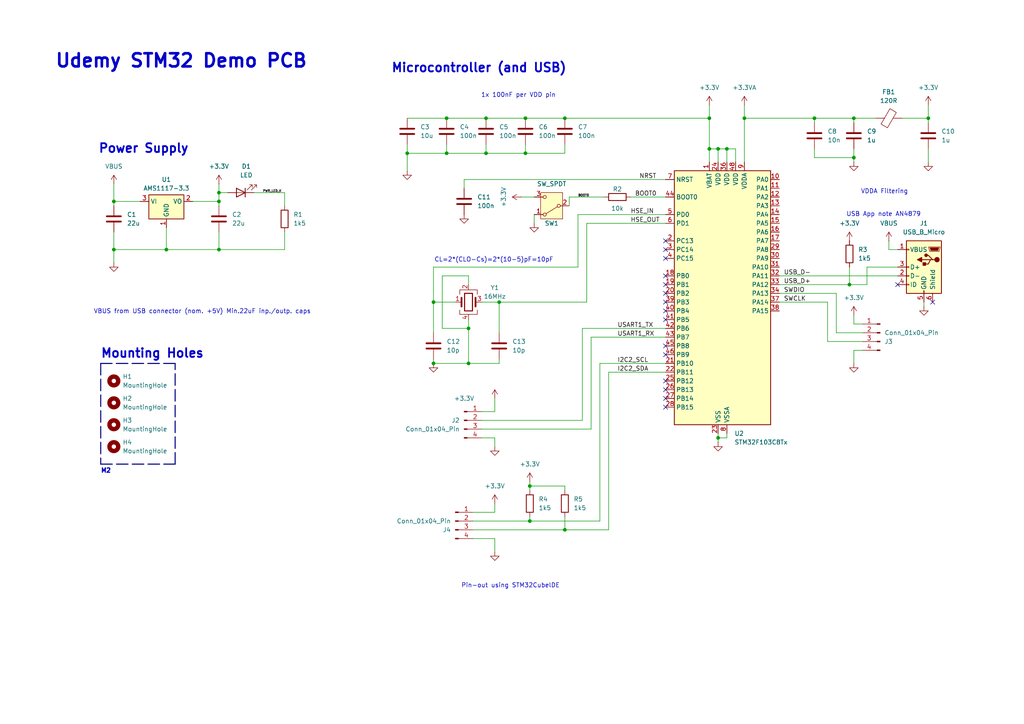
<source format=kicad_sch>
(kicad_sch
	(version 20231120)
	(generator "eeschema")
	(generator_version "8.0")
	(uuid "e7269c3d-7057-41e7-9815-999c0fb17f50")
	(paper "A4")
	(lib_symbols
		(symbol "Connector:Conn_01x04_Pin"
			(pin_names
				(offset 1.016) hide)
			(exclude_from_sim no)
			(in_bom yes)
			(on_board yes)
			(property "Reference" "J"
				(at 0 5.08 0)
				(effects
					(font
						(size 1.27 1.27)
					)
				)
			)
			(property "Value" "Conn_01x04_Pin"
				(at 0 -7.62 0)
				(effects
					(font
						(size 1.27 1.27)
					)
				)
			)
			(property "Footprint" ""
				(at 0 0 0)
				(effects
					(font
						(size 1.27 1.27)
					)
					(hide yes)
				)
			)
			(property "Datasheet" "~"
				(at 0 0 0)
				(effects
					(font
						(size 1.27 1.27)
					)
					(hide yes)
				)
			)
			(property "Description" "Generic connector, single row, 01x04, script generated"
				(at 0 0 0)
				(effects
					(font
						(size 1.27 1.27)
					)
					(hide yes)
				)
			)
			(property "ki_locked" ""
				(at 0 0 0)
				(effects
					(font
						(size 1.27 1.27)
					)
				)
			)
			(property "ki_keywords" "connector"
				(at 0 0 0)
				(effects
					(font
						(size 1.27 1.27)
					)
					(hide yes)
				)
			)
			(property "ki_fp_filters" "Connector*:*_1x??_*"
				(at 0 0 0)
				(effects
					(font
						(size 1.27 1.27)
					)
					(hide yes)
				)
			)
			(symbol "Conn_01x04_Pin_1_1"
				(polyline
					(pts
						(xy 1.27 -5.08) (xy 0.8636 -5.08)
					)
					(stroke
						(width 0.1524)
						(type default)
					)
					(fill
						(type none)
					)
				)
				(polyline
					(pts
						(xy 1.27 -2.54) (xy 0.8636 -2.54)
					)
					(stroke
						(width 0.1524)
						(type default)
					)
					(fill
						(type none)
					)
				)
				(polyline
					(pts
						(xy 1.27 0) (xy 0.8636 0)
					)
					(stroke
						(width 0.1524)
						(type default)
					)
					(fill
						(type none)
					)
				)
				(polyline
					(pts
						(xy 1.27 2.54) (xy 0.8636 2.54)
					)
					(stroke
						(width 0.1524)
						(type default)
					)
					(fill
						(type none)
					)
				)
				(rectangle
					(start 0.8636 -4.953)
					(end 0 -5.207)
					(stroke
						(width 0.1524)
						(type default)
					)
					(fill
						(type outline)
					)
				)
				(rectangle
					(start 0.8636 -2.413)
					(end 0 -2.667)
					(stroke
						(width 0.1524)
						(type default)
					)
					(fill
						(type outline)
					)
				)
				(rectangle
					(start 0.8636 0.127)
					(end 0 -0.127)
					(stroke
						(width 0.1524)
						(type default)
					)
					(fill
						(type outline)
					)
				)
				(rectangle
					(start 0.8636 2.667)
					(end 0 2.413)
					(stroke
						(width 0.1524)
						(type default)
					)
					(fill
						(type outline)
					)
				)
				(pin passive line
					(at 5.08 2.54 180)
					(length 3.81)
					(name "Pin_1"
						(effects
							(font
								(size 1.27 1.27)
							)
						)
					)
					(number "1"
						(effects
							(font
								(size 1.27 1.27)
							)
						)
					)
				)
				(pin passive line
					(at 5.08 0 180)
					(length 3.81)
					(name "Pin_2"
						(effects
							(font
								(size 1.27 1.27)
							)
						)
					)
					(number "2"
						(effects
							(font
								(size 1.27 1.27)
							)
						)
					)
				)
				(pin passive line
					(at 5.08 -2.54 180)
					(length 3.81)
					(name "Pin_3"
						(effects
							(font
								(size 1.27 1.27)
							)
						)
					)
					(number "3"
						(effects
							(font
								(size 1.27 1.27)
							)
						)
					)
				)
				(pin passive line
					(at 5.08 -5.08 180)
					(length 3.81)
					(name "Pin_4"
						(effects
							(font
								(size 1.27 1.27)
							)
						)
					)
					(number "4"
						(effects
							(font
								(size 1.27 1.27)
							)
						)
					)
				)
			)
		)
		(symbol "Connector:USB_B_Micro"
			(pin_names
				(offset 1.016)
			)
			(exclude_from_sim no)
			(in_bom yes)
			(on_board yes)
			(property "Reference" "J"
				(at -5.08 11.43 0)
				(effects
					(font
						(size 1.27 1.27)
					)
					(justify left)
				)
			)
			(property "Value" "USB_B_Micro"
				(at -5.08 8.89 0)
				(effects
					(font
						(size 1.27 1.27)
					)
					(justify left)
				)
			)
			(property "Footprint" ""
				(at 3.81 -1.27 0)
				(effects
					(font
						(size 1.27 1.27)
					)
					(hide yes)
				)
			)
			(property "Datasheet" "~"
				(at 3.81 -1.27 0)
				(effects
					(font
						(size 1.27 1.27)
					)
					(hide yes)
				)
			)
			(property "Description" "USB Micro Type B connector"
				(at 0 0 0)
				(effects
					(font
						(size 1.27 1.27)
					)
					(hide yes)
				)
			)
			(property "ki_keywords" "connector USB micro"
				(at 0 0 0)
				(effects
					(font
						(size 1.27 1.27)
					)
					(hide yes)
				)
			)
			(property "ki_fp_filters" "USB*"
				(at 0 0 0)
				(effects
					(font
						(size 1.27 1.27)
					)
					(hide yes)
				)
			)
			(symbol "USB_B_Micro_0_1"
				(rectangle
					(start -5.08 -7.62)
					(end 5.08 7.62)
					(stroke
						(width 0.254)
						(type default)
					)
					(fill
						(type background)
					)
				)
				(circle
					(center -3.81 2.159)
					(radius 0.635)
					(stroke
						(width 0.254)
						(type default)
					)
					(fill
						(type outline)
					)
				)
				(circle
					(center -0.635 3.429)
					(radius 0.381)
					(stroke
						(width 0.254)
						(type default)
					)
					(fill
						(type outline)
					)
				)
				(rectangle
					(start -0.127 -7.62)
					(end 0.127 -6.858)
					(stroke
						(width 0)
						(type default)
					)
					(fill
						(type none)
					)
				)
				(polyline
					(pts
						(xy -1.905 2.159) (xy 0.635 2.159)
					)
					(stroke
						(width 0.254)
						(type default)
					)
					(fill
						(type none)
					)
				)
				(polyline
					(pts
						(xy -3.175 2.159) (xy -2.54 2.159) (xy -1.27 3.429) (xy -0.635 3.429)
					)
					(stroke
						(width 0.254)
						(type default)
					)
					(fill
						(type none)
					)
				)
				(polyline
					(pts
						(xy -2.54 2.159) (xy -1.905 2.159) (xy -1.27 0.889) (xy 0 0.889)
					)
					(stroke
						(width 0.254)
						(type default)
					)
					(fill
						(type none)
					)
				)
				(polyline
					(pts
						(xy 0.635 2.794) (xy 0.635 1.524) (xy 1.905 2.159) (xy 0.635 2.794)
					)
					(stroke
						(width 0.254)
						(type default)
					)
					(fill
						(type outline)
					)
				)
				(polyline
					(pts
						(xy -4.318 5.588) (xy -1.778 5.588) (xy -2.032 4.826) (xy -4.064 4.826) (xy -4.318 5.588)
					)
					(stroke
						(width 0)
						(type default)
					)
					(fill
						(type outline)
					)
				)
				(polyline
					(pts
						(xy -4.699 5.842) (xy -4.699 5.588) (xy -4.445 4.826) (xy -4.445 4.572) (xy -1.651 4.572) (xy -1.651 4.826)
						(xy -1.397 5.588) (xy -1.397 5.842) (xy -4.699 5.842)
					)
					(stroke
						(width 0)
						(type default)
					)
					(fill
						(type none)
					)
				)
				(rectangle
					(start 0.254 1.27)
					(end -0.508 0.508)
					(stroke
						(width 0.254)
						(type default)
					)
					(fill
						(type outline)
					)
				)
				(rectangle
					(start 5.08 -5.207)
					(end 4.318 -4.953)
					(stroke
						(width 0)
						(type default)
					)
					(fill
						(type none)
					)
				)
				(rectangle
					(start 5.08 -2.667)
					(end 4.318 -2.413)
					(stroke
						(width 0)
						(type default)
					)
					(fill
						(type none)
					)
				)
				(rectangle
					(start 5.08 -0.127)
					(end 4.318 0.127)
					(stroke
						(width 0)
						(type default)
					)
					(fill
						(type none)
					)
				)
				(rectangle
					(start 5.08 4.953)
					(end 4.318 5.207)
					(stroke
						(width 0)
						(type default)
					)
					(fill
						(type none)
					)
				)
			)
			(symbol "USB_B_Micro_1_1"
				(pin power_out line
					(at 7.62 5.08 180)
					(length 2.54)
					(name "VBUS"
						(effects
							(font
								(size 1.27 1.27)
							)
						)
					)
					(number "1"
						(effects
							(font
								(size 1.27 1.27)
							)
						)
					)
				)
				(pin bidirectional line
					(at 7.62 -2.54 180)
					(length 2.54)
					(name "D-"
						(effects
							(font
								(size 1.27 1.27)
							)
						)
					)
					(number "2"
						(effects
							(font
								(size 1.27 1.27)
							)
						)
					)
				)
				(pin bidirectional line
					(at 7.62 0 180)
					(length 2.54)
					(name "D+"
						(effects
							(font
								(size 1.27 1.27)
							)
						)
					)
					(number "3"
						(effects
							(font
								(size 1.27 1.27)
							)
						)
					)
				)
				(pin passive line
					(at 7.62 -5.08 180)
					(length 2.54)
					(name "ID"
						(effects
							(font
								(size 1.27 1.27)
							)
						)
					)
					(number "4"
						(effects
							(font
								(size 1.27 1.27)
							)
						)
					)
				)
				(pin power_out line
					(at 0 -10.16 90)
					(length 2.54)
					(name "GND"
						(effects
							(font
								(size 1.27 1.27)
							)
						)
					)
					(number "5"
						(effects
							(font
								(size 1.27 1.27)
							)
						)
					)
				)
				(pin passive line
					(at -2.54 -10.16 90)
					(length 2.54)
					(name "Shield"
						(effects
							(font
								(size 1.27 1.27)
							)
						)
					)
					(number "6"
						(effects
							(font
								(size 1.27 1.27)
							)
						)
					)
				)
			)
		)
		(symbol "Device:C"
			(pin_numbers hide)
			(pin_names
				(offset 0.254)
			)
			(exclude_from_sim no)
			(in_bom yes)
			(on_board yes)
			(property "Reference" "C"
				(at 0.635 2.54 0)
				(effects
					(font
						(size 1.27 1.27)
					)
					(justify left)
				)
			)
			(property "Value" "C"
				(at 0.635 -2.54 0)
				(effects
					(font
						(size 1.27 1.27)
					)
					(justify left)
				)
			)
			(property "Footprint" ""
				(at 0.9652 -3.81 0)
				(effects
					(font
						(size 1.27 1.27)
					)
					(hide yes)
				)
			)
			(property "Datasheet" "~"
				(at 0 0 0)
				(effects
					(font
						(size 1.27 1.27)
					)
					(hide yes)
				)
			)
			(property "Description" "Unpolarized capacitor"
				(at 0 0 0)
				(effects
					(font
						(size 1.27 1.27)
					)
					(hide yes)
				)
			)
			(property "ki_keywords" "cap capacitor"
				(at 0 0 0)
				(effects
					(font
						(size 1.27 1.27)
					)
					(hide yes)
				)
			)
			(property "ki_fp_filters" "C_*"
				(at 0 0 0)
				(effects
					(font
						(size 1.27 1.27)
					)
					(hide yes)
				)
			)
			(symbol "C_0_1"
				(polyline
					(pts
						(xy -2.032 -0.762) (xy 2.032 -0.762)
					)
					(stroke
						(width 0.508)
						(type default)
					)
					(fill
						(type none)
					)
				)
				(polyline
					(pts
						(xy -2.032 0.762) (xy 2.032 0.762)
					)
					(stroke
						(width 0.508)
						(type default)
					)
					(fill
						(type none)
					)
				)
			)
			(symbol "C_1_1"
				(pin passive line
					(at 0 3.81 270)
					(length 2.794)
					(name "~"
						(effects
							(font
								(size 1.27 1.27)
							)
						)
					)
					(number "1"
						(effects
							(font
								(size 1.27 1.27)
							)
						)
					)
				)
				(pin passive line
					(at 0 -3.81 90)
					(length 2.794)
					(name "~"
						(effects
							(font
								(size 1.27 1.27)
							)
						)
					)
					(number "2"
						(effects
							(font
								(size 1.27 1.27)
							)
						)
					)
				)
			)
		)
		(symbol "Device:Crystal_GND24"
			(pin_names
				(offset 1.016) hide)
			(exclude_from_sim no)
			(in_bom yes)
			(on_board yes)
			(property "Reference" "Y"
				(at 3.175 5.08 0)
				(effects
					(font
						(size 1.27 1.27)
					)
					(justify left)
				)
			)
			(property "Value" "Crystal_GND24"
				(at 3.175 3.175 0)
				(effects
					(font
						(size 1.27 1.27)
					)
					(justify left)
				)
			)
			(property "Footprint" ""
				(at 0 0 0)
				(effects
					(font
						(size 1.27 1.27)
					)
					(hide yes)
				)
			)
			(property "Datasheet" "~"
				(at 0 0 0)
				(effects
					(font
						(size 1.27 1.27)
					)
					(hide yes)
				)
			)
			(property "Description" "Four pin crystal, GND on pins 2 and 4"
				(at 0 0 0)
				(effects
					(font
						(size 1.27 1.27)
					)
					(hide yes)
				)
			)
			(property "ki_keywords" "quartz ceramic resonator oscillator"
				(at 0 0 0)
				(effects
					(font
						(size 1.27 1.27)
					)
					(hide yes)
				)
			)
			(property "ki_fp_filters" "Crystal*"
				(at 0 0 0)
				(effects
					(font
						(size 1.27 1.27)
					)
					(hide yes)
				)
			)
			(symbol "Crystal_GND24_0_1"
				(rectangle
					(start -1.143 2.54)
					(end 1.143 -2.54)
					(stroke
						(width 0.3048)
						(type default)
					)
					(fill
						(type none)
					)
				)
				(polyline
					(pts
						(xy -2.54 0) (xy -2.032 0)
					)
					(stroke
						(width 0)
						(type default)
					)
					(fill
						(type none)
					)
				)
				(polyline
					(pts
						(xy -2.032 -1.27) (xy -2.032 1.27)
					)
					(stroke
						(width 0.508)
						(type default)
					)
					(fill
						(type none)
					)
				)
				(polyline
					(pts
						(xy 0 -3.81) (xy 0 -3.556)
					)
					(stroke
						(width 0)
						(type default)
					)
					(fill
						(type none)
					)
				)
				(polyline
					(pts
						(xy 0 3.556) (xy 0 3.81)
					)
					(stroke
						(width 0)
						(type default)
					)
					(fill
						(type none)
					)
				)
				(polyline
					(pts
						(xy 2.032 -1.27) (xy 2.032 1.27)
					)
					(stroke
						(width 0.508)
						(type default)
					)
					(fill
						(type none)
					)
				)
				(polyline
					(pts
						(xy 2.032 0) (xy 2.54 0)
					)
					(stroke
						(width 0)
						(type default)
					)
					(fill
						(type none)
					)
				)
				(polyline
					(pts
						(xy -2.54 -2.286) (xy -2.54 -3.556) (xy 2.54 -3.556) (xy 2.54 -2.286)
					)
					(stroke
						(width 0)
						(type default)
					)
					(fill
						(type none)
					)
				)
				(polyline
					(pts
						(xy -2.54 2.286) (xy -2.54 3.556) (xy 2.54 3.556) (xy 2.54 2.286)
					)
					(stroke
						(width 0)
						(type default)
					)
					(fill
						(type none)
					)
				)
			)
			(symbol "Crystal_GND24_1_1"
				(pin passive line
					(at -3.81 0 0)
					(length 1.27)
					(name "1"
						(effects
							(font
								(size 1.27 1.27)
							)
						)
					)
					(number "1"
						(effects
							(font
								(size 1.27 1.27)
							)
						)
					)
				)
				(pin passive line
					(at 0 5.08 270)
					(length 1.27)
					(name "2"
						(effects
							(font
								(size 1.27 1.27)
							)
						)
					)
					(number "2"
						(effects
							(font
								(size 1.27 1.27)
							)
						)
					)
				)
				(pin passive line
					(at 3.81 0 180)
					(length 1.27)
					(name "3"
						(effects
							(font
								(size 1.27 1.27)
							)
						)
					)
					(number "3"
						(effects
							(font
								(size 1.27 1.27)
							)
						)
					)
				)
				(pin passive line
					(at 0 -5.08 90)
					(length 1.27)
					(name "4"
						(effects
							(font
								(size 1.27 1.27)
							)
						)
					)
					(number "4"
						(effects
							(font
								(size 1.27 1.27)
							)
						)
					)
				)
			)
		)
		(symbol "Device:FerriteBead"
			(pin_numbers hide)
			(pin_names
				(offset 0)
			)
			(exclude_from_sim no)
			(in_bom yes)
			(on_board yes)
			(property "Reference" "FB"
				(at -3.81 0.635 90)
				(effects
					(font
						(size 1.27 1.27)
					)
				)
			)
			(property "Value" "FerriteBead"
				(at 3.81 0 90)
				(effects
					(font
						(size 1.27 1.27)
					)
				)
			)
			(property "Footprint" ""
				(at -1.778 0 90)
				(effects
					(font
						(size 1.27 1.27)
					)
					(hide yes)
				)
			)
			(property "Datasheet" "~"
				(at 0 0 0)
				(effects
					(font
						(size 1.27 1.27)
					)
					(hide yes)
				)
			)
			(property "Description" "Ferrite bead"
				(at 0 0 0)
				(effects
					(font
						(size 1.27 1.27)
					)
					(hide yes)
				)
			)
			(property "ki_keywords" "L ferrite bead inductor filter"
				(at 0 0 0)
				(effects
					(font
						(size 1.27 1.27)
					)
					(hide yes)
				)
			)
			(property "ki_fp_filters" "Inductor_* L_* *Ferrite*"
				(at 0 0 0)
				(effects
					(font
						(size 1.27 1.27)
					)
					(hide yes)
				)
			)
			(symbol "FerriteBead_0_1"
				(polyline
					(pts
						(xy 0 -1.27) (xy 0 -1.2192)
					)
					(stroke
						(width 0)
						(type default)
					)
					(fill
						(type none)
					)
				)
				(polyline
					(pts
						(xy 0 1.27) (xy 0 1.2954)
					)
					(stroke
						(width 0)
						(type default)
					)
					(fill
						(type none)
					)
				)
				(polyline
					(pts
						(xy -2.7686 0.4064) (xy -1.7018 2.2606) (xy 2.7686 -0.3048) (xy 1.6764 -2.159) (xy -2.7686 0.4064)
					)
					(stroke
						(width 0)
						(type default)
					)
					(fill
						(type none)
					)
				)
			)
			(symbol "FerriteBead_1_1"
				(pin passive line
					(at 0 3.81 270)
					(length 2.54)
					(name "~"
						(effects
							(font
								(size 1.27 1.27)
							)
						)
					)
					(number "1"
						(effects
							(font
								(size 1.27 1.27)
							)
						)
					)
				)
				(pin passive line
					(at 0 -3.81 90)
					(length 2.54)
					(name "~"
						(effects
							(font
								(size 1.27 1.27)
							)
						)
					)
					(number "2"
						(effects
							(font
								(size 1.27 1.27)
							)
						)
					)
				)
			)
		)
		(symbol "Device:LED"
			(pin_numbers hide)
			(pin_names
				(offset 1.016) hide)
			(exclude_from_sim no)
			(in_bom yes)
			(on_board yes)
			(property "Reference" "D"
				(at 0 2.54 0)
				(effects
					(font
						(size 1.27 1.27)
					)
				)
			)
			(property "Value" "LED"
				(at 0 -2.54 0)
				(effects
					(font
						(size 1.27 1.27)
					)
				)
			)
			(property "Footprint" ""
				(at 0 0 0)
				(effects
					(font
						(size 1.27 1.27)
					)
					(hide yes)
				)
			)
			(property "Datasheet" "~"
				(at 0 0 0)
				(effects
					(font
						(size 1.27 1.27)
					)
					(hide yes)
				)
			)
			(property "Description" "Light emitting diode"
				(at 0 0 0)
				(effects
					(font
						(size 1.27 1.27)
					)
					(hide yes)
				)
			)
			(property "ki_keywords" "LED diode"
				(at 0 0 0)
				(effects
					(font
						(size 1.27 1.27)
					)
					(hide yes)
				)
			)
			(property "ki_fp_filters" "LED* LED_SMD:* LED_THT:*"
				(at 0 0 0)
				(effects
					(font
						(size 1.27 1.27)
					)
					(hide yes)
				)
			)
			(symbol "LED_0_1"
				(polyline
					(pts
						(xy -1.27 -1.27) (xy -1.27 1.27)
					)
					(stroke
						(width 0.254)
						(type default)
					)
					(fill
						(type none)
					)
				)
				(polyline
					(pts
						(xy -1.27 0) (xy 1.27 0)
					)
					(stroke
						(width 0)
						(type default)
					)
					(fill
						(type none)
					)
				)
				(polyline
					(pts
						(xy 1.27 -1.27) (xy 1.27 1.27) (xy -1.27 0) (xy 1.27 -1.27)
					)
					(stroke
						(width 0.254)
						(type default)
					)
					(fill
						(type none)
					)
				)
				(polyline
					(pts
						(xy -3.048 -0.762) (xy -4.572 -2.286) (xy -3.81 -2.286) (xy -4.572 -2.286) (xy -4.572 -1.524)
					)
					(stroke
						(width 0)
						(type default)
					)
					(fill
						(type none)
					)
				)
				(polyline
					(pts
						(xy -1.778 -0.762) (xy -3.302 -2.286) (xy -2.54 -2.286) (xy -3.302 -2.286) (xy -3.302 -1.524)
					)
					(stroke
						(width 0)
						(type default)
					)
					(fill
						(type none)
					)
				)
			)
			(symbol "LED_1_1"
				(pin passive line
					(at -3.81 0 0)
					(length 2.54)
					(name "K"
						(effects
							(font
								(size 1.27 1.27)
							)
						)
					)
					(number "1"
						(effects
							(font
								(size 1.27 1.27)
							)
						)
					)
				)
				(pin passive line
					(at 3.81 0 180)
					(length 2.54)
					(name "A"
						(effects
							(font
								(size 1.27 1.27)
							)
						)
					)
					(number "2"
						(effects
							(font
								(size 1.27 1.27)
							)
						)
					)
				)
			)
		)
		(symbol "Device:R"
			(pin_numbers hide)
			(pin_names
				(offset 0)
			)
			(exclude_from_sim no)
			(in_bom yes)
			(on_board yes)
			(property "Reference" "R"
				(at 2.032 0 90)
				(effects
					(font
						(size 1.27 1.27)
					)
				)
			)
			(property "Value" "R"
				(at 0 0 90)
				(effects
					(font
						(size 1.27 1.27)
					)
				)
			)
			(property "Footprint" ""
				(at -1.778 0 90)
				(effects
					(font
						(size 1.27 1.27)
					)
					(hide yes)
				)
			)
			(property "Datasheet" "~"
				(at 0 0 0)
				(effects
					(font
						(size 1.27 1.27)
					)
					(hide yes)
				)
			)
			(property "Description" "Resistor"
				(at 0 0 0)
				(effects
					(font
						(size 1.27 1.27)
					)
					(hide yes)
				)
			)
			(property "ki_keywords" "R res resistor"
				(at 0 0 0)
				(effects
					(font
						(size 1.27 1.27)
					)
					(hide yes)
				)
			)
			(property "ki_fp_filters" "R_*"
				(at 0 0 0)
				(effects
					(font
						(size 1.27 1.27)
					)
					(hide yes)
				)
			)
			(symbol "R_0_1"
				(rectangle
					(start -1.016 -2.54)
					(end 1.016 2.54)
					(stroke
						(width 0.254)
						(type default)
					)
					(fill
						(type none)
					)
				)
			)
			(symbol "R_1_1"
				(pin passive line
					(at 0 3.81 270)
					(length 1.27)
					(name "~"
						(effects
							(font
								(size 1.27 1.27)
							)
						)
					)
					(number "1"
						(effects
							(font
								(size 1.27 1.27)
							)
						)
					)
				)
				(pin passive line
					(at 0 -3.81 90)
					(length 1.27)
					(name "~"
						(effects
							(font
								(size 1.27 1.27)
							)
						)
					)
					(number "2"
						(effects
							(font
								(size 1.27 1.27)
							)
						)
					)
				)
			)
		)
		(symbol "MCU_ST_STM32F1:STM32F103C8Tx"
			(exclude_from_sim no)
			(in_bom yes)
			(on_board yes)
			(property "Reference" "U"
				(at -12.7 39.37 0)
				(effects
					(font
						(size 1.27 1.27)
					)
					(justify left)
				)
			)
			(property "Value" "STM32F103C8Tx"
				(at 10.16 39.37 0)
				(effects
					(font
						(size 1.27 1.27)
					)
					(justify left)
				)
			)
			(property "Footprint" "Package_QFP:LQFP-48_7x7mm_P0.5mm"
				(at -12.7 -35.56 0)
				(effects
					(font
						(size 1.27 1.27)
					)
					(justify right)
					(hide yes)
				)
			)
			(property "Datasheet" "https://www.st.com/resource/en/datasheet/stm32f103c8.pdf"
				(at 0 0 0)
				(effects
					(font
						(size 1.27 1.27)
					)
					(hide yes)
				)
			)
			(property "Description" "STMicroelectronics Arm Cortex-M3 MCU, 64KB flash, 20KB RAM, 72 MHz, 2.0-3.6V, 37 GPIO, LQFP48"
				(at 0 0 0)
				(effects
					(font
						(size 1.27 1.27)
					)
					(hide yes)
				)
			)
			(property "ki_locked" ""
				(at 0 0 0)
				(effects
					(font
						(size 1.27 1.27)
					)
				)
			)
			(property "ki_keywords" "Arm Cortex-M3 STM32F1 STM32F103"
				(at 0 0 0)
				(effects
					(font
						(size 1.27 1.27)
					)
					(hide yes)
				)
			)
			(property "ki_fp_filters" "LQFP*7x7mm*P0.5mm*"
				(at 0 0 0)
				(effects
					(font
						(size 1.27 1.27)
					)
					(hide yes)
				)
			)
			(symbol "STM32F103C8Tx_0_1"
				(rectangle
					(start -12.7 -35.56)
					(end 15.24 38.1)
					(stroke
						(width 0.254)
						(type default)
					)
					(fill
						(type background)
					)
				)
			)
			(symbol "STM32F103C8Tx_1_1"
				(pin power_in line
					(at -2.54 40.64 270)
					(length 2.54)
					(name "VBAT"
						(effects
							(font
								(size 1.27 1.27)
							)
						)
					)
					(number "1"
						(effects
							(font
								(size 1.27 1.27)
							)
						)
					)
				)
				(pin bidirectional line
					(at 17.78 35.56 180)
					(length 2.54)
					(name "PA0"
						(effects
							(font
								(size 1.27 1.27)
							)
						)
					)
					(number "10"
						(effects
							(font
								(size 1.27 1.27)
							)
						)
					)
					(alternate "ADC1_IN0" bidirectional line)
					(alternate "ADC2_IN0" bidirectional line)
					(alternate "SYS_WKUP" bidirectional line)
					(alternate "TIM2_CH1" bidirectional line)
					(alternate "TIM2_ETR" bidirectional line)
					(alternate "USART2_CTS" bidirectional line)
				)
				(pin bidirectional line
					(at 17.78 33.02 180)
					(length 2.54)
					(name "PA1"
						(effects
							(font
								(size 1.27 1.27)
							)
						)
					)
					(number "11"
						(effects
							(font
								(size 1.27 1.27)
							)
						)
					)
					(alternate "ADC1_IN1" bidirectional line)
					(alternate "ADC2_IN1" bidirectional line)
					(alternate "TIM2_CH2" bidirectional line)
					(alternate "USART2_RTS" bidirectional line)
				)
				(pin bidirectional line
					(at 17.78 30.48 180)
					(length 2.54)
					(name "PA2"
						(effects
							(font
								(size 1.27 1.27)
							)
						)
					)
					(number "12"
						(effects
							(font
								(size 1.27 1.27)
							)
						)
					)
					(alternate "ADC1_IN2" bidirectional line)
					(alternate "ADC2_IN2" bidirectional line)
					(alternate "TIM2_CH3" bidirectional line)
					(alternate "USART2_TX" bidirectional line)
				)
				(pin bidirectional line
					(at 17.78 27.94 180)
					(length 2.54)
					(name "PA3"
						(effects
							(font
								(size 1.27 1.27)
							)
						)
					)
					(number "13"
						(effects
							(font
								(size 1.27 1.27)
							)
						)
					)
					(alternate "ADC1_IN3" bidirectional line)
					(alternate "ADC2_IN3" bidirectional line)
					(alternate "TIM2_CH4" bidirectional line)
					(alternate "USART2_RX" bidirectional line)
				)
				(pin bidirectional line
					(at 17.78 25.4 180)
					(length 2.54)
					(name "PA4"
						(effects
							(font
								(size 1.27 1.27)
							)
						)
					)
					(number "14"
						(effects
							(font
								(size 1.27 1.27)
							)
						)
					)
					(alternate "ADC1_IN4" bidirectional line)
					(alternate "ADC2_IN4" bidirectional line)
					(alternate "SPI1_NSS" bidirectional line)
					(alternate "USART2_CK" bidirectional line)
				)
				(pin bidirectional line
					(at 17.78 22.86 180)
					(length 2.54)
					(name "PA5"
						(effects
							(font
								(size 1.27 1.27)
							)
						)
					)
					(number "15"
						(effects
							(font
								(size 1.27 1.27)
							)
						)
					)
					(alternate "ADC1_IN5" bidirectional line)
					(alternate "ADC2_IN5" bidirectional line)
					(alternate "SPI1_SCK" bidirectional line)
				)
				(pin bidirectional line
					(at 17.78 20.32 180)
					(length 2.54)
					(name "PA6"
						(effects
							(font
								(size 1.27 1.27)
							)
						)
					)
					(number "16"
						(effects
							(font
								(size 1.27 1.27)
							)
						)
					)
					(alternate "ADC1_IN6" bidirectional line)
					(alternate "ADC2_IN6" bidirectional line)
					(alternate "SPI1_MISO" bidirectional line)
					(alternate "TIM1_BKIN" bidirectional line)
					(alternate "TIM3_CH1" bidirectional line)
				)
				(pin bidirectional line
					(at 17.78 17.78 180)
					(length 2.54)
					(name "PA7"
						(effects
							(font
								(size 1.27 1.27)
							)
						)
					)
					(number "17"
						(effects
							(font
								(size 1.27 1.27)
							)
						)
					)
					(alternate "ADC1_IN7" bidirectional line)
					(alternate "ADC2_IN7" bidirectional line)
					(alternate "SPI1_MOSI" bidirectional line)
					(alternate "TIM1_CH1N" bidirectional line)
					(alternate "TIM3_CH2" bidirectional line)
				)
				(pin bidirectional line
					(at -15.24 7.62 0)
					(length 2.54)
					(name "PB0"
						(effects
							(font
								(size 1.27 1.27)
							)
						)
					)
					(number "18"
						(effects
							(font
								(size 1.27 1.27)
							)
						)
					)
					(alternate "ADC1_IN8" bidirectional line)
					(alternate "ADC2_IN8" bidirectional line)
					(alternate "TIM1_CH2N" bidirectional line)
					(alternate "TIM3_CH3" bidirectional line)
				)
				(pin bidirectional line
					(at -15.24 5.08 0)
					(length 2.54)
					(name "PB1"
						(effects
							(font
								(size 1.27 1.27)
							)
						)
					)
					(number "19"
						(effects
							(font
								(size 1.27 1.27)
							)
						)
					)
					(alternate "ADC1_IN9" bidirectional line)
					(alternate "ADC2_IN9" bidirectional line)
					(alternate "TIM1_CH3N" bidirectional line)
					(alternate "TIM3_CH4" bidirectional line)
				)
				(pin bidirectional line
					(at -15.24 17.78 0)
					(length 2.54)
					(name "PC13"
						(effects
							(font
								(size 1.27 1.27)
							)
						)
					)
					(number "2"
						(effects
							(font
								(size 1.27 1.27)
							)
						)
					)
					(alternate "RTC_OUT" bidirectional line)
					(alternate "RTC_TAMPER" bidirectional line)
				)
				(pin bidirectional line
					(at -15.24 2.54 0)
					(length 2.54)
					(name "PB2"
						(effects
							(font
								(size 1.27 1.27)
							)
						)
					)
					(number "20"
						(effects
							(font
								(size 1.27 1.27)
							)
						)
					)
				)
				(pin bidirectional line
					(at -15.24 -17.78 0)
					(length 2.54)
					(name "PB10"
						(effects
							(font
								(size 1.27 1.27)
							)
						)
					)
					(number "21"
						(effects
							(font
								(size 1.27 1.27)
							)
						)
					)
					(alternate "I2C2_SCL" bidirectional line)
					(alternate "TIM2_CH3" bidirectional line)
					(alternate "USART3_TX" bidirectional line)
				)
				(pin bidirectional line
					(at -15.24 -20.32 0)
					(length 2.54)
					(name "PB11"
						(effects
							(font
								(size 1.27 1.27)
							)
						)
					)
					(number "22"
						(effects
							(font
								(size 1.27 1.27)
							)
						)
					)
					(alternate "ADC1_EXTI11" bidirectional line)
					(alternate "ADC2_EXTI11" bidirectional line)
					(alternate "I2C2_SDA" bidirectional line)
					(alternate "TIM2_CH4" bidirectional line)
					(alternate "USART3_RX" bidirectional line)
				)
				(pin power_in line
					(at 0 -38.1 90)
					(length 2.54)
					(name "VSS"
						(effects
							(font
								(size 1.27 1.27)
							)
						)
					)
					(number "23"
						(effects
							(font
								(size 1.27 1.27)
							)
						)
					)
				)
				(pin power_in line
					(at 0 40.64 270)
					(length 2.54)
					(name "VDD"
						(effects
							(font
								(size 1.27 1.27)
							)
						)
					)
					(number "24"
						(effects
							(font
								(size 1.27 1.27)
							)
						)
					)
				)
				(pin bidirectional line
					(at -15.24 -22.86 0)
					(length 2.54)
					(name "PB12"
						(effects
							(font
								(size 1.27 1.27)
							)
						)
					)
					(number "25"
						(effects
							(font
								(size 1.27 1.27)
							)
						)
					)
					(alternate "I2C2_SMBA" bidirectional line)
					(alternate "SPI2_NSS" bidirectional line)
					(alternate "TIM1_BKIN" bidirectional line)
					(alternate "USART3_CK" bidirectional line)
				)
				(pin bidirectional line
					(at -15.24 -25.4 0)
					(length 2.54)
					(name "PB13"
						(effects
							(font
								(size 1.27 1.27)
							)
						)
					)
					(number "26"
						(effects
							(font
								(size 1.27 1.27)
							)
						)
					)
					(alternate "SPI2_SCK" bidirectional line)
					(alternate "TIM1_CH1N" bidirectional line)
					(alternate "USART3_CTS" bidirectional line)
				)
				(pin bidirectional line
					(at -15.24 -27.94 0)
					(length 2.54)
					(name "PB14"
						(effects
							(font
								(size 1.27 1.27)
							)
						)
					)
					(number "27"
						(effects
							(font
								(size 1.27 1.27)
							)
						)
					)
					(alternate "SPI2_MISO" bidirectional line)
					(alternate "TIM1_CH2N" bidirectional line)
					(alternate "USART3_RTS" bidirectional line)
				)
				(pin bidirectional line
					(at -15.24 -30.48 0)
					(length 2.54)
					(name "PB15"
						(effects
							(font
								(size 1.27 1.27)
							)
						)
					)
					(number "28"
						(effects
							(font
								(size 1.27 1.27)
							)
						)
					)
					(alternate "ADC1_EXTI15" bidirectional line)
					(alternate "ADC2_EXTI15" bidirectional line)
					(alternate "SPI2_MOSI" bidirectional line)
					(alternate "TIM1_CH3N" bidirectional line)
				)
				(pin bidirectional line
					(at 17.78 15.24 180)
					(length 2.54)
					(name "PA8"
						(effects
							(font
								(size 1.27 1.27)
							)
						)
					)
					(number "29"
						(effects
							(font
								(size 1.27 1.27)
							)
						)
					)
					(alternate "RCC_MCO" bidirectional line)
					(alternate "TIM1_CH1" bidirectional line)
					(alternate "USART1_CK" bidirectional line)
				)
				(pin bidirectional line
					(at -15.24 15.24 0)
					(length 2.54)
					(name "PC14"
						(effects
							(font
								(size 1.27 1.27)
							)
						)
					)
					(number "3"
						(effects
							(font
								(size 1.27 1.27)
							)
						)
					)
					(alternate "RCC_OSC32_IN" bidirectional line)
				)
				(pin bidirectional line
					(at 17.78 12.7 180)
					(length 2.54)
					(name "PA9"
						(effects
							(font
								(size 1.27 1.27)
							)
						)
					)
					(number "30"
						(effects
							(font
								(size 1.27 1.27)
							)
						)
					)
					(alternate "TIM1_CH2" bidirectional line)
					(alternate "USART1_TX" bidirectional line)
				)
				(pin bidirectional line
					(at 17.78 10.16 180)
					(length 2.54)
					(name "PA10"
						(effects
							(font
								(size 1.27 1.27)
							)
						)
					)
					(number "31"
						(effects
							(font
								(size 1.27 1.27)
							)
						)
					)
					(alternate "TIM1_CH3" bidirectional line)
					(alternate "USART1_RX" bidirectional line)
				)
				(pin bidirectional line
					(at 17.78 7.62 180)
					(length 2.54)
					(name "PA11"
						(effects
							(font
								(size 1.27 1.27)
							)
						)
					)
					(number "32"
						(effects
							(font
								(size 1.27 1.27)
							)
						)
					)
					(alternate "ADC1_EXTI11" bidirectional line)
					(alternate "ADC2_EXTI11" bidirectional line)
					(alternate "CAN_RX" bidirectional line)
					(alternate "TIM1_CH4" bidirectional line)
					(alternate "USART1_CTS" bidirectional line)
					(alternate "USB_DM" bidirectional line)
				)
				(pin bidirectional line
					(at 17.78 5.08 180)
					(length 2.54)
					(name "PA12"
						(effects
							(font
								(size 1.27 1.27)
							)
						)
					)
					(number "33"
						(effects
							(font
								(size 1.27 1.27)
							)
						)
					)
					(alternate "CAN_TX" bidirectional line)
					(alternate "TIM1_ETR" bidirectional line)
					(alternate "USART1_RTS" bidirectional line)
					(alternate "USB_DP" bidirectional line)
				)
				(pin bidirectional line
					(at 17.78 2.54 180)
					(length 2.54)
					(name "PA13"
						(effects
							(font
								(size 1.27 1.27)
							)
						)
					)
					(number "34"
						(effects
							(font
								(size 1.27 1.27)
							)
						)
					)
					(alternate "SYS_JTMS-SWDIO" bidirectional line)
				)
				(pin passive line
					(at 0 -38.1 90)
					(length 2.54) hide
					(name "VSS"
						(effects
							(font
								(size 1.27 1.27)
							)
						)
					)
					(number "35"
						(effects
							(font
								(size 1.27 1.27)
							)
						)
					)
				)
				(pin power_in line
					(at 2.54 40.64 270)
					(length 2.54)
					(name "VDD"
						(effects
							(font
								(size 1.27 1.27)
							)
						)
					)
					(number "36"
						(effects
							(font
								(size 1.27 1.27)
							)
						)
					)
				)
				(pin bidirectional line
					(at 17.78 0 180)
					(length 2.54)
					(name "PA14"
						(effects
							(font
								(size 1.27 1.27)
							)
						)
					)
					(number "37"
						(effects
							(font
								(size 1.27 1.27)
							)
						)
					)
					(alternate "SYS_JTCK-SWCLK" bidirectional line)
				)
				(pin bidirectional line
					(at 17.78 -2.54 180)
					(length 2.54)
					(name "PA15"
						(effects
							(font
								(size 1.27 1.27)
							)
						)
					)
					(number "38"
						(effects
							(font
								(size 1.27 1.27)
							)
						)
					)
					(alternate "ADC1_EXTI15" bidirectional line)
					(alternate "ADC2_EXTI15" bidirectional line)
					(alternate "SPI1_NSS" bidirectional line)
					(alternate "SYS_JTDI" bidirectional line)
					(alternate "TIM2_CH1" bidirectional line)
					(alternate "TIM2_ETR" bidirectional line)
				)
				(pin bidirectional line
					(at -15.24 0 0)
					(length 2.54)
					(name "PB3"
						(effects
							(font
								(size 1.27 1.27)
							)
						)
					)
					(number "39"
						(effects
							(font
								(size 1.27 1.27)
							)
						)
					)
					(alternate "SPI1_SCK" bidirectional line)
					(alternate "SYS_JTDO-TRACESWO" bidirectional line)
					(alternate "TIM2_CH2" bidirectional line)
				)
				(pin bidirectional line
					(at -15.24 12.7 0)
					(length 2.54)
					(name "PC15"
						(effects
							(font
								(size 1.27 1.27)
							)
						)
					)
					(number "4"
						(effects
							(font
								(size 1.27 1.27)
							)
						)
					)
					(alternate "ADC1_EXTI15" bidirectional line)
					(alternate "ADC2_EXTI15" bidirectional line)
					(alternate "RCC_OSC32_OUT" bidirectional line)
				)
				(pin bidirectional line
					(at -15.24 -2.54 0)
					(length 2.54)
					(name "PB4"
						(effects
							(font
								(size 1.27 1.27)
							)
						)
					)
					(number "40"
						(effects
							(font
								(size 1.27 1.27)
							)
						)
					)
					(alternate "SPI1_MISO" bidirectional line)
					(alternate "SYS_NJTRST" bidirectional line)
					(alternate "TIM3_CH1" bidirectional line)
				)
				(pin bidirectional line
					(at -15.24 -5.08 0)
					(length 2.54)
					(name "PB5"
						(effects
							(font
								(size 1.27 1.27)
							)
						)
					)
					(number "41"
						(effects
							(font
								(size 1.27 1.27)
							)
						)
					)
					(alternate "I2C1_SMBA" bidirectional line)
					(alternate "SPI1_MOSI" bidirectional line)
					(alternate "TIM3_CH2" bidirectional line)
				)
				(pin bidirectional line
					(at -15.24 -7.62 0)
					(length 2.54)
					(name "PB6"
						(effects
							(font
								(size 1.27 1.27)
							)
						)
					)
					(number "42"
						(effects
							(font
								(size 1.27 1.27)
							)
						)
					)
					(alternate "I2C1_SCL" bidirectional line)
					(alternate "TIM4_CH1" bidirectional line)
					(alternate "USART1_TX" bidirectional line)
				)
				(pin bidirectional line
					(at -15.24 -10.16 0)
					(length 2.54)
					(name "PB7"
						(effects
							(font
								(size 1.27 1.27)
							)
						)
					)
					(number "43"
						(effects
							(font
								(size 1.27 1.27)
							)
						)
					)
					(alternate "I2C1_SDA" bidirectional line)
					(alternate "TIM4_CH2" bidirectional line)
					(alternate "USART1_RX" bidirectional line)
				)
				(pin input line
					(at -15.24 30.48 0)
					(length 2.54)
					(name "BOOT0"
						(effects
							(font
								(size 1.27 1.27)
							)
						)
					)
					(number "44"
						(effects
							(font
								(size 1.27 1.27)
							)
						)
					)
				)
				(pin bidirectional line
					(at -15.24 -12.7 0)
					(length 2.54)
					(name "PB8"
						(effects
							(font
								(size 1.27 1.27)
							)
						)
					)
					(number "45"
						(effects
							(font
								(size 1.27 1.27)
							)
						)
					)
					(alternate "CAN_RX" bidirectional line)
					(alternate "I2C1_SCL" bidirectional line)
					(alternate "TIM4_CH3" bidirectional line)
				)
				(pin bidirectional line
					(at -15.24 -15.24 0)
					(length 2.54)
					(name "PB9"
						(effects
							(font
								(size 1.27 1.27)
							)
						)
					)
					(number "46"
						(effects
							(font
								(size 1.27 1.27)
							)
						)
					)
					(alternate "CAN_TX" bidirectional line)
					(alternate "I2C1_SDA" bidirectional line)
					(alternate "TIM4_CH4" bidirectional line)
				)
				(pin passive line
					(at 0 -38.1 90)
					(length 2.54) hide
					(name "VSS"
						(effects
							(font
								(size 1.27 1.27)
							)
						)
					)
					(number "47"
						(effects
							(font
								(size 1.27 1.27)
							)
						)
					)
				)
				(pin power_in line
					(at 5.08 40.64 270)
					(length 2.54)
					(name "VDD"
						(effects
							(font
								(size 1.27 1.27)
							)
						)
					)
					(number "48"
						(effects
							(font
								(size 1.27 1.27)
							)
						)
					)
				)
				(pin bidirectional line
					(at -15.24 25.4 0)
					(length 2.54)
					(name "PD0"
						(effects
							(font
								(size 1.27 1.27)
							)
						)
					)
					(number "5"
						(effects
							(font
								(size 1.27 1.27)
							)
						)
					)
					(alternate "RCC_OSC_IN" bidirectional line)
				)
				(pin bidirectional line
					(at -15.24 22.86 0)
					(length 2.54)
					(name "PD1"
						(effects
							(font
								(size 1.27 1.27)
							)
						)
					)
					(number "6"
						(effects
							(font
								(size 1.27 1.27)
							)
						)
					)
					(alternate "RCC_OSC_OUT" bidirectional line)
				)
				(pin input line
					(at -15.24 35.56 0)
					(length 2.54)
					(name "NRST"
						(effects
							(font
								(size 1.27 1.27)
							)
						)
					)
					(number "7"
						(effects
							(font
								(size 1.27 1.27)
							)
						)
					)
				)
				(pin power_in line
					(at 2.54 -38.1 90)
					(length 2.54)
					(name "VSSA"
						(effects
							(font
								(size 1.27 1.27)
							)
						)
					)
					(number "8"
						(effects
							(font
								(size 1.27 1.27)
							)
						)
					)
				)
				(pin power_in line
					(at 7.62 40.64 270)
					(length 2.54)
					(name "VDDA"
						(effects
							(font
								(size 1.27 1.27)
							)
						)
					)
					(number "9"
						(effects
							(font
								(size 1.27 1.27)
							)
						)
					)
				)
			)
		)
		(symbol "Mechanical:MountingHole"
			(pin_names
				(offset 1.016)
			)
			(exclude_from_sim no)
			(in_bom yes)
			(on_board yes)
			(property "Reference" "H"
				(at 0 5.08 0)
				(effects
					(font
						(size 1.27 1.27)
					)
				)
			)
			(property "Value" "MountingHole"
				(at 0 3.175 0)
				(effects
					(font
						(size 1.27 1.27)
					)
				)
			)
			(property "Footprint" ""
				(at 0 0 0)
				(effects
					(font
						(size 1.27 1.27)
					)
					(hide yes)
				)
			)
			(property "Datasheet" "~"
				(at 0 0 0)
				(effects
					(font
						(size 1.27 1.27)
					)
					(hide yes)
				)
			)
			(property "Description" "Mounting Hole without connection"
				(at 0 0 0)
				(effects
					(font
						(size 1.27 1.27)
					)
					(hide yes)
				)
			)
			(property "ki_keywords" "mounting hole"
				(at 0 0 0)
				(effects
					(font
						(size 1.27 1.27)
					)
					(hide yes)
				)
			)
			(property "ki_fp_filters" "MountingHole*"
				(at 0 0 0)
				(effects
					(font
						(size 1.27 1.27)
					)
					(hide yes)
				)
			)
			(symbol "MountingHole_0_1"
				(circle
					(center 0 0)
					(radius 1.27)
					(stroke
						(width 1.27)
						(type default)
					)
					(fill
						(type none)
					)
				)
			)
		)
		(symbol "Regulator_Linear:AMS1117-3.3"
			(exclude_from_sim no)
			(in_bom yes)
			(on_board yes)
			(property "Reference" "U"
				(at -3.81 3.175 0)
				(effects
					(font
						(size 1.27 1.27)
					)
				)
			)
			(property "Value" "AMS1117-3.3"
				(at 0 3.175 0)
				(effects
					(font
						(size 1.27 1.27)
					)
					(justify left)
				)
			)
			(property "Footprint" "Package_TO_SOT_SMD:SOT-223-3_TabPin2"
				(at 0 5.08 0)
				(effects
					(font
						(size 1.27 1.27)
					)
					(hide yes)
				)
			)
			(property "Datasheet" "http://www.advanced-monolithic.com/pdf/ds1117.pdf"
				(at 2.54 -6.35 0)
				(effects
					(font
						(size 1.27 1.27)
					)
					(hide yes)
				)
			)
			(property "Description" "1A Low Dropout regulator, positive, 3.3V fixed output, SOT-223"
				(at 0 0 0)
				(effects
					(font
						(size 1.27 1.27)
					)
					(hide yes)
				)
			)
			(property "ki_keywords" "linear regulator ldo fixed positive"
				(at 0 0 0)
				(effects
					(font
						(size 1.27 1.27)
					)
					(hide yes)
				)
			)
			(property "ki_fp_filters" "SOT?223*TabPin2*"
				(at 0 0 0)
				(effects
					(font
						(size 1.27 1.27)
					)
					(hide yes)
				)
			)
			(symbol "AMS1117-3.3_0_1"
				(rectangle
					(start -5.08 -5.08)
					(end 5.08 1.905)
					(stroke
						(width 0.254)
						(type default)
					)
					(fill
						(type background)
					)
				)
			)
			(symbol "AMS1117-3.3_1_1"
				(pin power_in line
					(at 0 -7.62 90)
					(length 2.54)
					(name "GND"
						(effects
							(font
								(size 1.27 1.27)
							)
						)
					)
					(number "1"
						(effects
							(font
								(size 1.27 1.27)
							)
						)
					)
				)
				(pin power_out line
					(at 7.62 0 180)
					(length 2.54)
					(name "VO"
						(effects
							(font
								(size 1.27 1.27)
							)
						)
					)
					(number "2"
						(effects
							(font
								(size 1.27 1.27)
							)
						)
					)
				)
				(pin power_in line
					(at -7.62 0 0)
					(length 2.54)
					(name "VI"
						(effects
							(font
								(size 1.27 1.27)
							)
						)
					)
					(number "3"
						(effects
							(font
								(size 1.27 1.27)
							)
						)
					)
				)
			)
		)
		(symbol "Switch:SW_SPDT"
			(pin_names
				(offset 0) hide)
			(exclude_from_sim no)
			(in_bom yes)
			(on_board yes)
			(property "Reference" "SW"
				(at 0 5.08 0)
				(effects
					(font
						(size 1.27 1.27)
					)
				)
			)
			(property "Value" "SW_SPDT"
				(at 0 -5.08 0)
				(effects
					(font
						(size 1.27 1.27)
					)
				)
			)
			(property "Footprint" ""
				(at 0 0 0)
				(effects
					(font
						(size 1.27 1.27)
					)
					(hide yes)
				)
			)
			(property "Datasheet" "~"
				(at 0 -7.62 0)
				(effects
					(font
						(size 1.27 1.27)
					)
					(hide yes)
				)
			)
			(property "Description" "Switch, single pole double throw"
				(at 0 0 0)
				(effects
					(font
						(size 1.27 1.27)
					)
					(hide yes)
				)
			)
			(property "ki_keywords" "switch single-pole double-throw spdt ON-ON"
				(at 0 0 0)
				(effects
					(font
						(size 1.27 1.27)
					)
					(hide yes)
				)
			)
			(symbol "SW_SPDT_0_1"
				(circle
					(center -2.032 0)
					(radius 0.4572)
					(stroke
						(width 0)
						(type default)
					)
					(fill
						(type none)
					)
				)
				(polyline
					(pts
						(xy -1.651 0.254) (xy 1.651 2.286)
					)
					(stroke
						(width 0)
						(type default)
					)
					(fill
						(type none)
					)
				)
				(circle
					(center 2.032 -2.54)
					(radius 0.4572)
					(stroke
						(width 0)
						(type default)
					)
					(fill
						(type none)
					)
				)
				(circle
					(center 2.032 2.54)
					(radius 0.4572)
					(stroke
						(width 0)
						(type default)
					)
					(fill
						(type none)
					)
				)
			)
			(symbol "SW_SPDT_1_1"
				(rectangle
					(start -3.175 3.81)
					(end 3.175 -3.81)
					(stroke
						(width 0)
						(type default)
					)
					(fill
						(type background)
					)
				)
				(pin passive line
					(at 5.08 2.54 180)
					(length 2.54)
					(name "A"
						(effects
							(font
								(size 1.27 1.27)
							)
						)
					)
					(number "1"
						(effects
							(font
								(size 1.27 1.27)
							)
						)
					)
				)
				(pin passive line
					(at -5.08 0 0)
					(length 2.54)
					(name "B"
						(effects
							(font
								(size 1.27 1.27)
							)
						)
					)
					(number "2"
						(effects
							(font
								(size 1.27 1.27)
							)
						)
					)
				)
				(pin passive line
					(at 5.08 -2.54 180)
					(length 2.54)
					(name "C"
						(effects
							(font
								(size 1.27 1.27)
							)
						)
					)
					(number "3"
						(effects
							(font
								(size 1.27 1.27)
							)
						)
					)
				)
			)
		)
		(symbol "power:+3.3V"
			(power)
			(pin_numbers hide)
			(pin_names
				(offset 0) hide)
			(exclude_from_sim no)
			(in_bom yes)
			(on_board yes)
			(property "Reference" "#PWR"
				(at 0 -3.81 0)
				(effects
					(font
						(size 1.27 1.27)
					)
					(hide yes)
				)
			)
			(property "Value" "+3.3V"
				(at 0 3.556 0)
				(effects
					(font
						(size 1.27 1.27)
					)
				)
			)
			(property "Footprint" ""
				(at 0 0 0)
				(effects
					(font
						(size 1.27 1.27)
					)
					(hide yes)
				)
			)
			(property "Datasheet" ""
				(at 0 0 0)
				(effects
					(font
						(size 1.27 1.27)
					)
					(hide yes)
				)
			)
			(property "Description" "Power symbol creates a global label with name \"+3.3V\""
				(at 0 0 0)
				(effects
					(font
						(size 1.27 1.27)
					)
					(hide yes)
				)
			)
			(property "ki_keywords" "global power"
				(at 0 0 0)
				(effects
					(font
						(size 1.27 1.27)
					)
					(hide yes)
				)
			)
			(symbol "+3.3V_0_1"
				(polyline
					(pts
						(xy -0.762 1.27) (xy 0 2.54)
					)
					(stroke
						(width 0)
						(type default)
					)
					(fill
						(type none)
					)
				)
				(polyline
					(pts
						(xy 0 0) (xy 0 2.54)
					)
					(stroke
						(width 0)
						(type default)
					)
					(fill
						(type none)
					)
				)
				(polyline
					(pts
						(xy 0 2.54) (xy 0.762 1.27)
					)
					(stroke
						(width 0)
						(type default)
					)
					(fill
						(type none)
					)
				)
			)
			(symbol "+3.3V_1_1"
				(pin power_in line
					(at 0 0 90)
					(length 0)
					(name "~"
						(effects
							(font
								(size 1.27 1.27)
							)
						)
					)
					(number "1"
						(effects
							(font
								(size 1.27 1.27)
							)
						)
					)
				)
			)
		)
		(symbol "power:+3.3VA"
			(power)
			(pin_numbers hide)
			(pin_names
				(offset 0) hide)
			(exclude_from_sim no)
			(in_bom yes)
			(on_board yes)
			(property "Reference" "#PWR"
				(at 0 -3.81 0)
				(effects
					(font
						(size 1.27 1.27)
					)
					(hide yes)
				)
			)
			(property "Value" "+3.3VA"
				(at 0 3.556 0)
				(effects
					(font
						(size 1.27 1.27)
					)
				)
			)
			(property "Footprint" ""
				(at 0 0 0)
				(effects
					(font
						(size 1.27 1.27)
					)
					(hide yes)
				)
			)
			(property "Datasheet" ""
				(at 0 0 0)
				(effects
					(font
						(size 1.27 1.27)
					)
					(hide yes)
				)
			)
			(property "Description" "Power symbol creates a global label with name \"+3.3VA\""
				(at 0 0 0)
				(effects
					(font
						(size 1.27 1.27)
					)
					(hide yes)
				)
			)
			(property "ki_keywords" "global power"
				(at 0 0 0)
				(effects
					(font
						(size 1.27 1.27)
					)
					(hide yes)
				)
			)
			(symbol "+3.3VA_0_1"
				(polyline
					(pts
						(xy -0.762 1.27) (xy 0 2.54)
					)
					(stroke
						(width 0)
						(type default)
					)
					(fill
						(type none)
					)
				)
				(polyline
					(pts
						(xy 0 0) (xy 0 2.54)
					)
					(stroke
						(width 0)
						(type default)
					)
					(fill
						(type none)
					)
				)
				(polyline
					(pts
						(xy 0 2.54) (xy 0.762 1.27)
					)
					(stroke
						(width 0)
						(type default)
					)
					(fill
						(type none)
					)
				)
			)
			(symbol "+3.3VA_1_1"
				(pin power_in line
					(at 0 0 90)
					(length 0)
					(name "~"
						(effects
							(font
								(size 1.27 1.27)
							)
						)
					)
					(number "1"
						(effects
							(font
								(size 1.27 1.27)
							)
						)
					)
				)
			)
		)
		(symbol "power:GND"
			(power)
			(pin_numbers hide)
			(pin_names
				(offset 0) hide)
			(exclude_from_sim no)
			(in_bom yes)
			(on_board yes)
			(property "Reference" "#PWR"
				(at 0 -6.35 0)
				(effects
					(font
						(size 1.27 1.27)
					)
					(hide yes)
				)
			)
			(property "Value" "GND"
				(at 0 -3.81 0)
				(effects
					(font
						(size 1.27 1.27)
					)
				)
			)
			(property "Footprint" ""
				(at 0 0 0)
				(effects
					(font
						(size 1.27 1.27)
					)
					(hide yes)
				)
			)
			(property "Datasheet" ""
				(at 0 0 0)
				(effects
					(font
						(size 1.27 1.27)
					)
					(hide yes)
				)
			)
			(property "Description" "Power symbol creates a global label with name \"GND\" , ground"
				(at 0 0 0)
				(effects
					(font
						(size 1.27 1.27)
					)
					(hide yes)
				)
			)
			(property "ki_keywords" "global power"
				(at 0 0 0)
				(effects
					(font
						(size 1.27 1.27)
					)
					(hide yes)
				)
			)
			(symbol "GND_0_1"
				(polyline
					(pts
						(xy 0 0) (xy 0 -1.27) (xy 1.27 -1.27) (xy 0 -2.54) (xy -1.27 -1.27) (xy 0 -1.27)
					)
					(stroke
						(width 0)
						(type default)
					)
					(fill
						(type none)
					)
				)
			)
			(symbol "GND_1_1"
				(pin power_in line
					(at 0 0 270)
					(length 0)
					(name "~"
						(effects
							(font
								(size 1.27 1.27)
							)
						)
					)
					(number "1"
						(effects
							(font
								(size 1.27 1.27)
							)
						)
					)
				)
			)
		)
		(symbol "power:VBUS"
			(power)
			(pin_numbers hide)
			(pin_names
				(offset 0) hide)
			(exclude_from_sim no)
			(in_bom yes)
			(on_board yes)
			(property "Reference" "#PWR"
				(at 0 -3.81 0)
				(effects
					(font
						(size 1.27 1.27)
					)
					(hide yes)
				)
			)
			(property "Value" "VBUS"
				(at 0 3.556 0)
				(effects
					(font
						(size 1.27 1.27)
					)
				)
			)
			(property "Footprint" ""
				(at 0 0 0)
				(effects
					(font
						(size 1.27 1.27)
					)
					(hide yes)
				)
			)
			(property "Datasheet" ""
				(at 0 0 0)
				(effects
					(font
						(size 1.27 1.27)
					)
					(hide yes)
				)
			)
			(property "Description" "Power symbol creates a global label with name \"VBUS\""
				(at 0 0 0)
				(effects
					(font
						(size 1.27 1.27)
					)
					(hide yes)
				)
			)
			(property "ki_keywords" "global power"
				(at 0 0 0)
				(effects
					(font
						(size 1.27 1.27)
					)
					(hide yes)
				)
			)
			(symbol "VBUS_0_1"
				(polyline
					(pts
						(xy -0.762 1.27) (xy 0 2.54)
					)
					(stroke
						(width 0)
						(type default)
					)
					(fill
						(type none)
					)
				)
				(polyline
					(pts
						(xy 0 0) (xy 0 2.54)
					)
					(stroke
						(width 0)
						(type default)
					)
					(fill
						(type none)
					)
				)
				(polyline
					(pts
						(xy 0 2.54) (xy 0.762 1.27)
					)
					(stroke
						(width 0)
						(type default)
					)
					(fill
						(type none)
					)
				)
			)
			(symbol "VBUS_1_1"
				(pin power_in line
					(at 0 0 90)
					(length 0)
					(name "~"
						(effects
							(font
								(size 1.27 1.27)
							)
						)
					)
					(number "1"
						(effects
							(font
								(size 1.27 1.27)
							)
						)
					)
				)
			)
		)
	)
	(junction
		(at 247.65 34.29)
		(diameter 0)
		(color 0 0 0 0)
		(uuid "0e6f9049-a2bc-43cc-9fdf-1f728952dd11")
	)
	(junction
		(at 210.82 43.18)
		(diameter 0)
		(color 0 0 0 0)
		(uuid "1b4b355e-a9c1-4d98-a38f-697b0db71469")
	)
	(junction
		(at 129.54 34.29)
		(diameter 0)
		(color 0 0 0 0)
		(uuid "24bcd463-229f-4be8-82d0-8a667fdbf693")
	)
	(junction
		(at 125.73 87.63)
		(diameter 0)
		(color 0 0 0 0)
		(uuid "2a148ff2-be4e-475d-8798-8d29598f61db")
	)
	(junction
		(at 163.83 153.67)
		(diameter 0)
		(color 0 0 0 0)
		(uuid "5400b978-c091-4711-8c67-890e40fde6bb")
	)
	(junction
		(at 246.38 82.55)
		(diameter 0)
		(color 0 0 0 0)
		(uuid "62c742c4-5de2-45f1-ac3a-25f0cd2c1f70")
	)
	(junction
		(at 163.83 34.29)
		(diameter 0)
		(color 0 0 0 0)
		(uuid "661fd549-d113-4617-af59-7d7a44aa2c55")
	)
	(junction
		(at 33.02 72.39)
		(diameter 0)
		(color 0 0 0 0)
		(uuid "6cbbbb16-3523-48c6-8b85-eebfc2d605bb")
	)
	(junction
		(at 140.97 34.29)
		(diameter 0)
		(color 0 0 0 0)
		(uuid "837285a8-612d-4986-8db4-8b42406ff3d0")
	)
	(junction
		(at 152.4 44.45)
		(diameter 0)
		(color 0 0 0 0)
		(uuid "8723e617-adfe-4cf3-8a20-96682deac3a6")
	)
	(junction
		(at 129.54 44.45)
		(diameter 0)
		(color 0 0 0 0)
		(uuid "8983f56f-d62c-4db9-9fd7-c88338a47a1c")
	)
	(junction
		(at 48.26 72.39)
		(diameter 0)
		(color 0 0 0 0)
		(uuid "933d7b05-5491-472c-9861-39c5ccd19a76")
	)
	(junction
		(at 118.11 44.45)
		(diameter 0)
		(color 0 0 0 0)
		(uuid "95f2b723-4313-4cc9-b3c0-85117dc0394d")
	)
	(junction
		(at 135.89 105.41)
		(diameter 0)
		(color 0 0 0 0)
		(uuid "97a60cde-781c-4e81-9c8f-283f88ef88f4")
	)
	(junction
		(at 33.02 58.42)
		(diameter 0)
		(color 0 0 0 0)
		(uuid "a16c6950-ecac-484e-b9ea-cf92acc187c9")
	)
	(junction
		(at 269.24 34.29)
		(diameter 0)
		(color 0 0 0 0)
		(uuid "a8ee0e79-c649-4045-b054-2190fc6f2eaa")
	)
	(junction
		(at 205.74 43.18)
		(diameter 0)
		(color 0 0 0 0)
		(uuid "ae06c622-8673-4b33-ad94-cc99659c8fde")
	)
	(junction
		(at 144.78 87.63)
		(diameter 0)
		(color 0 0 0 0)
		(uuid "bbc002ff-b794-40c0-9e9c-be8d800fcc9e")
	)
	(junction
		(at 208.28 127)
		(diameter 0)
		(color 0 0 0 0)
		(uuid "bca7b58e-99e8-4d89-8295-f2723b67d2e5")
	)
	(junction
		(at 63.5 58.42)
		(diameter 0)
		(color 0 0 0 0)
		(uuid "bf8ec897-2520-4c13-97aa-837e16d69634")
	)
	(junction
		(at 140.97 44.45)
		(diameter 0)
		(color 0 0 0 0)
		(uuid "c5b6ceec-f837-46dc-9251-a3db5acfc725")
	)
	(junction
		(at 247.65 45.72)
		(diameter 0)
		(color 0 0 0 0)
		(uuid "d2b3f02c-9b06-45a3-aca9-21748c8419b2")
	)
	(junction
		(at 208.28 43.18)
		(diameter 0)
		(color 0 0 0 0)
		(uuid "d981d9e6-83d2-4728-babf-7b7051c10133")
	)
	(junction
		(at 152.4 34.29)
		(diameter 0)
		(color 0 0 0 0)
		(uuid "defdf5ca-db6f-4270-85f0-e08121b9202d")
	)
	(junction
		(at 153.67 140.97)
		(diameter 0)
		(color 0 0 0 0)
		(uuid "df2b7091-5aa7-4e8f-a798-af8dda9c1899")
	)
	(junction
		(at 135.89 95.25)
		(diameter 0)
		(color 0 0 0 0)
		(uuid "df79427b-5c7e-460f-a12b-c554a8a47b77")
	)
	(junction
		(at 215.9 34.29)
		(diameter 0)
		(color 0 0 0 0)
		(uuid "dfe46577-90dc-49d1-8569-a18107af8628")
	)
	(junction
		(at 205.74 34.29)
		(diameter 0)
		(color 0 0 0 0)
		(uuid "e9f0dd31-e699-4a0c-9774-31b45760b56f")
	)
	(junction
		(at 153.67 151.13)
		(diameter 0)
		(color 0 0 0 0)
		(uuid "ec676d68-d01a-41d1-8acf-905d38fb49d3")
	)
	(junction
		(at 63.5 72.39)
		(diameter 0)
		(color 0 0 0 0)
		(uuid "f4349548-713b-4c4e-b949-8676502f1b8c")
	)
	(junction
		(at 63.5 55.88)
		(diameter 0)
		(color 0 0 0 0)
		(uuid "f44b93e4-90e1-4f4f-bf93-9fc17edc1dfd")
	)
	(junction
		(at 125.73 105.41)
		(diameter 0)
		(color 0 0 0 0)
		(uuid "f6aacbe3-fe8d-44a1-8f2c-49877b681691")
	)
	(junction
		(at 236.22 34.29)
		(diameter 0)
		(color 0 0 0 0)
		(uuid "fc567fe0-bc9f-4553-85a7-3b545c37b9e8")
	)
	(no_connect
		(at 193.04 74.93)
		(uuid "2099b837-6055-4846-a3ed-57ebc936d0fa")
	)
	(no_connect
		(at 193.04 87.63)
		(uuid "23664921-5062-4425-b6f1-6d7eb7e87f62")
	)
	(no_connect
		(at 193.04 113.03)
		(uuid "23ee758f-2e47-453b-bd1a-f5406cf51eab")
	)
	(no_connect
		(at 260.35 82.55)
		(uuid "25f8888e-2d80-408b-afe7-866e60d13885")
	)
	(no_connect
		(at 193.04 118.11)
		(uuid "3506debb-02b2-457e-b235-1bb80c1c306f")
	)
	(no_connect
		(at 193.04 85.09)
		(uuid "420e98eb-d50c-4c38-b845-e6484d269396")
	)
	(no_connect
		(at 193.04 80.01)
		(uuid "69848d01-d7d3-4a82-877a-452b55d259e2")
	)
	(no_connect
		(at 193.04 90.17)
		(uuid "76201fa3-7755-4e85-880f-39a2ad8a3ea5")
	)
	(no_connect
		(at 270.51 87.63)
		(uuid "81253f1a-c44a-4ed2-b53d-d61d2fbeae36")
	)
	(no_connect
		(at 193.04 69.85)
		(uuid "90841b98-f178-419c-bcd6-c22856a98517")
	)
	(no_connect
		(at 193.04 100.33)
		(uuid "91c79a65-a713-4ab9-9ed9-ef25f66251b5")
	)
	(no_connect
		(at 193.04 115.57)
		(uuid "92852eba-3f53-4625-b69b-529bde82d2f3")
	)
	(no_connect
		(at 193.04 102.87)
		(uuid "9b3b1f59-ff93-47d0-983b-6e2e09e576b2")
	)
	(no_connect
		(at 193.04 92.71)
		(uuid "c273a03d-fac8-46f5-839c-633e5a4fcd5d")
	)
	(no_connect
		(at 193.04 82.55)
		(uuid "da4ab997-dd92-408b-a536-e4b750775a94")
	)
	(no_connect
		(at 193.04 72.39)
		(uuid "ea948f3d-6d68-4661-978c-9cf8e262b078")
	)
	(no_connect
		(at 193.04 110.49)
		(uuid "efa39e26-51cf-4fc8-a93d-e1dd2cece7c3")
	)
	(wire
		(pts
			(xy 134.62 52.07) (xy 193.04 52.07)
		)
		(stroke
			(width 0)
			(type default)
		)
		(uuid "01c1ef2f-b04f-489f-b663-d0df42261958")
	)
	(wire
		(pts
			(xy 167.64 62.23) (xy 193.04 62.23)
		)
		(stroke
			(width 0)
			(type default)
		)
		(uuid "02accfd9-04a8-40bf-a875-2933ed76488c")
	)
	(wire
		(pts
			(xy 33.02 72.39) (xy 48.26 72.39)
		)
		(stroke
			(width 0)
			(type default)
		)
		(uuid "02cb73a7-fb2a-4399-a27b-d02934c55ef1")
	)
	(wire
		(pts
			(xy 152.4 44.45) (xy 163.83 44.45)
		)
		(stroke
			(width 0)
			(type default)
		)
		(uuid "02e8ee01-4f08-45ca-a5a7-cc162105053f")
	)
	(wire
		(pts
			(xy 144.78 96.52) (xy 144.78 87.63)
		)
		(stroke
			(width 0)
			(type default)
		)
		(uuid "0453e9ce-d2c2-4cd9-944e-d72b4994436c")
	)
	(wire
		(pts
			(xy 163.83 153.67) (xy 176.53 153.67)
		)
		(stroke
			(width 0)
			(type default)
		)
		(uuid "04f1be68-baa2-462d-8884-ee0d0cfd0b19")
	)
	(wire
		(pts
			(xy 33.02 58.42) (xy 33.02 59.69)
		)
		(stroke
			(width 0)
			(type default)
		)
		(uuid "050d7355-64b1-46b9-b5bb-93f4e497255e")
	)
	(wire
		(pts
			(xy 63.5 53.34) (xy 63.5 55.88)
		)
		(stroke
			(width 0)
			(type default)
		)
		(uuid "08354174-cabd-4497-8212-3087ec2ef2de")
	)
	(wire
		(pts
			(xy 260.35 72.39) (xy 257.81 72.39)
		)
		(stroke
			(width 0)
			(type default)
		)
		(uuid "08469d1b-9881-4d79-84ef-25985d7faafc")
	)
	(wire
		(pts
			(xy 144.78 105.41) (xy 144.78 104.14)
		)
		(stroke
			(width 0)
			(type default)
		)
		(uuid "08808eaf-220d-4926-8316-764225f42020")
	)
	(wire
		(pts
			(xy 33.02 72.39) (xy 33.02 76.2)
		)
		(stroke
			(width 0)
			(type default)
		)
		(uuid "0f52cdc6-501a-4b32-bba8-be49cdd76d84")
	)
	(wire
		(pts
			(xy 139.7 119.38) (xy 143.51 119.38)
		)
		(stroke
			(width 0)
			(type default)
		)
		(uuid "188b1f0b-f22a-4454-95bf-149c1451e71a")
	)
	(wire
		(pts
			(xy 125.73 104.14) (xy 125.73 105.41)
		)
		(stroke
			(width 0)
			(type default)
		)
		(uuid "1be2950f-cf54-412d-85da-da2d4aa6cb38")
	)
	(wire
		(pts
			(xy 247.65 34.29) (xy 247.65 35.56)
		)
		(stroke
			(width 0)
			(type default)
		)
		(uuid "1c08196b-e467-49d9-b0c0-ae2f13161114")
	)
	(wire
		(pts
			(xy 267.97 87.63) (xy 267.97 88.9)
		)
		(stroke
			(width 0)
			(type default)
		)
		(uuid "1ca5e19a-5c7d-4e2d-85c8-afb5b1a1ce9a")
	)
	(wire
		(pts
			(xy 215.9 34.29) (xy 215.9 46.99)
		)
		(stroke
			(width 0)
			(type default)
		)
		(uuid "21a46f41-0b0a-4db6-ba6f-cbb3cd6cd7e5")
	)
	(wire
		(pts
			(xy 128.27 80.01) (xy 128.27 95.25)
		)
		(stroke
			(width 0)
			(type default)
		)
		(uuid "21adf5a9-d39e-4211-87bc-1604a087b203")
	)
	(wire
		(pts
			(xy 261.62 34.29) (xy 269.24 34.29)
		)
		(stroke
			(width 0)
			(type default)
		)
		(uuid "2301e503-f42e-44ec-80a7-099fa9666338")
	)
	(bus
		(pts
			(xy 50.8 134.62) (xy 50.8 105.41)
		)
		(stroke
			(width 0)
			(type dash)
		)
		(uuid "2665a022-bcd7-4aef-9ae3-eecc45c4b84a")
	)
	(wire
		(pts
			(xy 269.24 30.48) (xy 269.24 34.29)
		)
		(stroke
			(width 0)
			(type default)
		)
		(uuid "277f9286-6508-41fb-8885-ccbaaa0fe985")
	)
	(wire
		(pts
			(xy 151.13 57.15) (xy 154.94 57.15)
		)
		(stroke
			(width 0)
			(type default)
		)
		(uuid "2c593e81-0575-41d6-bdb4-71abd9d3113f")
	)
	(wire
		(pts
			(xy 140.97 44.45) (xy 152.4 44.45)
		)
		(stroke
			(width 0)
			(type default)
		)
		(uuid "2c961bcf-6ef1-4d2e-8142-366c59d8160d")
	)
	(wire
		(pts
			(xy 193.04 95.25) (xy 168.91 95.25)
		)
		(stroke
			(width 0)
			(type default)
		)
		(uuid "322e91c2-ceb1-4269-be27-c3345846d5ae")
	)
	(wire
		(pts
			(xy 153.67 140.97) (xy 153.67 142.24)
		)
		(stroke
			(width 0)
			(type default)
		)
		(uuid "32ee994b-3ac7-4900-bfce-ed71303a6606")
	)
	(bus
		(pts
			(xy 29.21 105.41) (xy 29.21 134.62)
		)
		(stroke
			(width 0)
			(type dash)
		)
		(uuid "33d71b71-6dfb-4a06-b2b1-dddfcd59a041")
	)
	(wire
		(pts
			(xy 40.64 58.42) (xy 33.02 58.42)
		)
		(stroke
			(width 0)
			(type default)
		)
		(uuid "345a39d8-c940-4566-bf3c-9f6bdda41bd6")
	)
	(wire
		(pts
			(xy 208.28 46.99) (xy 208.28 43.18)
		)
		(stroke
			(width 0)
			(type default)
		)
		(uuid "34756974-48b4-46a0-8dc7-ed87008afd13")
	)
	(wire
		(pts
			(xy 63.5 58.42) (xy 63.5 59.69)
		)
		(stroke
			(width 0)
			(type default)
		)
		(uuid "35025888-e51c-45bf-b68e-783d5ceca773")
	)
	(wire
		(pts
			(xy 226.06 82.55) (xy 246.38 82.55)
		)
		(stroke
			(width 0)
			(type default)
		)
		(uuid "35baa533-82c1-48ac-ac05-329875f0973b")
	)
	(wire
		(pts
			(xy 55.88 58.42) (xy 63.5 58.42)
		)
		(stroke
			(width 0)
			(type default)
		)
		(uuid "36284c0c-135b-48b4-b1ae-d80e6a1b86f2")
	)
	(wire
		(pts
			(xy 137.16 151.13) (xy 153.67 151.13)
		)
		(stroke
			(width 0)
			(type default)
		)
		(uuid "3887e829-44a9-4d6c-a1bd-0923e025fe45")
	)
	(wire
		(pts
			(xy 139.7 127) (xy 143.51 127)
		)
		(stroke
			(width 0)
			(type default)
		)
		(uuid "39fe640c-fe5a-43a2-9b13-8054342a1945")
	)
	(wire
		(pts
			(xy 33.02 58.42) (xy 33.02 53.34)
		)
		(stroke
			(width 0)
			(type default)
		)
		(uuid "3bc44ca4-1756-43d4-80c6-1567255b9867")
	)
	(wire
		(pts
			(xy 125.73 87.63) (xy 132.08 87.63)
		)
		(stroke
			(width 0)
			(type default)
		)
		(uuid "3cb2d142-313a-4aaf-895e-6b21c30354da")
	)
	(wire
		(pts
			(xy 170.18 64.77) (xy 193.04 64.77)
		)
		(stroke
			(width 0)
			(type default)
		)
		(uuid "40dfc009-4b1f-4bdf-be72-731f51d4960e")
	)
	(wire
		(pts
			(xy 208.28 43.18) (xy 210.82 43.18)
		)
		(stroke
			(width 0)
			(type default)
		)
		(uuid "425ba203-cd2d-4f52-95e4-28f35d262c0f")
	)
	(wire
		(pts
			(xy 205.74 43.18) (xy 205.74 46.99)
		)
		(stroke
			(width 0)
			(type default)
		)
		(uuid "43be5bbc-4c2f-4cc8-98ef-bfc30a3a309d")
	)
	(wire
		(pts
			(xy 247.65 34.29) (xy 254 34.29)
		)
		(stroke
			(width 0)
			(type default)
		)
		(uuid "450b02c1-0644-4742-9623-21ec5d2332a9")
	)
	(wire
		(pts
			(xy 215.9 34.29) (xy 236.22 34.29)
		)
		(stroke
			(width 0)
			(type default)
		)
		(uuid "4716427b-2696-4f85-9a1c-2ea4495cfa7f")
	)
	(wire
		(pts
			(xy 154.94 62.23) (xy 154.94 64.77)
		)
		(stroke
			(width 0)
			(type default)
		)
		(uuid "474021f6-1356-492a-a3ef-eaf705c52486")
	)
	(wire
		(pts
			(xy 139.7 121.92) (xy 168.91 121.92)
		)
		(stroke
			(width 0)
			(type default)
		)
		(uuid "48432263-e228-46df-b36d-e1b84b8b7719")
	)
	(wire
		(pts
			(xy 63.5 55.88) (xy 63.5 58.42)
		)
		(stroke
			(width 0)
			(type default)
		)
		(uuid "48870310-8452-49ce-a2e8-b50a5bd10a77")
	)
	(wire
		(pts
			(xy 118.11 44.45) (xy 118.11 49.53)
		)
		(stroke
			(width 0)
			(type default)
		)
		(uuid "4b204b20-3867-43dd-bcf0-2a654453683d")
	)
	(wire
		(pts
			(xy 48.26 66.04) (xy 48.26 72.39)
		)
		(stroke
			(width 0)
			(type default)
		)
		(uuid "4c03654d-bddd-4c03-92d7-fb00033b8433")
	)
	(wire
		(pts
			(xy 63.5 72.39) (xy 82.55 72.39)
		)
		(stroke
			(width 0)
			(type default)
		)
		(uuid "4cfe92d1-296f-470f-9df8-0e1df9a362e8")
	)
	(wire
		(pts
			(xy 73.66 55.88) (xy 82.55 55.88)
		)
		(stroke
			(width 0)
			(type default)
		)
		(uuid "4d32bc58-324a-4be9-946b-22ed7f1498ed")
	)
	(wire
		(pts
			(xy 251.46 77.47) (xy 260.35 77.47)
		)
		(stroke
			(width 0)
			(type default)
		)
		(uuid "4df59c5d-d2f8-4200-8ce4-d90b1ea230a0")
	)
	(wire
		(pts
			(xy 48.26 72.39) (xy 63.5 72.39)
		)
		(stroke
			(width 0)
			(type default)
		)
		(uuid "4ec071fd-7358-460c-9ff3-e3724f6dfef0")
	)
	(wire
		(pts
			(xy 118.11 44.45) (xy 129.54 44.45)
		)
		(stroke
			(width 0)
			(type default)
		)
		(uuid "50cada51-bb67-4414-bcb1-77dede89deec")
	)
	(wire
		(pts
			(xy 182.88 57.15) (xy 193.04 57.15)
		)
		(stroke
			(width 0)
			(type default)
		)
		(uuid "5315a861-a780-4aee-8697-2f7e015a8a86")
	)
	(wire
		(pts
			(xy 236.22 34.29) (xy 236.22 35.56)
		)
		(stroke
			(width 0)
			(type default)
		)
		(uuid "55d724bd-ce11-47a7-9887-06f5acee4240")
	)
	(wire
		(pts
			(xy 125.73 87.63) (xy 125.73 96.52)
		)
		(stroke
			(width 0)
			(type default)
		)
		(uuid "585d32a1-7131-46e8-87a4-3518cc9a2cbb")
	)
	(wire
		(pts
			(xy 205.74 30.48) (xy 205.74 34.29)
		)
		(stroke
			(width 0)
			(type default)
		)
		(uuid "5a1cb30b-d356-4983-8c26-bd8f53844a25")
	)
	(wire
		(pts
			(xy 143.51 146.05) (xy 143.51 148.59)
		)
		(stroke
			(width 0)
			(type default)
		)
		(uuid "5aa3120f-e489-4e82-8cd0-9fc6d8d52eb8")
	)
	(wire
		(pts
			(xy 210.82 43.18) (xy 210.82 46.99)
		)
		(stroke
			(width 0)
			(type default)
		)
		(uuid "5fa05ace-3313-449b-8564-ef5e25297290")
	)
	(wire
		(pts
			(xy 137.16 148.59) (xy 143.51 148.59)
		)
		(stroke
			(width 0)
			(type default)
		)
		(uuid "5fd543f0-3367-4bdf-a663-9265e88972f5")
	)
	(wire
		(pts
			(xy 163.83 149.86) (xy 163.83 153.67)
		)
		(stroke
			(width 0)
			(type default)
		)
		(uuid "647e6b8e-91cb-4a0c-90cb-a1bcfe2bc114")
	)
	(wire
		(pts
			(xy 129.54 34.29) (xy 140.97 34.29)
		)
		(stroke
			(width 0)
			(type default)
		)
		(uuid "6651f7ae-f492-4bc2-94dc-1f2aa0cc9470")
	)
	(wire
		(pts
			(xy 247.65 101.6) (xy 250.19 101.6)
		)
		(stroke
			(width 0)
			(type default)
		)
		(uuid "678d6433-5334-4a2b-a630-51b574e292a6")
	)
	(wire
		(pts
			(xy 247.65 101.6) (xy 247.65 105.41)
		)
		(stroke
			(width 0)
			(type default)
		)
		(uuid "69b14c7b-4670-4c38-81e9-423a18fbddb1")
	)
	(wire
		(pts
			(xy 153.67 139.7) (xy 153.67 140.97)
		)
		(stroke
			(width 0)
			(type default)
		)
		(uuid "6a4d14b1-9b16-4787-ae96-7db948d81223")
	)
	(wire
		(pts
			(xy 226.06 85.09) (xy 242.57 85.09)
		)
		(stroke
			(width 0)
			(type default)
		)
		(uuid "6af63fc6-9c0b-4ad1-b1a7-7e463ebfdd88")
	)
	(wire
		(pts
			(xy 135.89 105.41) (xy 144.78 105.41)
		)
		(stroke
			(width 0)
			(type default)
		)
		(uuid "6e97cdee-9a9e-4555-a4b6-a053eb9ae1e8")
	)
	(wire
		(pts
			(xy 269.24 43.18) (xy 269.24 46.99)
		)
		(stroke
			(width 0)
			(type default)
		)
		(uuid "70266124-618b-4e08-adb1-795b553fd2e8")
	)
	(wire
		(pts
			(xy 205.74 43.18) (xy 208.28 43.18)
		)
		(stroke
			(width 0)
			(type default)
		)
		(uuid "73beeafe-9b49-4962-8675-062073991a6d")
	)
	(wire
		(pts
			(xy 246.38 82.55) (xy 251.46 82.55)
		)
		(stroke
			(width 0)
			(type default)
		)
		(uuid "73d35919-ce17-401b-8a7d-aaae394bff8e")
	)
	(wire
		(pts
			(xy 135.89 95.25) (xy 135.89 105.41)
		)
		(stroke
			(width 0)
			(type default)
		)
		(uuid "7408034d-1f93-4b7e-85a4-b9308fbffecc")
	)
	(wire
		(pts
			(xy 144.78 87.63) (xy 170.18 87.63)
		)
		(stroke
			(width 0)
			(type default)
		)
		(uuid "775ea164-ee0c-4c91-a657-095a6a1ecaab")
	)
	(wire
		(pts
			(xy 163.83 34.29) (xy 205.74 34.29)
		)
		(stroke
			(width 0)
			(type default)
		)
		(uuid "7ca58222-f0a7-43d5-82b1-b3034a56c3cb")
	)
	(wire
		(pts
			(xy 176.53 107.95) (xy 176.53 153.67)
		)
		(stroke
			(width 0)
			(type default)
		)
		(uuid "81123ddc-0614-48e7-a910-5ca491ab7bf5")
	)
	(wire
		(pts
			(xy 153.67 151.13) (xy 173.99 151.13)
		)
		(stroke
			(width 0)
			(type default)
		)
		(uuid "8218fc80-7795-4a00-b805-83fbd506a8b4")
	)
	(wire
		(pts
			(xy 63.5 55.88) (xy 66.04 55.88)
		)
		(stroke
			(width 0)
			(type default)
		)
		(uuid "84b1c8f1-3d6c-436e-b323-ed209fd1f5cc")
	)
	(wire
		(pts
			(xy 129.54 44.45) (xy 140.97 44.45)
		)
		(stroke
			(width 0)
			(type default)
		)
		(uuid "8529cb88-afa4-45a4-98a5-d8ba36796a59")
	)
	(wire
		(pts
			(xy 118.11 34.29) (xy 129.54 34.29)
		)
		(stroke
			(width 0)
			(type default)
		)
		(uuid "8a385178-f7bc-4772-8298-3b9b85b1ab90")
	)
	(wire
		(pts
			(xy 208.28 127) (xy 208.28 128.27)
		)
		(stroke
			(width 0)
			(type default)
		)
		(uuid "8e53db1d-521c-4d89-9282-6b723460d42f")
	)
	(wire
		(pts
			(xy 236.22 34.29) (xy 247.65 34.29)
		)
		(stroke
			(width 0)
			(type default)
		)
		(uuid "8e55d1c6-f644-420b-a840-a1d729cef35c")
	)
	(wire
		(pts
			(xy 226.06 80.01) (xy 260.35 80.01)
		)
		(stroke
			(width 0)
			(type default)
		)
		(uuid "90fde950-2bd3-4bbb-b5c7-57bb08a95889")
	)
	(wire
		(pts
			(xy 193.04 107.95) (xy 176.53 107.95)
		)
		(stroke
			(width 0)
			(type default)
		)
		(uuid "941e714e-79c6-4b1d-a165-19705273cfc9")
	)
	(wire
		(pts
			(xy 63.5 72.39) (xy 63.5 67.31)
		)
		(stroke
			(width 0)
			(type default)
		)
		(uuid "955512d4-13cd-474c-8b17-4b1d584497c0")
	)
	(wire
		(pts
			(xy 135.89 82.55) (xy 135.89 80.01)
		)
		(stroke
			(width 0)
			(type default)
		)
		(uuid "97b88b91-77e4-4a8e-8385-8ec0efd70e33")
	)
	(wire
		(pts
			(xy 226.06 87.63) (xy 240.03 87.63)
		)
		(stroke
			(width 0)
			(type default)
		)
		(uuid "97c79c6b-ebd1-4a55-9645-28713f73ac76")
	)
	(wire
		(pts
			(xy 247.65 43.18) (xy 247.65 45.72)
		)
		(stroke
			(width 0)
			(type default)
		)
		(uuid "98652f4d-f2f1-4d9c-b648-b8ae9ff0d7e8")
	)
	(wire
		(pts
			(xy 242.57 85.09) (xy 242.57 96.52)
		)
		(stroke
			(width 0)
			(type default)
		)
		(uuid "98d9d890-cdde-4c5c-acf7-2f4ef7265810")
	)
	(wire
		(pts
			(xy 240.03 87.63) (xy 240.03 99.06)
		)
		(stroke
			(width 0)
			(type default)
		)
		(uuid "9b495558-734b-488e-a69c-2345c11ad2fb")
	)
	(wire
		(pts
			(xy 236.22 43.18) (xy 236.22 45.72)
		)
		(stroke
			(width 0)
			(type default)
		)
		(uuid "9b77f921-f20f-4eff-9da6-a45591b410aa")
	)
	(wire
		(pts
			(xy 163.83 41.91) (xy 163.83 44.45)
		)
		(stroke
			(width 0)
			(type default)
		)
		(uuid "9c3be926-2065-425d-9e74-ff461e584c48")
	)
	(wire
		(pts
			(xy 208.28 125.73) (xy 208.28 127)
		)
		(stroke
			(width 0)
			(type default)
		)
		(uuid "9d310b46-367a-4813-bf10-134f1a0a09a6")
	)
	(wire
		(pts
			(xy 250.19 99.06) (xy 240.03 99.06)
		)
		(stroke
			(width 0)
			(type default)
		)
		(uuid "9ebe952a-416b-4148-a7b2-aeddfb55c958")
	)
	(wire
		(pts
			(xy 210.82 127) (xy 210.82 125.73)
		)
		(stroke
			(width 0)
			(type default)
		)
		(uuid "a0250625-dc09-468e-8f19-e3845ee061d6")
	)
	(wire
		(pts
			(xy 125.73 77.47) (xy 125.73 87.63)
		)
		(stroke
			(width 0)
			(type default)
		)
		(uuid "a04f13d6-0882-4e1a-ae88-b2372e9f4d80")
	)
	(bus
		(pts
			(xy 29.21 134.62) (xy 50.8 134.62)
		)
		(stroke
			(width 0)
			(type dash)
		)
		(uuid "a1d864c6-a25a-4ba9-ac32-31b67c08e911")
	)
	(wire
		(pts
			(xy 139.7 87.63) (xy 144.78 87.63)
		)
		(stroke
			(width 0)
			(type default)
		)
		(uuid "a41ff597-4a51-4c50-b101-eaf944f79c97")
	)
	(wire
		(pts
			(xy 247.65 45.72) (xy 247.65 46.99)
		)
		(stroke
			(width 0)
			(type default)
		)
		(uuid "a4819c3b-a996-4d44-a155-2f4f86e697ee")
	)
	(wire
		(pts
			(xy 173.99 105.41) (xy 193.04 105.41)
		)
		(stroke
			(width 0)
			(type default)
		)
		(uuid "a497ea24-9662-413c-a814-09fba5e92163")
	)
	(wire
		(pts
			(xy 170.18 87.63) (xy 170.18 64.77)
		)
		(stroke
			(width 0)
			(type default)
		)
		(uuid "a5eec1a6-4dc5-4be9-890f-42f002c57605")
	)
	(wire
		(pts
			(xy 246.38 77.47) (xy 246.38 82.55)
		)
		(stroke
			(width 0)
			(type default)
		)
		(uuid "a63f0863-765b-48a2-97af-9c55d30236de")
	)
	(wire
		(pts
			(xy 140.97 41.91) (xy 140.97 44.45)
		)
		(stroke
			(width 0)
			(type default)
		)
		(uuid "a69d60b4-1179-4c0d-9c25-6672b30f7781")
	)
	(wire
		(pts
			(xy 168.91 95.25) (xy 168.91 121.92)
		)
		(stroke
			(width 0)
			(type default)
		)
		(uuid "a71ecba6-9da4-4ff1-b31c-999380f143bc")
	)
	(wire
		(pts
			(xy 143.51 156.21) (xy 143.51 160.02)
		)
		(stroke
			(width 0)
			(type default)
		)
		(uuid "a938600a-1064-46ff-8c12-886f14b7c7eb")
	)
	(wire
		(pts
			(xy 137.16 153.67) (xy 163.83 153.67)
		)
		(stroke
			(width 0)
			(type default)
		)
		(uuid "a99ca522-bbbc-464f-b739-d469148e75e5")
	)
	(wire
		(pts
			(xy 242.57 96.52) (xy 250.19 96.52)
		)
		(stroke
			(width 0)
			(type default)
		)
		(uuid "ab087dda-9408-4f3f-87a7-8a634b0d2ba2")
	)
	(wire
		(pts
			(xy 134.62 52.07) (xy 134.62 54.61)
		)
		(stroke
			(width 0)
			(type default)
		)
		(uuid "b30a4310-1d60-4924-8729-2820a8f3916c")
	)
	(wire
		(pts
			(xy 82.55 55.88) (xy 82.55 59.69)
		)
		(stroke
			(width 0)
			(type default)
		)
		(uuid "b4954722-bf84-46f7-b010-93205c1e0dfe")
	)
	(bus
		(pts
			(xy 50.8 105.41) (xy 29.21 105.41)
		)
		(stroke
			(width 0)
			(type dash)
		)
		(uuid "b6a05c66-2d9c-4f4e-a4d8-d670c623f616")
	)
	(wire
		(pts
			(xy 152.4 34.29) (xy 163.83 34.29)
		)
		(stroke
			(width 0)
			(type default)
		)
		(uuid "ba24d39f-d63e-4bd2-96bb-e5c51c33c624")
	)
	(wire
		(pts
			(xy 215.9 30.48) (xy 215.9 34.29)
		)
		(stroke
			(width 0)
			(type default)
		)
		(uuid "bda343df-873f-4589-b3d4-5a7f988be39b")
	)
	(wire
		(pts
			(xy 153.67 140.97) (xy 163.83 140.97)
		)
		(stroke
			(width 0)
			(type default)
		)
		(uuid "be6dc6e4-e91b-49c9-9fa1-7c1f8625e7a8")
	)
	(wire
		(pts
			(xy 210.82 43.18) (xy 213.36 43.18)
		)
		(stroke
			(width 0)
			(type default)
		)
		(uuid "becce17b-124a-4696-940c-221676d8b8e4")
	)
	(wire
		(pts
			(xy 128.27 95.25) (xy 135.89 95.25)
		)
		(stroke
			(width 0)
			(type default)
		)
		(uuid "befb594e-1cc5-48cc-b95f-43a8a39ec7a5")
	)
	(wire
		(pts
			(xy 125.73 105.41) (xy 135.89 105.41)
		)
		(stroke
			(width 0)
			(type default)
		)
		(uuid "bf62af6c-95ee-481b-82fa-310f2260596b")
	)
	(wire
		(pts
			(xy 140.97 34.29) (xy 152.4 34.29)
		)
		(stroke
			(width 0)
			(type default)
		)
		(uuid "c1c651c7-d1a3-47fd-9405-f5891d665938")
	)
	(wire
		(pts
			(xy 236.22 45.72) (xy 247.65 45.72)
		)
		(stroke
			(width 0)
			(type default)
		)
		(uuid "c2e94456-4811-4543-9254-57e36ac88471")
	)
	(wire
		(pts
			(xy 171.45 124.46) (xy 171.45 97.79)
		)
		(stroke
			(width 0)
			(type default)
		)
		(uuid "c3345c22-105c-4edc-9e67-6d3cba4292ec")
	)
	(wire
		(pts
			(xy 163.83 140.97) (xy 163.83 142.24)
		)
		(stroke
			(width 0)
			(type default)
		)
		(uuid "c505a2bb-a977-4eee-998f-53f3f8e7c473")
	)
	(wire
		(pts
			(xy 152.4 41.91) (xy 152.4 44.45)
		)
		(stroke
			(width 0)
			(type default)
		)
		(uuid "c5b4044d-74cc-4493-9456-a7f4ebda37b4")
	)
	(wire
		(pts
			(xy 257.81 72.39) (xy 257.81 69.85)
		)
		(stroke
			(width 0)
			(type default)
		)
		(uuid "c9a75ec3-a735-4e0c-aed5-b9d7e67200ce")
	)
	(wire
		(pts
			(xy 135.89 80.01) (xy 128.27 80.01)
		)
		(stroke
			(width 0)
			(type default)
		)
		(uuid "d107bdb5-85e9-4407-81b4-5737a7449c5e")
	)
	(wire
		(pts
			(xy 82.55 67.31) (xy 82.55 72.39)
		)
		(stroke
			(width 0)
			(type default)
		)
		(uuid "d58162f9-ec2a-42ff-aad0-abfa482c0a31")
	)
	(wire
		(pts
			(xy 173.99 151.13) (xy 173.99 105.41)
		)
		(stroke
			(width 0)
			(type default)
		)
		(uuid "d5b17877-0aa9-4ea4-87f4-9d8cdc8bcfe7")
	)
	(wire
		(pts
			(xy 167.64 77.47) (xy 125.73 77.47)
		)
		(stroke
			(width 0)
			(type default)
		)
		(uuid "d92fd455-96ee-4972-a4f1-1db08ef6a445")
	)
	(wire
		(pts
			(xy 33.02 67.31) (xy 33.02 72.39)
		)
		(stroke
			(width 0)
			(type default)
		)
		(uuid "d9493f7f-0ea4-4324-8041-25fb78286639")
	)
	(wire
		(pts
			(xy 167.64 62.23) (xy 167.64 77.47)
		)
		(stroke
			(width 0)
			(type default)
		)
		(uuid "dcc9838d-f544-4e48-a846-fe0cda1faa1e")
	)
	(wire
		(pts
			(xy 175.26 57.15) (xy 165.1 57.15)
		)
		(stroke
			(width 0)
			(type default)
		)
		(uuid "df47c860-b7a8-49b0-b6b9-8101e60f41c3")
	)
	(wire
		(pts
			(xy 135.89 95.25) (xy 135.89 92.71)
		)
		(stroke
			(width 0)
			(type default)
		)
		(uuid "e28c2605-b4df-4082-90c6-daa34e4a8881")
	)
	(wire
		(pts
			(xy 208.28 127) (xy 210.82 127)
		)
		(stroke
			(width 0)
			(type default)
		)
		(uuid "e3aeb9c8-e934-42fd-a88c-ba6f63a187ca")
	)
	(wire
		(pts
			(xy 269.24 34.29) (xy 269.24 35.56)
		)
		(stroke
			(width 0)
			(type default)
		)
		(uuid "e48685f6-cdb4-4352-b6ab-cd35012eea01")
	)
	(wire
		(pts
			(xy 153.67 149.86) (xy 153.67 151.13)
		)
		(stroke
			(width 0)
			(type default)
		)
		(uuid "e497fb05-2a9b-427e-bc17-fec8c4f39d9a")
	)
	(wire
		(pts
			(xy 251.46 77.47) (xy 251.46 82.55)
		)
		(stroke
			(width 0)
			(type default)
		)
		(uuid "ec387cb5-df86-474d-85e9-4f109b51e0cc")
	)
	(wire
		(pts
			(xy 118.11 41.91) (xy 118.11 44.45)
		)
		(stroke
			(width 0)
			(type default)
		)
		(uuid "ec5b22d9-21d1-42ab-8d8b-33f255ec3af7")
	)
	(wire
		(pts
			(xy 165.1 57.15) (xy 165.1 59.69)
		)
		(stroke
			(width 0)
			(type default)
		)
		(uuid "ed81d39d-b096-4963-930f-0db2258662e2")
	)
	(wire
		(pts
			(xy 171.45 97.79) (xy 193.04 97.79)
		)
		(stroke
			(width 0)
			(type default)
		)
		(uuid "edc6ccd1-2f92-4099-adea-2646512e997e")
	)
	(wire
		(pts
			(xy 143.51 115.57) (xy 143.51 119.38)
		)
		(stroke
			(width 0)
			(type default)
		)
		(uuid "edffa2c3-edfa-459e-91b7-d22f17353a3c")
	)
	(wire
		(pts
			(xy 129.54 41.91) (xy 129.54 44.45)
		)
		(stroke
			(width 0)
			(type default)
		)
		(uuid "efaae408-edc4-4ed4-bb3c-9d30bb16d8b1")
	)
	(wire
		(pts
			(xy 247.65 91.44) (xy 247.65 93.98)
		)
		(stroke
			(width 0)
			(type default)
		)
		(uuid "f1b40e0a-2242-4289-968f-60880056713a")
	)
	(wire
		(pts
			(xy 205.74 34.29) (xy 205.74 43.18)
		)
		(stroke
			(width 0)
			(type default)
		)
		(uuid "f374bb02-82f4-47de-bdc9-3b41dc61f169")
	)
	(wire
		(pts
			(xy 213.36 43.18) (xy 213.36 46.99)
		)
		(stroke
			(width 0)
			(type default)
		)
		(uuid "f3fc0cc9-3b13-452a-a83c-764e919f9620")
	)
	(wire
		(pts
			(xy 250.19 93.98) (xy 247.65 93.98)
		)
		(stroke
			(width 0)
			(type default)
		)
		(uuid "f6b66820-3011-4e12-8ab7-db54ded127bb")
	)
	(wire
		(pts
			(xy 143.51 127) (xy 143.51 129.54)
		)
		(stroke
			(width 0)
			(type default)
		)
		(uuid "f9dc6eeb-21e3-4219-a195-34cd1ad7463f")
	)
	(wire
		(pts
			(xy 137.16 156.21) (xy 143.51 156.21)
		)
		(stroke
			(width 0)
			(type default)
		)
		(uuid "fa67284c-ac8c-416c-80ec-8bd02fd30a90")
	)
	(wire
		(pts
			(xy 139.7 124.46) (xy 171.45 124.46)
		)
		(stroke
			(width 0)
			(type default)
		)
		(uuid "fd706f51-eee9-423a-a1eb-ec38f5d2045e")
	)
	(text "Pin-out using STM32CubelDE"
		(exclude_from_sim yes)
		(at 148.082 169.926 0)
		(effects
			(font
				(size 1.27 1.27)
			)
		)
		(uuid "201b4b04-58d4-40db-ad7d-5da879413e47")
	)
	(text "Microcontroller (and USB)\n"
		(exclude_from_sim yes)
		(at 138.938 19.812 0)
		(effects
			(font
				(size 2.54 2.54)
				(thickness 0.508)
				(bold yes)
			)
		)
		(uuid "27618bdb-09e2-4bf0-9ecf-e968763a9c58")
	)
	(text "Mounting Holes"
		(exclude_from_sim yes)
		(at 44.196 102.616 0)
		(effects
			(font
				(size 2.54 2.54)
				(thickness 0.508)
				(bold yes)
			)
		)
		(uuid "394c70a8-8659-466b-b9cd-f9dd26f03bc5")
	)
	(text "M2"
		(exclude_from_sim yes)
		(at 30.734 136.652 0)
		(effects
			(font
				(size 1.27 1.27)
				(thickness 0.508)
				(bold yes)
			)
		)
		(uuid "5a7333f7-4d55-43a5-98d9-1cfaeee98358")
	)
	(text "Power Supply"
		(exclude_from_sim yes)
		(at 41.656 43.18 0)
		(effects
			(font
				(size 2.54 2.54)
				(thickness 0.508)
				(bold yes)
			)
		)
		(uuid "7b2a6038-d06a-4674-88a9-760a0195922f")
	)
	(text "CL=2*(CLO-Cs)=2*(10-5)pF=10pF"
		(exclude_from_sim yes)
		(at 143.256 75.438 0)
		(effects
			(font
				(size 1.27 1.27)
			)
		)
		(uuid "82e59109-94c4-44d0-b563-908b696d16b3")
	)
	(text "VBUS from USB connector (nom. +5V) Min.22uF inp./outp. caps"
		(exclude_from_sim yes)
		(at 58.674 90.424 0)
		(effects
			(font
				(size 1.27 1.27)
			)
		)
		(uuid "899a53f8-fd32-499a-8625-a210ea91e763")
	)
	(text "1x 100nF per VDD pin"
		(exclude_from_sim yes)
		(at 150.368 27.686 0)
		(effects
			(font
				(size 1.27 1.27)
			)
		)
		(uuid "915344a2-8809-4a2e-bd48-591dd767213a")
	)
	(text "Udemy STM32 Demo PCB"
		(exclude_from_sim yes)
		(at 52.578 17.78 0)
		(effects
			(font
				(size 3.81 3.81)
				(bold yes)
			)
		)
		(uuid "ae319aa1-8d25-4867-aa92-e7ed322efec8")
	)
	(text "USB App note AN4879"
		(exclude_from_sim yes)
		(at 256.286 62.23 0)
		(effects
			(font
				(size 1.27 1.27)
			)
		)
		(uuid "c14799cc-0eb7-473d-af0b-bf8155f63bd0")
	)
	(text "VDDA Filtering\n"
		(exclude_from_sim yes)
		(at 256.54 55.626 0)
		(effects
			(font
				(size 1.27 1.27)
			)
		)
		(uuid "d8fe35a1-1fe9-47d5-9563-1084e5a44387")
	)
	(label "HSE_OUT"
		(at 182.88 64.77 0)
		(fields_autoplaced yes)
		(effects
			(font
				(size 1.27 1.27)
			)
			(justify left bottom)
		)
		(uuid "0e09198f-ba48-42b9-842e-edcaf1d462f1")
	)
	(label "I2C2_SDA"
		(at 179.07 107.95 0)
		(fields_autoplaced yes)
		(effects
			(font
				(size 1.27 1.27)
			)
			(justify left bottom)
		)
		(uuid "1dfde990-e3d8-430e-bdbb-2e3d5b56b677")
	)
	(label "PWR_LED_K"
		(at 76.2 55.88 0)
		(fields_autoplaced yes)
		(effects
			(font
				(size 0.635 0.635)
			)
			(justify left bottom)
		)
		(uuid "27e40b7f-024b-4028-8873-4eab92f3906f")
	)
	(label "HSE_IN"
		(at 182.88 62.23 0)
		(fields_autoplaced yes)
		(effects
			(font
				(size 1.27 1.27)
			)
			(justify left bottom)
		)
		(uuid "2bad5388-604f-4555-b161-124bcf12a9d4")
	)
	(label "SWCLK"
		(at 227.33 87.63 0)
		(fields_autoplaced yes)
		(effects
			(font
				(size 1.27 1.27)
			)
			(justify left bottom)
		)
		(uuid "2c7f1580-2d22-4b15-951f-d458f57de138")
	)
	(label "USART1_TX"
		(at 179.07 95.25 0)
		(fields_autoplaced yes)
		(effects
			(font
				(size 1.27 1.27)
			)
			(justify left bottom)
		)
		(uuid "45206007-0dd1-4ce7-abbc-7c7c0f1e4a36")
	)
	(label "USB_D+"
		(at 227.33 82.55 0)
		(fields_autoplaced yes)
		(effects
			(font
				(size 1.27 1.27)
			)
			(justify left bottom)
		)
		(uuid "710b2bf0-a093-471f-8ed2-43829c63b90f")
	)
	(label "SWDIO"
		(at 227.33 85.09 0)
		(fields_autoplaced yes)
		(effects
			(font
				(size 1.27 1.27)
			)
			(justify left bottom)
		)
		(uuid "835b3415-6516-4e1a-86b7-381e03085fd0")
	)
	(label "I2C2_SCL"
		(at 179.07 105.41 0)
		(fields_autoplaced yes)
		(effects
			(font
				(size 1.27 1.27)
			)
			(justify left bottom)
		)
		(uuid "8833f3bd-1104-4a6f-9dd0-1248b95fec8c")
	)
	(label "BOOT0"
		(at 184.15 57.15 0)
		(fields_autoplaced yes)
		(effects
			(font
				(size 1.27 1.27)
			)
			(justify left bottom)
		)
		(uuid "9d515a79-f1d4-4937-9403-f3ebdb38197b")
	)
	(label "BOOT0"
		(at 167.64 57.15 0)
		(fields_autoplaced yes)
		(effects
			(font
				(size 0.635 0.635)
			)
			(justify left bottom)
		)
		(uuid "ba12b4fe-ba03-48b8-8153-b6e7b0b0202a")
	)
	(label "NRST"
		(at 185.42 52.07 0)
		(fields_autoplaced yes)
		(effects
			(font
				(size 1.27 1.27)
			)
			(justify left bottom)
		)
		(uuid "c13b2ef2-2748-4efe-a2a8-178126937d5f")
	)
	(label "USART1_RX"
		(at 179.07 97.79 0)
		(fields_autoplaced yes)
		(effects
			(font
				(size 1.27 1.27)
			)
			(justify left bottom)
		)
		(uuid "f2eabbf3-c502-4df5-8fd3-90ff5e152438")
	)
	(label "USB_D-"
		(at 227.33 80.01 0)
		(fields_autoplaced yes)
		(effects
			(font
				(size 1.27 1.27)
			)
			(justify left bottom)
		)
		(uuid "fd0635df-fab1-40c1-81e6-3f344b0e8941")
	)
	(symbol
		(lib_id "Device:C")
		(at 134.62 58.42 0)
		(unit 1)
		(exclude_from_sim no)
		(in_bom yes)
		(on_board yes)
		(dnp no)
		(fields_autoplaced yes)
		(uuid "01f4142b-f220-4088-8b63-57d8d05d8c6f")
		(property "Reference" "C11"
			(at 138.43 57.1499 0)
			(effects
				(font
					(size 1.27 1.27)
				)
				(justify left)
			)
		)
		(property "Value" "100n"
			(at 138.43 59.6899 0)
			(effects
				(font
					(size 1.27 1.27)
				)
				(justify left)
			)
		)
		(property "Footprint" "Capacitor_SMD:C_0402_1005Metric"
			(at 135.5852 62.23 0)
			(effects
				(font
					(size 1.27 1.27)
				)
				(hide yes)
			)
		)
		(property "Datasheet" "~"
			(at 134.62 58.42 0)
			(effects
				(font
					(size 1.27 1.27)
				)
				(hide yes)
			)
		)
		(property "Description" "Unpolarized capacitor"
			(at 134.62 58.42 0)
			(effects
				(font
					(size 1.27 1.27)
				)
				(hide yes)
			)
		)
		(pin "1"
			(uuid "b39b0b5e-5b78-474b-8e41-441e1b84d7ff")
		)
		(pin "2"
			(uuid "2fdc8f22-b12e-4837-9301-b25bdcdde20d")
		)
		(instances
			(project "240325_ESP32_d0146"
				(path "/e7269c3d-7057-41e7-9815-999c0fb17f50"
					(reference "C11")
					(unit 1)
				)
			)
		)
	)
	(symbol
		(lib_id "Device:C")
		(at 140.97 38.1 0)
		(unit 1)
		(exclude_from_sim no)
		(in_bom yes)
		(on_board yes)
		(dnp no)
		(uuid "0664a712-1d47-46fe-8af7-c2a875a53daa")
		(property "Reference" "C5"
			(at 144.78 36.8299 0)
			(effects
				(font
					(size 1.27 1.27)
				)
				(justify left)
			)
		)
		(property "Value" "100n"
			(at 144.78 39.3699 0)
			(effects
				(font
					(size 1.27 1.27)
				)
				(justify left)
			)
		)
		(property "Footprint" "Capacitor_SMD:C_0402_1005Metric"
			(at 141.9352 41.91 0)
			(effects
				(font
					(size 1.27 1.27)
				)
				(hide yes)
			)
		)
		(property "Datasheet" "~"
			(at 140.97 38.1 0)
			(effects
				(font
					(size 1.27 1.27)
				)
				(hide yes)
			)
		)
		(property "Description" "Unpolarized capacitor"
			(at 140.97 38.1 0)
			(effects
				(font
					(size 1.27 1.27)
				)
				(hide yes)
			)
		)
		(pin "1"
			(uuid "35524f23-68b3-447a-973e-b182d9b1deba")
		)
		(pin "2"
			(uuid "43b36bf7-6e44-4d5a-8ebe-da0ceb0fac00")
		)
		(instances
			(project "240325_ESP32_d0146"
				(path "/e7269c3d-7057-41e7-9815-999c0fb17f50"
					(reference "C5")
					(unit 1)
				)
			)
		)
	)
	(symbol
		(lib_id "power:+3.3V")
		(at 153.67 139.7 0)
		(unit 1)
		(exclude_from_sim no)
		(in_bom yes)
		(on_board yes)
		(dnp no)
		(fields_autoplaced yes)
		(uuid "074ab246-b43c-4b8a-b0ff-5272c20dec81")
		(property "Reference" "#PWR012"
			(at 153.67 143.51 0)
			(effects
				(font
					(size 1.27 1.27)
				)
				(hide yes)
			)
		)
		(property "Value" "+3.3V"
			(at 153.67 134.62 0)
			(effects
				(font
					(size 1.27 1.27)
				)
			)
		)
		(property "Footprint" ""
			(at 153.67 139.7 0)
			(effects
				(font
					(size 1.27 1.27)
				)
				(hide yes)
			)
		)
		(property "Datasheet" ""
			(at 153.67 139.7 0)
			(effects
				(font
					(size 1.27 1.27)
				)
				(hide yes)
			)
		)
		(property "Description" "Power symbol creates a global label with name \"+3.3V\""
			(at 153.67 139.7 0)
			(effects
				(font
					(size 1.27 1.27)
				)
				(hide yes)
			)
		)
		(pin "1"
			(uuid "08eef7a0-46ea-4b2c-bfc1-6a70d3bd98e8")
		)
		(instances
			(project "240325_ESP32_d0146"
				(path "/e7269c3d-7057-41e7-9815-999c0fb17f50"
					(reference "#PWR012")
					(unit 1)
				)
			)
		)
	)
	(symbol
		(lib_id "power:GND")
		(at 143.51 160.02 0)
		(unit 1)
		(exclude_from_sim no)
		(in_bom yes)
		(on_board yes)
		(dnp no)
		(fields_autoplaced yes)
		(uuid "0af0bc75-bc83-4c01-8410-378e4bf72783")
		(property "Reference" "#PWR08"
			(at 143.51 166.37 0)
			(effects
				(font
					(size 1.27 1.27)
				)
				(hide yes)
			)
		)
		(property "Value" "GND"
			(at 143.51 165.1 0)
			(effects
				(font
					(size 1.27 1.27)
				)
				(hide yes)
			)
		)
		(property "Footprint" ""
			(at 143.51 160.02 0)
			(effects
				(font
					(size 1.27 1.27)
				)
				(hide yes)
			)
		)
		(property "Datasheet" ""
			(at 143.51 160.02 0)
			(effects
				(font
					(size 1.27 1.27)
				)
				(hide yes)
			)
		)
		(property "Description" "Power symbol creates a global label with name \"GND\" , ground"
			(at 143.51 160.02 0)
			(effects
				(font
					(size 1.27 1.27)
				)
				(hide yes)
			)
		)
		(pin "1"
			(uuid "1c3afaa1-3a5b-43d2-9af0-41a0111117e7")
		)
		(instances
			(project "240325_ESP32_d0146"
				(path "/e7269c3d-7057-41e7-9815-999c0fb17f50"
					(reference "#PWR08")
					(unit 1)
				)
			)
		)
	)
	(symbol
		(lib_id "power:GND")
		(at 154.94 64.77 0)
		(unit 1)
		(exclude_from_sim no)
		(in_bom yes)
		(on_board yes)
		(dnp no)
		(fields_autoplaced yes)
		(uuid "1f168174-d90f-492d-bb3d-cc286abff93c")
		(property "Reference" "#PWR010"
			(at 154.94 71.12 0)
			(effects
				(font
					(size 1.27 1.27)
				)
				(hide yes)
			)
		)
		(property "Value" "GND"
			(at 154.94 69.85 0)
			(effects
				(font
					(size 1.27 1.27)
				)
				(hide yes)
			)
		)
		(property "Footprint" ""
			(at 154.94 64.77 0)
			(effects
				(font
					(size 1.27 1.27)
				)
				(hide yes)
			)
		)
		(property "Datasheet" ""
			(at 154.94 64.77 0)
			(effects
				(font
					(size 1.27 1.27)
				)
				(hide yes)
			)
		)
		(property "Description" "Power symbol creates a global label with name \"GND\" , ground"
			(at 154.94 64.77 0)
			(effects
				(font
					(size 1.27 1.27)
				)
				(hide yes)
			)
		)
		(pin "1"
			(uuid "5fe082a0-f7d2-4cb3-9ad3-2f30efd1658f")
		)
		(instances
			(project "240325_ESP32_d0146"
				(path "/e7269c3d-7057-41e7-9815-999c0fb17f50"
					(reference "#PWR010")
					(unit 1)
				)
			)
		)
	)
	(symbol
		(lib_id "power:+3.3V")
		(at 151.13 57.15 90)
		(unit 1)
		(exclude_from_sim no)
		(in_bom yes)
		(on_board yes)
		(dnp no)
		(fields_autoplaced yes)
		(uuid "22891a8f-782a-44e5-939f-869e5a10df3e")
		(property "Reference" "#PWR011"
			(at 154.94 57.15 0)
			(effects
				(font
					(size 1.27 1.27)
				)
				(hide yes)
			)
		)
		(property "Value" "+3.3V"
			(at 146.05 57.15 0)
			(effects
				(font
					(size 1.27 1.27)
				)
			)
		)
		(property "Footprint" ""
			(at 151.13 57.15 0)
			(effects
				(font
					(size 1.27 1.27)
				)
				(hide yes)
			)
		)
		(property "Datasheet" ""
			(at 151.13 57.15 0)
			(effects
				(font
					(size 1.27 1.27)
				)
				(hide yes)
			)
		)
		(property "Description" "Power symbol creates a global label with name \"+3.3V\""
			(at 151.13 57.15 0)
			(effects
				(font
					(size 1.27 1.27)
				)
				(hide yes)
			)
		)
		(pin "1"
			(uuid "e8fe0848-553c-4a29-8bf6-97cf375a94b0")
		)
		(instances
			(project "240325_ESP32_d0146"
				(path "/e7269c3d-7057-41e7-9815-999c0fb17f50"
					(reference "#PWR011")
					(unit 1)
				)
			)
		)
	)
	(symbol
		(lib_id "Device:C")
		(at 118.11 38.1 0)
		(unit 1)
		(exclude_from_sim no)
		(in_bom yes)
		(on_board yes)
		(dnp no)
		(fields_autoplaced yes)
		(uuid "27c94a93-1cbb-4c40-b879-8cc6728c6946")
		(property "Reference" "C3"
			(at 121.92 36.8299 0)
			(effects
				(font
					(size 1.27 1.27)
				)
				(justify left)
			)
		)
		(property "Value" "10u"
			(at 121.92 39.3699 0)
			(effects
				(font
					(size 1.27 1.27)
				)
				(justify left)
			)
		)
		(property "Footprint" "Capacitor_SMD:C_0603_1608Metric"
			(at 119.0752 41.91 0)
			(effects
				(font
					(size 1.27 1.27)
				)
				(hide yes)
			)
		)
		(property "Datasheet" "~"
			(at 118.11 38.1 0)
			(effects
				(font
					(size 1.27 1.27)
				)
				(hide yes)
			)
		)
		(property "Description" "Unpolarized capacitor"
			(at 118.11 38.1 0)
			(effects
				(font
					(size 1.27 1.27)
				)
				(hide yes)
			)
		)
		(pin "1"
			(uuid "5a73e204-3acd-4475-aa74-ac17916c71cb")
		)
		(pin "2"
			(uuid "141f1309-c63e-4908-b27e-a3319c60a4e2")
		)
		(instances
			(project "240325_ESP32_d0146"
				(path "/e7269c3d-7057-41e7-9815-999c0fb17f50"
					(reference "C3")
					(unit 1)
				)
			)
		)
	)
	(symbol
		(lib_id "power:GND")
		(at 134.62 62.23 0)
		(unit 1)
		(exclude_from_sim no)
		(in_bom yes)
		(on_board yes)
		(dnp no)
		(fields_autoplaced yes)
		(uuid "2a20c656-a9aa-4cb1-8198-e0407691de8b")
		(property "Reference" "#PWR06"
			(at 134.62 68.58 0)
			(effects
				(font
					(size 1.27 1.27)
				)
				(hide yes)
			)
		)
		(property "Value" "GND"
			(at 134.62 67.31 0)
			(effects
				(font
					(size 1.27 1.27)
				)
				(hide yes)
			)
		)
		(property "Footprint" ""
			(at 134.62 62.23 0)
			(effects
				(font
					(size 1.27 1.27)
				)
				(hide yes)
			)
		)
		(property "Datasheet" ""
			(at 134.62 62.23 0)
			(effects
				(font
					(size 1.27 1.27)
				)
				(hide yes)
			)
		)
		(property "Description" "Power symbol creates a global label with name \"GND\" , ground"
			(at 134.62 62.23 0)
			(effects
				(font
					(size 1.27 1.27)
				)
				(hide yes)
			)
		)
		(pin "1"
			(uuid "04a68f0e-3272-46f9-9469-2276d473801f")
		)
		(instances
			(project "240325_ESP32_d0146"
				(path "/e7269c3d-7057-41e7-9815-999c0fb17f50"
					(reference "#PWR06")
					(unit 1)
				)
			)
		)
	)
	(symbol
		(lib_id "Mechanical:MountingHole")
		(at 33.02 116.84 0)
		(unit 1)
		(exclude_from_sim no)
		(in_bom yes)
		(on_board yes)
		(dnp no)
		(fields_autoplaced yes)
		(uuid "2bf8b370-bbcd-4d38-bdb8-1ce1e6bd5bf5")
		(property "Reference" "H2"
			(at 35.56 115.5699 0)
			(effects
				(font
					(size 1.27 1.27)
				)
				(justify left)
			)
		)
		(property "Value" "MountingHole"
			(at 35.56 118.1099 0)
			(effects
				(font
					(size 1.27 1.27)
				)
				(justify left)
			)
		)
		(property "Footprint" "MountingHole:MountingHole_2.1mm"
			(at 33.02 116.84 0)
			(effects
				(font
					(size 1.27 1.27)
				)
				(hide yes)
			)
		)
		(property "Datasheet" "~"
			(at 33.02 116.84 0)
			(effects
				(font
					(size 1.27 1.27)
				)
				(hide yes)
			)
		)
		(property "Description" "Mounting Hole without connection"
			(at 33.02 116.84 0)
			(effects
				(font
					(size 1.27 1.27)
				)
				(hide yes)
			)
		)
		(instances
			(project "240325_ESP32_d0146"
				(path "/e7269c3d-7057-41e7-9815-999c0fb17f50"
					(reference "H2")
					(unit 1)
				)
			)
		)
	)
	(symbol
		(lib_id "power:GND")
		(at 247.65 46.99 0)
		(unit 1)
		(exclude_from_sim no)
		(in_bom yes)
		(on_board yes)
		(dnp no)
		(fields_autoplaced yes)
		(uuid "2e3117c4-1033-4bdf-b141-dcc6dcb14bc9")
		(property "Reference" "#PWR013"
			(at 247.65 53.34 0)
			(effects
				(font
					(size 1.27 1.27)
				)
				(hide yes)
			)
		)
		(property "Value" "GND"
			(at 247.65 52.07 0)
			(effects
				(font
					(size 1.27 1.27)
				)
				(hide yes)
			)
		)
		(property "Footprint" ""
			(at 247.65 46.99 0)
			(effects
				(font
					(size 1.27 1.27)
				)
				(hide yes)
			)
		)
		(property "Datasheet" ""
			(at 247.65 46.99 0)
			(effects
				(font
					(size 1.27 1.27)
				)
				(hide yes)
			)
		)
		(property "Description" "Power symbol creates a global label with name \"GND\" , ground"
			(at 247.65 46.99 0)
			(effects
				(font
					(size 1.27 1.27)
				)
				(hide yes)
			)
		)
		(pin "1"
			(uuid "4ccfab7e-1d4e-415a-b682-0acb29d06600")
		)
		(instances
			(project "240325_ESP32_d0146"
				(path "/e7269c3d-7057-41e7-9815-999c0fb17f50"
					(reference "#PWR013")
					(unit 1)
				)
			)
		)
	)
	(symbol
		(lib_id "power:+3.3V")
		(at 247.65 91.44 0)
		(unit 1)
		(exclude_from_sim no)
		(in_bom yes)
		(on_board yes)
		(dnp no)
		(fields_autoplaced yes)
		(uuid "2f7e0a9b-9a83-4576-b079-771816f8509d")
		(property "Reference" "#PWR019"
			(at 247.65 95.25 0)
			(effects
				(font
					(size 1.27 1.27)
				)
				(hide yes)
			)
		)
		(property "Value" "+3.3V"
			(at 247.65 86.36 0)
			(effects
				(font
					(size 1.27 1.27)
				)
			)
		)
		(property "Footprint" ""
			(at 247.65 91.44 0)
			(effects
				(font
					(size 1.27 1.27)
				)
				(hide yes)
			)
		)
		(property "Datasheet" ""
			(at 247.65 91.44 0)
			(effects
				(font
					(size 1.27 1.27)
				)
				(hide yes)
			)
		)
		(property "Description" "Power symbol creates a global label with name \"+3.3V\""
			(at 247.65 91.44 0)
			(effects
				(font
					(size 1.27 1.27)
				)
				(hide yes)
			)
		)
		(pin "1"
			(uuid "dabd6d74-0b3c-4646-944e-823214290e81")
		)
		(instances
			(project "240325_ESP32_d0146"
				(path "/e7269c3d-7057-41e7-9815-999c0fb17f50"
					(reference "#PWR019")
					(unit 1)
				)
			)
		)
	)
	(symbol
		(lib_id "Connector:Conn_01x04_Pin")
		(at 132.08 151.13 0)
		(unit 1)
		(exclude_from_sim no)
		(in_bom yes)
		(on_board yes)
		(dnp no)
		(uuid "30b20a45-a653-4453-8cb0-5d6dd51b387b")
		(property "Reference" "J4"
			(at 130.81 153.6701 0)
			(effects
				(font
					(size 1.27 1.27)
				)
				(justify right)
			)
		)
		(property "Value" "Conn_01x04_Pin"
			(at 130.81 151.1301 0)
			(effects
				(font
					(size 1.27 1.27)
				)
				(justify right)
			)
		)
		(property "Footprint" "Connector_PinHeader_2.54mm:PinHeader_1x04_P2.54mm_Vertical"
			(at 132.08 151.13 0)
			(effects
				(font
					(size 1.27 1.27)
				)
				(hide yes)
			)
		)
		(property "Datasheet" "~"
			(at 132.08 151.13 0)
			(effects
				(font
					(size 1.27 1.27)
				)
				(hide yes)
			)
		)
		(property "Description" "Generic connector, single row, 01x04, script generated"
			(at 132.08 151.13 0)
			(effects
				(font
					(size 1.27 1.27)
				)
				(hide yes)
			)
		)
		(pin "4"
			(uuid "f6259506-8d89-4e5c-9ab6-5529e7118f24")
		)
		(pin "3"
			(uuid "fd2c0c04-ad85-40df-80d1-046cc0e6157b")
		)
		(pin "2"
			(uuid "a024152e-2076-43b0-8756-92d7a9531818")
		)
		(pin "1"
			(uuid "97753537-1a70-4825-bfbf-7a7eab1f13de")
		)
		(instances
			(project "240325_ESP32_d0146"
				(path "/e7269c3d-7057-41e7-9815-999c0fb17f50"
					(reference "J4")
					(unit 1)
				)
			)
		)
	)
	(symbol
		(lib_id "Device:C")
		(at 33.02 63.5 0)
		(unit 1)
		(exclude_from_sim no)
		(in_bom yes)
		(on_board yes)
		(dnp no)
		(fields_autoplaced yes)
		(uuid "3bd0519c-5e09-4f6f-baec-37949a7b9336")
		(property "Reference" "C1"
			(at 36.83 62.2299 0)
			(effects
				(font
					(size 1.27 1.27)
				)
				(justify left)
			)
		)
		(property "Value" "22u"
			(at 36.83 64.7699 0)
			(effects
				(font
					(size 1.27 1.27)
				)
				(justify left)
			)
		)
		(property "Footprint" "Capacitor_SMD:C_0805_2012Metric"
			(at 33.9852 67.31 0)
			(effects
				(font
					(size 1.27 1.27)
				)
				(hide yes)
			)
		)
		(property "Datasheet" "~"
			(at 33.02 63.5 0)
			(effects
				(font
					(size 1.27 1.27)
				)
				(hide yes)
			)
		)
		(property "Description" "Unpolarized capacitor"
			(at 33.02 63.5 0)
			(effects
				(font
					(size 1.27 1.27)
				)
				(hide yes)
			)
		)
		(pin "1"
			(uuid "d218211d-1cd1-4c32-9016-a404ae5c428d")
		)
		(pin "2"
			(uuid "5ab432d7-1691-4727-9517-aa0551a7bd02")
		)
		(instances
			(project "240325_ESP32_d0146"
				(path "/e7269c3d-7057-41e7-9815-999c0fb17f50"
					(reference "C1")
					(unit 1)
				)
			)
		)
	)
	(symbol
		(lib_id "Device:C")
		(at 152.4 38.1 0)
		(unit 1)
		(exclude_from_sim no)
		(in_bom yes)
		(on_board yes)
		(dnp no)
		(fields_autoplaced yes)
		(uuid "3d13e797-6f45-4c06-9b6d-d13be606b0f5")
		(property "Reference" "C6"
			(at 156.21 36.8299 0)
			(effects
				(font
					(size 1.27 1.27)
				)
				(justify left)
			)
		)
		(property "Value" "100n"
			(at 156.21 39.3699 0)
			(effects
				(font
					(size 1.27 1.27)
				)
				(justify left)
			)
		)
		(property "Footprint" "Capacitor_SMD:C_0402_1005Metric"
			(at 153.3652 41.91 0)
			(effects
				(font
					(size 1.27 1.27)
				)
				(hide yes)
			)
		)
		(property "Datasheet" "~"
			(at 152.4 38.1 0)
			(effects
				(font
					(size 1.27 1.27)
				)
				(hide yes)
			)
		)
		(property "Description" "Unpolarized capacitor"
			(at 152.4 38.1 0)
			(effects
				(font
					(size 1.27 1.27)
				)
				(hide yes)
			)
		)
		(pin "1"
			(uuid "c4281273-586b-462d-8b14-273f5d87d43d")
		)
		(pin "2"
			(uuid "0efdea5c-fd36-4975-b705-55209ddd47ae")
		)
		(instances
			(project "240325_ESP32_d0146"
				(path "/e7269c3d-7057-41e7-9815-999c0fb17f50"
					(reference "C6")
					(unit 1)
				)
			)
		)
	)
	(symbol
		(lib_id "Device:R")
		(at 82.55 63.5 0)
		(unit 1)
		(exclude_from_sim no)
		(in_bom yes)
		(on_board yes)
		(dnp no)
		(fields_autoplaced yes)
		(uuid "467604af-11ce-4fc5-8038-4efa35478860")
		(property "Reference" "R1"
			(at 85.09 62.2299 0)
			(effects
				(font
					(size 1.27 1.27)
				)
				(justify left)
			)
		)
		(property "Value" "1k5"
			(at 85.09 64.7699 0)
			(effects
				(font
					(size 1.27 1.27)
				)
				(justify left)
			)
		)
		(property "Footprint" "Resistor_SMD:R_0402_1005Metric"
			(at 80.772 63.5 90)
			(effects
				(font
					(size 1.27 1.27)
				)
				(hide yes)
			)
		)
		(property "Datasheet" "~"
			(at 82.55 63.5 0)
			(effects
				(font
					(size 1.27 1.27)
				)
				(hide yes)
			)
		)
		(property "Description" "Resistor"
			(at 82.55 63.5 0)
			(effects
				(font
					(size 1.27 1.27)
				)
				(hide yes)
			)
		)
		(pin "1"
			(uuid "a6ee7eb6-13ad-42b2-bb7d-24f28c5689b8")
		)
		(pin "2"
			(uuid "d546ab88-71ee-4514-93b7-709f9654f6a4")
		)
		(instances
			(project "240325_ESP32_d0146"
				(path "/e7269c3d-7057-41e7-9815-999c0fb17f50"
					(reference "R1")
					(unit 1)
				)
			)
		)
	)
	(symbol
		(lib_id "Connector:USB_B_Micro")
		(at 267.97 77.47 0)
		(mirror y)
		(unit 1)
		(exclude_from_sim no)
		(in_bom yes)
		(on_board yes)
		(dnp no)
		(uuid "48b59a73-6b5e-42f2-927f-1679b843899f")
		(property "Reference" "J1"
			(at 267.97 64.77 0)
			(effects
				(font
					(size 1.27 1.27)
				)
			)
		)
		(property "Value" "USB_B_Micro"
			(at 267.97 67.31 0)
			(effects
				(font
					(size 1.27 1.27)
				)
			)
		)
		(property "Footprint" "Connector_USB:USB_Micro-B_Wuerth_629105150521"
			(at 264.16 78.74 0)
			(effects
				(font
					(size 1.27 1.27)
				)
				(hide yes)
			)
		)
		(property "Datasheet" "~"
			(at 264.16 78.74 0)
			(effects
				(font
					(size 1.27 1.27)
				)
				(hide yes)
			)
		)
		(property "Description" "USB Micro Type B connector"
			(at 267.97 77.47 0)
			(effects
				(font
					(size 1.27 1.27)
				)
				(hide yes)
			)
		)
		(pin "5"
			(uuid "d15fc753-964a-4420-b86d-0bc92ea84f26")
		)
		(pin "4"
			(uuid "bc45acf5-d499-4d92-9c01-eaa51c753729")
		)
		(pin "2"
			(uuid "f952104d-5e10-452d-8962-bc8d568cb9e4")
		)
		(pin "1"
			(uuid "0f705e51-cf14-4945-bfcd-f850728b9e70")
		)
		(pin "3"
			(uuid "52e6de90-cf35-4058-af7d-42da7784fc85")
		)
		(pin "6"
			(uuid "08b61432-7f64-490d-88bb-0e8b9f1d7f62")
		)
		(instances
			(project "240325_ESP32_d0146"
				(path "/e7269c3d-7057-41e7-9815-999c0fb17f50"
					(reference "J1")
					(unit 1)
				)
			)
		)
	)
	(symbol
		(lib_id "power:GND")
		(at 208.28 128.27 0)
		(unit 1)
		(exclude_from_sim no)
		(in_bom yes)
		(on_board yes)
		(dnp no)
		(fields_autoplaced yes)
		(uuid "48eb1940-a802-4b15-b2ea-21358d69631a")
		(property "Reference" "#PWR015"
			(at 208.28 134.62 0)
			(effects
				(font
					(size 1.27 1.27)
				)
				(hide yes)
			)
		)
		(property "Value" "GND"
			(at 208.28 133.35 0)
			(effects
				(font
					(size 1.27 1.27)
				)
				(hide yes)
			)
		)
		(property "Footprint" ""
			(at 208.28 128.27 0)
			(effects
				(font
					(size 1.27 1.27)
				)
				(hide yes)
			)
		)
		(property "Datasheet" ""
			(at 208.28 128.27 0)
			(effects
				(font
					(size 1.27 1.27)
				)
				(hide yes)
			)
		)
		(property "Description" "Power symbol creates a global label with name \"GND\" , ground"
			(at 208.28 128.27 0)
			(effects
				(font
					(size 1.27 1.27)
				)
				(hide yes)
			)
		)
		(pin "1"
			(uuid "b361e4fc-0e39-4134-89c5-e8a7b1c2dffe")
		)
		(instances
			(project "240325_ESP32_d0146"
				(path "/e7269c3d-7057-41e7-9815-999c0fb17f50"
					(reference "#PWR015")
					(unit 1)
				)
			)
		)
	)
	(symbol
		(lib_id "Switch:SW_SPDT")
		(at 160.02 59.69 180)
		(unit 1)
		(exclude_from_sim no)
		(in_bom yes)
		(on_board yes)
		(dnp no)
		(uuid "4abf8283-fca4-49f2-aad6-86d2ba5ecfcc")
		(property "Reference" "SW1"
			(at 160.02 64.77 0)
			(effects
				(font
					(size 1.27 1.27)
				)
			)
		)
		(property "Value" "SW_SPDT"
			(at 160.02 53.34 0)
			(effects
				(font
					(size 1.27 1.27)
				)
			)
		)
		(property "Footprint" "Button_Switch_SMD:SW_SPDT_PCM12"
			(at 160.02 59.69 0)
			(effects
				(font
					(size 1.27 1.27)
				)
				(hide yes)
			)
		)
		(property "Datasheet" "~"
			(at 160.02 52.07 0)
			(effects
				(font
					(size 1.27 1.27)
				)
				(hide yes)
			)
		)
		(property "Description" "Switch, single pole double throw"
			(at 160.02 59.69 0)
			(effects
				(font
					(size 1.27 1.27)
				)
				(hide yes)
			)
		)
		(pin "2"
			(uuid "f3fe0518-bb33-4eb7-8e15-f51f1b60664c")
		)
		(pin "3"
			(uuid "514457c2-50a8-43a2-b1fd-dee58cb050c0")
		)
		(pin "1"
			(uuid "9716a6e4-592e-4c2c-8298-a00ab0f0cf1b")
		)
		(instances
			(project "240325_ESP32_d0146"
				(path "/e7269c3d-7057-41e7-9815-999c0fb17f50"
					(reference "SW1")
					(unit 1)
				)
			)
		)
	)
	(symbol
		(lib_id "Device:C")
		(at 63.5 63.5 0)
		(unit 1)
		(exclude_from_sim no)
		(in_bom yes)
		(on_board yes)
		(dnp no)
		(fields_autoplaced yes)
		(uuid "4b18fd49-9d8b-4700-acdf-90f30f4048c6")
		(property "Reference" "C2"
			(at 67.31 62.2299 0)
			(effects
				(font
					(size 1.27 1.27)
				)
				(justify left)
			)
		)
		(property "Value" "22u"
			(at 67.31 64.7699 0)
			(effects
				(font
					(size 1.27 1.27)
				)
				(justify left)
			)
		)
		(property "Footprint" "Capacitor_SMD:C_0805_2012Metric"
			(at 64.4652 67.31 0)
			(effects
				(font
					(size 1.27 1.27)
				)
				(hide yes)
			)
		)
		(property "Datasheet" "~"
			(at 63.5 63.5 0)
			(effects
				(font
					(size 1.27 1.27)
				)
				(hide yes)
			)
		)
		(property "Description" "Unpolarized capacitor"
			(at 63.5 63.5 0)
			(effects
				(font
					(size 1.27 1.27)
				)
				(hide yes)
			)
		)
		(pin "1"
			(uuid "4a63031b-067b-4163-83d3-61ba75a7d031")
		)
		(pin "2"
			(uuid "ad62b3fd-3880-4974-aa70-e652b20b1858")
		)
		(instances
			(project "240325_ESP32_d0146"
				(path "/e7269c3d-7057-41e7-9815-999c0fb17f50"
					(reference "C2")
					(unit 1)
				)
			)
		)
	)
	(symbol
		(lib_id "Device:C")
		(at 163.83 38.1 0)
		(unit 1)
		(exclude_from_sim no)
		(in_bom yes)
		(on_board yes)
		(dnp no)
		(fields_autoplaced yes)
		(uuid "4c2d8fee-406e-47a2-9aef-370f34b8d672")
		(property "Reference" "C7"
			(at 167.64 36.8299 0)
			(effects
				(font
					(size 1.27 1.27)
				)
				(justify left)
			)
		)
		(property "Value" "100n"
			(at 167.64 39.3699 0)
			(effects
				(font
					(size 1.27 1.27)
				)
				(justify left)
			)
		)
		(property "Footprint" "Capacitor_SMD:C_0402_1005Metric"
			(at 164.7952 41.91 0)
			(effects
				(font
					(size 1.27 1.27)
				)
				(hide yes)
			)
		)
		(property "Datasheet" "~"
			(at 163.83 38.1 0)
			(effects
				(font
					(size 1.27 1.27)
				)
				(hide yes)
			)
		)
		(property "Description" "Unpolarized capacitor"
			(at 163.83 38.1 0)
			(effects
				(font
					(size 1.27 1.27)
				)
				(hide yes)
			)
		)
		(pin "1"
			(uuid "37dde185-5176-49d8-af6e-1397bdbcff4e")
		)
		(pin "2"
			(uuid "a2c59cdd-3a53-4be3-a116-0f1ea5437264")
		)
		(instances
			(project "240325_ESP32_d0146"
				(path "/e7269c3d-7057-41e7-9815-999c0fb17f50"
					(reference "C7")
					(unit 1)
				)
			)
		)
	)
	(symbol
		(lib_id "Mechanical:MountingHole")
		(at 33.02 129.54 0)
		(unit 1)
		(exclude_from_sim no)
		(in_bom yes)
		(on_board yes)
		(dnp no)
		(fields_autoplaced yes)
		(uuid "4f8bc83f-adbf-4e33-ac52-5c0a96340e66")
		(property "Reference" "H4"
			(at 35.56 128.2699 0)
			(effects
				(font
					(size 1.27 1.27)
				)
				(justify left)
			)
		)
		(property "Value" "MountingHole"
			(at 35.56 130.8099 0)
			(effects
				(font
					(size 1.27 1.27)
				)
				(justify left)
			)
		)
		(property "Footprint" "MountingHole:MountingHole_2.1mm"
			(at 33.02 129.54 0)
			(effects
				(font
					(size 1.27 1.27)
				)
				(hide yes)
			)
		)
		(property "Datasheet" "~"
			(at 33.02 129.54 0)
			(effects
				(font
					(size 1.27 1.27)
				)
				(hide yes)
			)
		)
		(property "Description" "Mounting Hole without connection"
			(at 33.02 129.54 0)
			(effects
				(font
					(size 1.27 1.27)
				)
				(hide yes)
			)
		)
		(instances
			(project "240325_ESP32_d0146"
				(path "/e7269c3d-7057-41e7-9815-999c0fb17f50"
					(reference "H4")
					(unit 1)
				)
			)
		)
	)
	(symbol
		(lib_id "MCU_ST_STM32F1:STM32F103C8Tx")
		(at 208.28 87.63 0)
		(unit 1)
		(exclude_from_sim no)
		(in_bom yes)
		(on_board yes)
		(dnp no)
		(fields_autoplaced yes)
		(uuid "507482ae-d1de-4cc6-869d-ace5ba28dcfa")
		(property "Reference" "U2"
			(at 213.0141 125.73 0)
			(effects
				(font
					(size 1.27 1.27)
				)
				(justify left)
			)
		)
		(property "Value" "STM32F103C8Tx"
			(at 213.0141 128.27 0)
			(effects
				(font
					(size 1.27 1.27)
				)
				(justify left)
			)
		)
		(property "Footprint" "Package_QFP:LQFP-48_7x7mm_P0.5mm"
			(at 195.58 123.19 0)
			(effects
				(font
					(size 1.27 1.27)
				)
				(justify right)
				(hide yes)
			)
		)
		(property "Datasheet" "https://www.st.com/resource/en/datasheet/stm32f103c8.pdf"
			(at 208.28 87.63 0)
			(effects
				(font
					(size 1.27 1.27)
				)
				(hide yes)
			)
		)
		(property "Description" "STMicroelectronics Arm Cortex-M3 MCU, 64KB flash, 20KB RAM, 72 MHz, 2.0-3.6V, 37 GPIO, LQFP48"
			(at 208.28 87.63 0)
			(effects
				(font
					(size 1.27 1.27)
				)
				(hide yes)
			)
		)
		(pin "2"
			(uuid "12dbb2b5-98fb-4cd7-ab4a-8180179ce9fe")
		)
		(pin "41"
			(uuid "6db245ac-8f6e-4f2d-acea-1739aa803ef2")
		)
		(pin "34"
			(uuid "36257290-82ca-4005-87f1-5a50496413ba")
		)
		(pin "46"
			(uuid "42cfb698-8a31-4293-8b99-79f5c3f499a6")
		)
		(pin "25"
			(uuid "d83741ab-7cd8-4461-ab25-4dde785c615e")
		)
		(pin "9"
			(uuid "3524b9fb-97c5-4e25-9192-4eb0aeae8781")
		)
		(pin "45"
			(uuid "541b1916-0d15-453d-bc49-376b1e81e4f0")
		)
		(pin "28"
			(uuid "bc7c6eb6-b871-490d-b463-d2ae493e2f38")
		)
		(pin "21"
			(uuid "4eedda79-332e-4138-bcd2-e410b5704764")
		)
		(pin "11"
			(uuid "61f4a774-7382-44fc-b540-f06b28a0f775")
		)
		(pin "30"
			(uuid "42db2454-39ff-4ce7-9ed8-9eaf2b19ecce")
		)
		(pin "35"
			(uuid "9fd63be0-3986-4194-a6ec-398e0ccb4bfb")
		)
		(pin "12"
			(uuid "658700e3-f115-433c-b172-94108ac12eb8")
		)
		(pin "13"
			(uuid "0323bf1b-7f43-4f20-80e3-02a728005bdb")
		)
		(pin "36"
			(uuid "ed357bef-c86f-48c3-a390-99505468ca58")
		)
		(pin "1"
			(uuid "de2c9579-60db-4aed-8e6a-8d75292179b5")
		)
		(pin "4"
			(uuid "0a2feaac-38f2-4965-871a-3324767b135f")
		)
		(pin "40"
			(uuid "435b8a5d-d6e8-4123-a6dc-078ff43105a4")
		)
		(pin "44"
			(uuid "5aed0f6d-d656-4110-bb7d-9de849f71700")
		)
		(pin "27"
			(uuid "767bda07-8be6-4433-8ea6-bb0a076836a0")
		)
		(pin "8"
			(uuid "3d253793-fe37-41a7-b379-03a24c8b6d42")
		)
		(pin "5"
			(uuid "4f36e316-c73e-4a5e-98da-4a4afd9ad00a")
		)
		(pin "17"
			(uuid "ed0e8cad-cf5d-4261-8552-75bc163b3616")
		)
		(pin "7"
			(uuid "6b9bceb3-c3b5-4ec8-97b1-bfd9a28968df")
		)
		(pin "15"
			(uuid "1250818b-f573-4e7d-9be8-1c9f68fd4ccb")
		)
		(pin "16"
			(uuid "e0239146-2a04-4a64-9fd8-6f596a72d620")
		)
		(pin "33"
			(uuid "d406ef4d-16a9-427e-abd2-4d8736a26cf0")
		)
		(pin "48"
			(uuid "3eecc455-31c5-4b2a-b38f-bbaa1f0750d2")
		)
		(pin "37"
			(uuid "835e13aa-5de6-4998-bfa6-5c5fdbf8c885")
		)
		(pin "3"
			(uuid "84358562-2e46-4d89-878c-a3ab593185f3")
		)
		(pin "14"
			(uuid "836b53c2-df92-4838-975f-fd16f6aaade5")
		)
		(pin "10"
			(uuid "a0b577bc-c2fc-4069-84e2-98d1c09ab9ed")
		)
		(pin "18"
			(uuid "5689fbff-1010-4b0d-a500-94e4e0154f4d")
		)
		(pin "47"
			(uuid "d2f01ed5-aa21-4de7-831a-8dc79c0a288e")
		)
		(pin "26"
			(uuid "0b95564f-3149-409f-bf8b-e6943a8c7d9b")
		)
		(pin "23"
			(uuid "a329b422-dc5e-4402-b964-2a90fe19f600")
		)
		(pin "31"
			(uuid "59c625de-b824-45ff-ae61-4f23ea74abc0")
		)
		(pin "39"
			(uuid "70cc1364-bc58-4e93-baa5-ad796d1689f7")
		)
		(pin "32"
			(uuid "220bb7cc-6a53-43da-b112-88ad9017bce1")
		)
		(pin "20"
			(uuid "f08351a3-3f5f-4dee-bec2-bc5de9c28200")
		)
		(pin "19"
			(uuid "a4bcba97-36b1-40f5-a1bd-6bdc7402ec23")
		)
		(pin "38"
			(uuid "95b9ee7f-9011-42b0-8395-a2f8c8d18e38")
		)
		(pin "42"
			(uuid "b952758b-1d44-499b-b714-f7ea25a8068d")
		)
		(pin "43"
			(uuid "875925b2-2fd7-4e05-b599-fe5ae33f37d0")
		)
		(pin "6"
			(uuid "57d45886-6eba-4e6a-a084-03341a75d87d")
		)
		(pin "22"
			(uuid "9fd29072-f341-4423-8ddc-ffe4ade90edf")
		)
		(pin "24"
			(uuid "87a3da43-d07c-43f4-acc0-cb7aea6a9f3f")
		)
		(pin "29"
			(uuid "60f39dab-c154-490f-b489-fc80ef8a4368")
		)
		(instances
			(project "240325_ESP32_d0146"
				(path "/e7269c3d-7057-41e7-9815-999c0fb17f50"
					(reference "U2")
					(unit 1)
				)
			)
		)
	)
	(symbol
		(lib_id "Device:C")
		(at 129.54 38.1 0)
		(unit 1)
		(exclude_from_sim no)
		(in_bom yes)
		(on_board yes)
		(dnp no)
		(uuid "524616ce-7a22-4bf7-86b9-b2280c864f39")
		(property "Reference" "C4"
			(at 133.35 36.8299 0)
			(effects
				(font
					(size 1.27 1.27)
				)
				(justify left)
			)
		)
		(property "Value" "100n"
			(at 133.35 39.3699 0)
			(effects
				(font
					(size 1.27 1.27)
				)
				(justify left)
			)
		)
		(property "Footprint" "Capacitor_SMD:C_0402_1005Metric"
			(at 130.5052 41.91 0)
			(effects
				(font
					(size 1.27 1.27)
				)
				(hide yes)
			)
		)
		(property "Datasheet" "~"
			(at 129.54 38.1 0)
			(effects
				(font
					(size 1.27 1.27)
				)
				(hide yes)
			)
		)
		(property "Description" "Unpolarized capacitor"
			(at 129.54 38.1 0)
			(effects
				(font
					(size 1.27 1.27)
				)
				(hide yes)
			)
		)
		(pin "1"
			(uuid "0beee205-a1c7-4b71-9b22-7c62068fdb58")
		)
		(pin "2"
			(uuid "07668d87-1001-4003-bfa8-891cc61f5e49")
		)
		(instances
			(project "240325_ESP32_d0146"
				(path "/e7269c3d-7057-41e7-9815-999c0fb17f50"
					(reference "C4")
					(unit 1)
				)
			)
		)
	)
	(symbol
		(lib_id "Device:C")
		(at 247.65 39.37 0)
		(unit 1)
		(exclude_from_sim no)
		(in_bom yes)
		(on_board yes)
		(dnp no)
		(fields_autoplaced yes)
		(uuid "54a1231f-19fa-486b-917c-1407ded8eb6d")
		(property "Reference" "C9"
			(at 251.46 38.0999 0)
			(effects
				(font
					(size 1.27 1.27)
				)
				(justify left)
			)
		)
		(property "Value" "1u"
			(at 251.46 40.6399 0)
			(effects
				(font
					(size 1.27 1.27)
				)
				(justify left)
			)
		)
		(property "Footprint" "Capacitor_SMD:C_0402_1005Metric"
			(at 248.6152 43.18 0)
			(effects
				(font
					(size 1.27 1.27)
				)
				(hide yes)
			)
		)
		(property "Datasheet" "~"
			(at 247.65 39.37 0)
			(effects
				(font
					(size 1.27 1.27)
				)
				(hide yes)
			)
		)
		(property "Description" "Unpolarized capacitor"
			(at 247.65 39.37 0)
			(effects
				(font
					(size 1.27 1.27)
				)
				(hide yes)
			)
		)
		(pin "1"
			(uuid "07ffa0b6-5723-453b-89cb-18b378064394")
		)
		(pin "2"
			(uuid "56e13b9a-2485-44da-aa04-0b4f739dadb8")
		)
		(instances
			(project "240325_ESP32_d0146"
				(path "/e7269c3d-7057-41e7-9815-999c0fb17f50"
					(reference "C9")
					(unit 1)
				)
			)
		)
	)
	(symbol
		(lib_id "Device:C")
		(at 125.73 100.33 0)
		(unit 1)
		(exclude_from_sim no)
		(in_bom yes)
		(on_board yes)
		(dnp no)
		(fields_autoplaced yes)
		(uuid "569e7e23-a69f-48ce-8fe9-7140286e60d7")
		(property "Reference" "C12"
			(at 129.54 99.0599 0)
			(effects
				(font
					(size 1.27 1.27)
				)
				(justify left)
			)
		)
		(property "Value" "10p"
			(at 129.54 101.5999 0)
			(effects
				(font
					(size 1.27 1.27)
				)
				(justify left)
			)
		)
		(property "Footprint" "Capacitor_SMD:C_0402_1005Metric"
			(at 126.6952 104.14 0)
			(effects
				(font
					(size 1.27 1.27)
				)
				(hide yes)
			)
		)
		(property "Datasheet" "~"
			(at 125.73 100.33 0)
			(effects
				(font
					(size 1.27 1.27)
				)
				(hide yes)
			)
		)
		(property "Description" "Unpolarized capacitor"
			(at 125.73 100.33 0)
			(effects
				(font
					(size 1.27 1.27)
				)
				(hide yes)
			)
		)
		(pin "1"
			(uuid "a2363035-bf73-4bf1-95d9-2bbc1ae56631")
		)
		(pin "2"
			(uuid "3a0f853f-b4e6-40b7-be78-b0131b14fc59")
		)
		(instances
			(project "240325_ESP32_d0146"
				(path "/e7269c3d-7057-41e7-9815-999c0fb17f50"
					(reference "C12")
					(unit 1)
				)
			)
		)
	)
	(symbol
		(lib_id "Device:C")
		(at 269.24 39.37 0)
		(unit 1)
		(exclude_from_sim no)
		(in_bom yes)
		(on_board yes)
		(dnp no)
		(fields_autoplaced yes)
		(uuid "5704c30d-0587-45df-aeee-e4d3d592fccd")
		(property "Reference" "C10"
			(at 273.05 38.0999 0)
			(effects
				(font
					(size 1.27 1.27)
				)
				(justify left)
			)
		)
		(property "Value" "1u"
			(at 273.05 40.6399 0)
			(effects
				(font
					(size 1.27 1.27)
				)
				(justify left)
			)
		)
		(property "Footprint" "Capacitor_SMD:C_0402_1005Metric"
			(at 270.2052 43.18 0)
			(effects
				(font
					(size 1.27 1.27)
				)
				(hide yes)
			)
		)
		(property "Datasheet" "~"
			(at 269.24 39.37 0)
			(effects
				(font
					(size 1.27 1.27)
				)
				(hide yes)
			)
		)
		(property "Description" "Unpolarized capacitor"
			(at 269.24 39.37 0)
			(effects
				(font
					(size 1.27 1.27)
				)
				(hide yes)
			)
		)
		(pin "1"
			(uuid "ba6a4463-e5b8-4a69-96c4-0c7390d3bd4a")
		)
		(pin "2"
			(uuid "f9a0a0b6-f3ae-4520-98d5-09d3cddbd4fd")
		)
		(instances
			(project "240325_ESP32_d0146"
				(path "/e7269c3d-7057-41e7-9815-999c0fb17f50"
					(reference "C10")
					(unit 1)
				)
			)
		)
	)
	(symbol
		(lib_id "Device:Crystal_GND24")
		(at 135.89 87.63 0)
		(unit 1)
		(exclude_from_sim no)
		(in_bom yes)
		(on_board yes)
		(dnp no)
		(fields_autoplaced yes)
		(uuid "5c3f4dfb-d5b2-4e3a-af9c-08d9d1a57a52")
		(property "Reference" "Y1"
			(at 143.51 83.439 0)
			(effects
				(font
					(size 1.27 1.27)
				)
			)
		)
		(property "Value" "16MHz"
			(at 143.51 85.979 0)
			(effects
				(font
					(size 1.27 1.27)
				)
			)
		)
		(property "Footprint" "Crystal:Crystal_SMD_3225-4Pin_3.2x2.5mm"
			(at 135.89 87.63 0)
			(effects
				(font
					(size 1.27 1.27)
				)
				(hide yes)
			)
		)
		(property "Datasheet" "~"
			(at 135.89 87.63 0)
			(effects
				(font
					(size 1.27 1.27)
				)
				(hide yes)
			)
		)
		(property "Description" "Four pin crystal, GND on pins 2 and 4"
			(at 135.89 87.63 0)
			(effects
				(font
					(size 1.27 1.27)
				)
				(hide yes)
			)
		)
		(pin "1"
			(uuid "315f650b-72eb-4166-ba9c-a240efacad0c")
		)
		(pin "3"
			(uuid "50f40874-055f-4157-8689-054b15e0664b")
		)
		(pin "2"
			(uuid "fd6fd47c-9061-4c10-8bd3-0e22500ff7ef")
		)
		(pin "4"
			(uuid "926e2a70-4ded-4b8d-b783-6f1a700f0d3b")
		)
		(instances
			(project "240325_ESP32_d0146"
				(path "/e7269c3d-7057-41e7-9815-999c0fb17f50"
					(reference "Y1")
					(unit 1)
				)
			)
		)
	)
	(symbol
		(lib_id "power:GND")
		(at 267.97 88.9 0)
		(unit 1)
		(exclude_from_sim no)
		(in_bom yes)
		(on_board yes)
		(dnp no)
		(fields_autoplaced yes)
		(uuid "6182baa8-1a13-4026-9ffe-01e39b071d26")
		(property "Reference" "#PWR022"
			(at 267.97 95.25 0)
			(effects
				(font
					(size 1.27 1.27)
				)
				(hide yes)
			)
		)
		(property "Value" "GND"
			(at 267.97 93.98 0)
			(effects
				(font
					(size 1.27 1.27)
				)
				(hide yes)
			)
		)
		(property "Footprint" ""
			(at 267.97 88.9 0)
			(effects
				(font
					(size 1.27 1.27)
				)
				(hide yes)
			)
		)
		(property "Datasheet" ""
			(at 267.97 88.9 0)
			(effects
				(font
					(size 1.27 1.27)
				)
				(hide yes)
			)
		)
		(property "Description" "Power symbol creates a global label with name \"GND\" , ground"
			(at 267.97 88.9 0)
			(effects
				(font
					(size 1.27 1.27)
				)
				(hide yes)
			)
		)
		(pin "1"
			(uuid "c8b0fbe0-b89f-4cf7-bd59-ef33859e24b3")
		)
		(instances
			(project "240325_ESP32_d0146"
				(path "/e7269c3d-7057-41e7-9815-999c0fb17f50"
					(reference "#PWR022")
					(unit 1)
				)
			)
		)
	)
	(symbol
		(lib_id "Mechanical:MountingHole")
		(at 33.02 110.49 0)
		(unit 1)
		(exclude_from_sim no)
		(in_bom yes)
		(on_board yes)
		(dnp no)
		(fields_autoplaced yes)
		(uuid "65f6a61e-e37d-43b9-a8ac-9f2774e919a8")
		(property "Reference" "H1"
			(at 35.56 109.2199 0)
			(effects
				(font
					(size 1.27 1.27)
				)
				(justify left)
			)
		)
		(property "Value" "MountingHole"
			(at 35.56 111.7599 0)
			(effects
				(font
					(size 1.27 1.27)
				)
				(justify left)
			)
		)
		(property "Footprint" "MountingHole:MountingHole_2.1mm"
			(at 33.02 110.49 0)
			(effects
				(font
					(size 1.27 1.27)
				)
				(hide yes)
			)
		)
		(property "Datasheet" "~"
			(at 33.02 110.49 0)
			(effects
				(font
					(size 1.27 1.27)
				)
				(hide yes)
			)
		)
		(property "Description" "Mounting Hole without connection"
			(at 33.02 110.49 0)
			(effects
				(font
					(size 1.27 1.27)
				)
				(hide yes)
			)
		)
		(instances
			(project "240325_ESP32_d0146"
				(path "/e7269c3d-7057-41e7-9815-999c0fb17f50"
					(reference "H1")
					(unit 1)
				)
			)
		)
	)
	(symbol
		(lib_id "Device:LED")
		(at 69.85 55.88 180)
		(unit 1)
		(exclude_from_sim no)
		(in_bom yes)
		(on_board yes)
		(dnp no)
		(fields_autoplaced yes)
		(uuid "668c9405-45e4-4bb9-90a2-935ea8291b5f")
		(property "Reference" "D1"
			(at 71.4375 48.26 0)
			(effects
				(font
					(size 1.27 1.27)
				)
			)
		)
		(property "Value" "LED"
			(at 71.4375 50.8 0)
			(effects
				(font
					(size 1.27 1.27)
				)
			)
		)
		(property "Footprint" "LED_SMD:LED_0603_1608Metric"
			(at 69.85 55.88 0)
			(effects
				(font
					(size 1.27 1.27)
				)
				(hide yes)
			)
		)
		(property "Datasheet" "~"
			(at 69.85 55.88 0)
			(effects
				(font
					(size 1.27 1.27)
				)
				(hide yes)
			)
		)
		(property "Description" "Light emitting diode"
			(at 69.85 55.88 0)
			(effects
				(font
					(size 1.27 1.27)
				)
				(hide yes)
			)
		)
		(pin "1"
			(uuid "0c3f33ca-5680-4532-a34d-3a4820661de5")
		)
		(pin "2"
			(uuid "10563301-d1c8-45a3-a2c5-d35cbf824ac4")
		)
		(instances
			(project "240325_ESP32_d0146"
				(path "/e7269c3d-7057-41e7-9815-999c0fb17f50"
					(reference "D1")
					(unit 1)
				)
			)
		)
	)
	(symbol
		(lib_id "Device:C")
		(at 236.22 39.37 0)
		(unit 1)
		(exclude_from_sim no)
		(in_bom yes)
		(on_board yes)
		(dnp no)
		(fields_autoplaced yes)
		(uuid "6ac6b69c-192f-4cf0-8671-a7e38e6a72a6")
		(property "Reference" "C8"
			(at 240.03 38.0999 0)
			(effects
				(font
					(size 1.27 1.27)
				)
				(justify left)
			)
		)
		(property "Value" "10n"
			(at 240.03 40.6399 0)
			(effects
				(font
					(size 1.27 1.27)
				)
				(justify left)
			)
		)
		(property "Footprint" "Capacitor_SMD:C_0402_1005Metric"
			(at 237.1852 43.18 0)
			(effects
				(font
					(size 1.27 1.27)
				)
				(hide yes)
			)
		)
		(property "Datasheet" "~"
			(at 236.22 39.37 0)
			(effects
				(font
					(size 1.27 1.27)
				)
				(hide yes)
			)
		)
		(property "Description" "Unpolarized capacitor"
			(at 236.22 39.37 0)
			(effects
				(font
					(size 1.27 1.27)
				)
				(hide yes)
			)
		)
		(pin "1"
			(uuid "251eb74b-a620-4094-8eac-4314e502d188")
		)
		(pin "2"
			(uuid "55cd3183-2d63-4b19-9296-25e2949c1061")
		)
		(instances
			(project "240325_ESP32_d0146"
				(path "/e7269c3d-7057-41e7-9815-999c0fb17f50"
					(reference "C8")
					(unit 1)
				)
			)
		)
	)
	(symbol
		(lib_id "Device:FerriteBead")
		(at 257.81 34.29 90)
		(unit 1)
		(exclude_from_sim no)
		(in_bom yes)
		(on_board yes)
		(dnp no)
		(fields_autoplaced yes)
		(uuid "6b6ecc97-d96c-4753-87f2-9056e1b9bf10")
		(property "Reference" "FB1"
			(at 257.7592 26.67 90)
			(effects
				(font
					(size 1.27 1.27)
				)
			)
		)
		(property "Value" "120R"
			(at 257.7592 29.21 90)
			(effects
				(font
					(size 1.27 1.27)
				)
			)
		)
		(property "Footprint" "Inductor_SMD:L_0603_1608Metric"
			(at 257.81 36.068 90)
			(effects
				(font
					(size 1.27 1.27)
				)
				(hide yes)
			)
		)
		(property "Datasheet" "~"
			(at 257.81 34.29 0)
			(effects
				(font
					(size 1.27 1.27)
				)
				(hide yes)
			)
		)
		(property "Description" "Ferrite bead"
			(at 257.81 34.29 0)
			(effects
				(font
					(size 1.27 1.27)
				)
				(hide yes)
			)
		)
		(pin "2"
			(uuid "bd5d0aa8-7a4a-425d-a217-4be90065cd25")
		)
		(pin "1"
			(uuid "bb12e277-ecde-4e73-a5ec-135f6aff4f95")
		)
		(instances
			(project "240325_ESP32_d0146"
				(path "/e7269c3d-7057-41e7-9815-999c0fb17f50"
					(reference "FB1")
					(unit 1)
				)
			)
		)
	)
	(symbol
		(lib_id "power:+3.3V")
		(at 205.74 30.48 0)
		(unit 1)
		(exclude_from_sim no)
		(in_bom yes)
		(on_board yes)
		(dnp no)
		(fields_autoplaced yes)
		(uuid "6ed74d13-2b34-4135-86ba-2b6b4587b287")
		(property "Reference" "#PWR014"
			(at 205.74 34.29 0)
			(effects
				(font
					(size 1.27 1.27)
				)
				(hide yes)
			)
		)
		(property "Value" "+3.3V"
			(at 205.74 25.4 0)
			(effects
				(font
					(size 1.27 1.27)
				)
			)
		)
		(property "Footprint" ""
			(at 205.74 30.48 0)
			(effects
				(font
					(size 1.27 1.27)
				)
				(hide yes)
			)
		)
		(property "Datasheet" ""
			(at 205.74 30.48 0)
			(effects
				(font
					(size 1.27 1.27)
				)
				(hide yes)
			)
		)
		(property "Description" "Power symbol creates a global label with name \"+3.3V\""
			(at 205.74 30.48 0)
			(effects
				(font
					(size 1.27 1.27)
				)
				(hide yes)
			)
		)
		(pin "1"
			(uuid "a16cac09-7414-4851-86f7-45f3e06a5565")
		)
		(instances
			(project "240325_ESP32_d0146"
				(path "/e7269c3d-7057-41e7-9815-999c0fb17f50"
					(reference "#PWR014")
					(unit 1)
				)
			)
		)
	)
	(symbol
		(lib_id "Regulator_Linear:AMS1117-3.3")
		(at 48.26 58.42 0)
		(unit 1)
		(exclude_from_sim no)
		(in_bom yes)
		(on_board yes)
		(dnp no)
		(fields_autoplaced yes)
		(uuid "70f50766-aa57-46a5-bb8f-b7928d9e38a6")
		(property "Reference" "U1"
			(at 48.26 52.07 0)
			(effects
				(font
					(size 1.27 1.27)
				)
			)
		)
		(property "Value" "AMS1117-3.3"
			(at 48.26 54.61 0)
			(effects
				(font
					(size 1.27 1.27)
				)
			)
		)
		(property "Footprint" "Package_TO_SOT_SMD:SOT-223-3_TabPin2"
			(at 48.26 53.34 0)
			(effects
				(font
					(size 1.27 1.27)
				)
				(hide yes)
			)
		)
		(property "Datasheet" "http://www.advanced-monolithic.com/pdf/ds1117.pdf"
			(at 50.8 64.77 0)
			(effects
				(font
					(size 1.27 1.27)
				)
				(hide yes)
			)
		)
		(property "Description" "1A Low Dropout regulator, positive, 3.3V fixed output, SOT-223"
			(at 48.26 58.42 0)
			(effects
				(font
					(size 1.27 1.27)
				)
				(hide yes)
			)
		)
		(pin "2"
			(uuid "3cd2a9be-c773-4332-a27a-c952a7a5eccb")
		)
		(pin "3"
			(uuid "c627452e-cc6c-4763-96c9-d8b97c41c02c")
		)
		(pin "1"
			(uuid "073a4bbe-a670-41d2-96ba-79796a4fa2e2")
		)
		(instances
			(project "240325_ESP32_d0146"
				(path "/e7269c3d-7057-41e7-9815-999c0fb17f50"
					(reference "U1")
					(unit 1)
				)
			)
		)
	)
	(symbol
		(lib_id "power:GND")
		(at 125.73 105.41 0)
		(unit 1)
		(exclude_from_sim no)
		(in_bom yes)
		(on_board yes)
		(dnp no)
		(fields_autoplaced yes)
		(uuid "70f58e14-d0a9-4c7c-8062-3f1d2849563a")
		(property "Reference" "#PWR025"
			(at 125.73 111.76 0)
			(effects
				(font
					(size 1.27 1.27)
				)
				(hide yes)
			)
		)
		(property "Value" "GND"
			(at 125.73 110.49 0)
			(effects
				(font
					(size 1.27 1.27)
				)
				(hide yes)
			)
		)
		(property "Footprint" ""
			(at 125.73 105.41 0)
			(effects
				(font
					(size 1.27 1.27)
				)
				(hide yes)
			)
		)
		(property "Datasheet" ""
			(at 125.73 105.41 0)
			(effects
				(font
					(size 1.27 1.27)
				)
				(hide yes)
			)
		)
		(property "Description" "Power symbol creates a global label with name \"GND\" , ground"
			(at 125.73 105.41 0)
			(effects
				(font
					(size 1.27 1.27)
				)
				(hide yes)
			)
		)
		(pin "1"
			(uuid "55ded552-5ac6-475e-88b2-48be204a28f3")
		)
		(instances
			(project "240325_ESP32_d0146"
				(path "/e7269c3d-7057-41e7-9815-999c0fb17f50"
					(reference "#PWR025")
					(unit 1)
				)
			)
		)
	)
	(symbol
		(lib_id "power:GND")
		(at 269.24 46.99 0)
		(unit 1)
		(exclude_from_sim no)
		(in_bom yes)
		(on_board yes)
		(dnp no)
		(fields_autoplaced yes)
		(uuid "710a0c8b-9d19-44c2-acf7-db1619a956da")
		(property "Reference" "#PWR018"
			(at 269.24 53.34 0)
			(effects
				(font
					(size 1.27 1.27)
				)
				(hide yes)
			)
		)
		(property "Value" "GND"
			(at 269.24 52.07 0)
			(effects
				(font
					(size 1.27 1.27)
				)
				(hide yes)
			)
		)
		(property "Footprint" ""
			(at 269.24 46.99 0)
			(effects
				(font
					(size 1.27 1.27)
				)
				(hide yes)
			)
		)
		(property "Datasheet" ""
			(at 269.24 46.99 0)
			(effects
				(font
					(size 1.27 1.27)
				)
				(hide yes)
			)
		)
		(property "Description" "Power symbol creates a global label with name \"GND\" , ground"
			(at 269.24 46.99 0)
			(effects
				(font
					(size 1.27 1.27)
				)
				(hide yes)
			)
		)
		(pin "1"
			(uuid "7b61c7a0-4b97-416f-a276-1993e4b8be3e")
		)
		(instances
			(project "240325_ESP32_d0146"
				(path "/e7269c3d-7057-41e7-9815-999c0fb17f50"
					(reference "#PWR018")
					(unit 1)
				)
			)
		)
	)
	(symbol
		(lib_id "power:GND")
		(at 143.51 129.54 0)
		(unit 1)
		(exclude_from_sim no)
		(in_bom yes)
		(on_board yes)
		(dnp no)
		(fields_autoplaced yes)
		(uuid "7b129f2a-21a6-497e-aca8-0d7129f57e75")
		(property "Reference" "#PWR05"
			(at 143.51 135.89 0)
			(effects
				(font
					(size 1.27 1.27)
				)
				(hide yes)
			)
		)
		(property "Value" "GND"
			(at 143.51 134.62 0)
			(effects
				(font
					(size 1.27 1.27)
				)
				(hide yes)
			)
		)
		(property "Footprint" ""
			(at 143.51 129.54 0)
			(effects
				(font
					(size 1.27 1.27)
				)
				(hide yes)
			)
		)
		(property "Datasheet" ""
			(at 143.51 129.54 0)
			(effects
				(font
					(size 1.27 1.27)
				)
				(hide yes)
			)
		)
		(property "Description" "Power symbol creates a global label with name \"GND\" , ground"
			(at 143.51 129.54 0)
			(effects
				(font
					(size 1.27 1.27)
				)
				(hide yes)
			)
		)
		(pin "1"
			(uuid "4a9c5d11-047a-4e11-941a-e5005eb9ae9a")
		)
		(instances
			(project "240325_ESP32_d0146"
				(path "/e7269c3d-7057-41e7-9815-999c0fb17f50"
					(reference "#PWR05")
					(unit 1)
				)
			)
		)
	)
	(symbol
		(lib_id "Connector:Conn_01x04_Pin")
		(at 134.62 121.92 0)
		(unit 1)
		(exclude_from_sim no)
		(in_bom yes)
		(on_board yes)
		(dnp no)
		(uuid "7f693a8e-13b7-4ea6-b77b-1ba861ce75b1")
		(property "Reference" "J2"
			(at 133.35 121.9199 0)
			(effects
				(font
					(size 1.27 1.27)
				)
				(justify right)
			)
		)
		(property "Value" "Conn_01x04_Pin"
			(at 133.35 124.4599 0)
			(effects
				(font
					(size 1.27 1.27)
				)
				(justify right)
			)
		)
		(property "Footprint" "Connector_PinHeader_2.54mm:PinHeader_1x04_P2.54mm_Vertical"
			(at 134.62 121.92 0)
			(effects
				(font
					(size 1.27 1.27)
				)
				(hide yes)
			)
		)
		(property "Datasheet" "~"
			(at 134.62 121.92 0)
			(effects
				(font
					(size 1.27 1.27)
				)
				(hide yes)
			)
		)
		(property "Description" "Generic connector, single row, 01x04, script generated"
			(at 134.62 121.92 0)
			(effects
				(font
					(size 1.27 1.27)
				)
				(hide yes)
			)
		)
		(pin "4"
			(uuid "3f44e68f-1382-46c0-a0a7-e177cc7decde")
		)
		(pin "3"
			(uuid "9bd1a9b3-5303-4abd-b8f4-e17ec4321eb0")
		)
		(pin "2"
			(uuid "f1ff3b51-f739-4e21-afab-f311698ffe41")
		)
		(pin "1"
			(uuid "72e375f2-5807-4f92-9977-2bcdceed4913")
		)
		(instances
			(project "240325_ESP32_d0146"
				(path "/e7269c3d-7057-41e7-9815-999c0fb17f50"
					(reference "J2")
					(unit 1)
				)
			)
		)
	)
	(symbol
		(lib_id "Device:C")
		(at 144.78 100.33 0)
		(unit 1)
		(exclude_from_sim no)
		(in_bom yes)
		(on_board yes)
		(dnp no)
		(fields_autoplaced yes)
		(uuid "850275fc-9297-440d-b58e-107f37887f91")
		(property "Reference" "C13"
			(at 148.59 99.0599 0)
			(effects
				(font
					(size 1.27 1.27)
				)
				(justify left)
			)
		)
		(property "Value" "10p"
			(at 148.59 101.5999 0)
			(effects
				(font
					(size 1.27 1.27)
				)
				(justify left)
			)
		)
		(property "Footprint" "Capacitor_SMD:C_0402_1005Metric"
			(at 145.7452 104.14 0)
			(effects
				(font
					(size 1.27 1.27)
				)
				(hide yes)
			)
		)
		(property "Datasheet" "~"
			(at 144.78 100.33 0)
			(effects
				(font
					(size 1.27 1.27)
				)
				(hide yes)
			)
		)
		(property "Description" "Unpolarized capacitor"
			(at 144.78 100.33 0)
			(effects
				(font
					(size 1.27 1.27)
				)
				(hide yes)
			)
		)
		(pin "1"
			(uuid "f6388070-7733-44e3-ba95-816676fe9e05")
		)
		(pin "2"
			(uuid "814c61a1-09fb-448c-85ef-510a079654bb")
		)
		(instances
			(project "240325_ESP32_d0146"
				(path "/e7269c3d-7057-41e7-9815-999c0fb17f50"
					(reference "C13")
					(unit 1)
				)
			)
		)
	)
	(symbol
		(lib_id "Device:R")
		(at 153.67 146.05 0)
		(unit 1)
		(exclude_from_sim no)
		(in_bom yes)
		(on_board yes)
		(dnp no)
		(fields_autoplaced yes)
		(uuid "95bbcf5f-38ba-4fe1-a026-2cb90fc6cb13")
		(property "Reference" "R4"
			(at 156.21 144.7799 0)
			(effects
				(font
					(size 1.27 1.27)
				)
				(justify left)
			)
		)
		(property "Value" "1k5"
			(at 156.21 147.3199 0)
			(effects
				(font
					(size 1.27 1.27)
				)
				(justify left)
			)
		)
		(property "Footprint" "Resistor_SMD:R_0402_1005Metric"
			(at 151.892 146.05 90)
			(effects
				(font
					(size 1.27 1.27)
				)
				(hide yes)
			)
		)
		(property "Datasheet" "~"
			(at 153.67 146.05 0)
			(effects
				(font
					(size 1.27 1.27)
				)
				(hide yes)
			)
		)
		(property "Description" "Resistor"
			(at 153.67 146.05 0)
			(effects
				(font
					(size 1.27 1.27)
				)
				(hide yes)
			)
		)
		(pin "1"
			(uuid "9ba54553-4587-40f1-a5e0-7b724e79c790")
		)
		(pin "2"
			(uuid "cd07c077-0ec9-4220-bdf5-3b7c9ea94312")
		)
		(instances
			(project "240325_ESP32_d0146"
				(path "/e7269c3d-7057-41e7-9815-999c0fb17f50"
					(reference "R4")
					(unit 1)
				)
			)
		)
	)
	(symbol
		(lib_id "power:GND")
		(at 33.02 76.2 0)
		(unit 1)
		(exclude_from_sim no)
		(in_bom yes)
		(on_board yes)
		(dnp no)
		(fields_autoplaced yes)
		(uuid "96839b26-bbf8-428a-9707-f1fa1138949d")
		(property "Reference" "#PWR02"
			(at 33.02 82.55 0)
			(effects
				(font
					(size 1.27 1.27)
				)
				(hide yes)
			)
		)
		(property "Value" "GND"
			(at 33.02 81.28 0)
			(effects
				(font
					(size 1.27 1.27)
				)
				(hide yes)
			)
		)
		(property "Footprint" ""
			(at 33.02 76.2 0)
			(effects
				(font
					(size 1.27 1.27)
				)
				(hide yes)
			)
		)
		(property "Datasheet" ""
			(at 33.02 76.2 0)
			(effects
				(font
					(size 1.27 1.27)
				)
				(hide yes)
			)
		)
		(property "Description" "Power symbol creates a global label with name \"GND\" , ground"
			(at 33.02 76.2 0)
			(effects
				(font
					(size 1.27 1.27)
				)
				(hide yes)
			)
		)
		(pin "1"
			(uuid "f57220e2-74c4-448f-97d4-55ba473234f8")
		)
		(instances
			(project "240325_ESP32_d0146"
				(path "/e7269c3d-7057-41e7-9815-999c0fb17f50"
					(reference "#PWR02")
					(unit 1)
				)
			)
		)
	)
	(symbol
		(lib_id "power:GND")
		(at 247.65 105.41 0)
		(unit 1)
		(exclude_from_sim no)
		(in_bom yes)
		(on_board yes)
		(dnp no)
		(fields_autoplaced yes)
		(uuid "970795bd-d8ef-472a-8fa9-0b9da2063b4c")
		(property "Reference" "#PWR020"
			(at 247.65 111.76 0)
			(effects
				(font
					(size 1.27 1.27)
				)
				(hide yes)
			)
		)
		(property "Value" "GND"
			(at 247.65 110.49 0)
			(effects
				(font
					(size 1.27 1.27)
				)
				(hide yes)
			)
		)
		(property "Footprint" ""
			(at 247.65 105.41 0)
			(effects
				(font
					(size 1.27 1.27)
				)
				(hide yes)
			)
		)
		(property "Datasheet" ""
			(at 247.65 105.41 0)
			(effects
				(font
					(size 1.27 1.27)
				)
				(hide yes)
			)
		)
		(property "Description" "Power symbol creates a global label with name \"GND\" , ground"
			(at 247.65 105.41 0)
			(effects
				(font
					(size 1.27 1.27)
				)
				(hide yes)
			)
		)
		(pin "1"
			(uuid "dd4ec158-9a04-4b91-a390-ff6d270a9156")
		)
		(instances
			(project "240325_ESP32_d0146"
				(path "/e7269c3d-7057-41e7-9815-999c0fb17f50"
					(reference "#PWR020")
					(unit 1)
				)
			)
		)
	)
	(symbol
		(lib_id "power:+3.3V")
		(at 143.51 115.57 0)
		(mirror y)
		(unit 1)
		(exclude_from_sim no)
		(in_bom yes)
		(on_board yes)
		(dnp no)
		(uuid "9df3f209-c68c-41f2-b85b-cb383a2261be")
		(property "Reference" "#PWR07"
			(at 143.51 119.38 0)
			(effects
				(font
					(size 1.27 1.27)
				)
				(hide yes)
			)
		)
		(property "Value" "+3.3V"
			(at 134.62 115.57 0)
			(effects
				(font
					(size 1.27 1.27)
				)
			)
		)
		(property "Footprint" ""
			(at 143.51 115.57 0)
			(effects
				(font
					(size 1.27 1.27)
				)
				(hide yes)
			)
		)
		(property "Datasheet" ""
			(at 143.51 115.57 0)
			(effects
				(font
					(size 1.27 1.27)
				)
				(hide yes)
			)
		)
		(property "Description" "Power symbol creates a global label with name \"+3.3V\""
			(at 143.51 115.57 0)
			(effects
				(font
					(size 1.27 1.27)
				)
				(hide yes)
			)
		)
		(pin "1"
			(uuid "1b49e7fb-946f-4721-8615-6ce8267994df")
		)
		(instances
			(project "240325_ESP32_d0146"
				(path "/e7269c3d-7057-41e7-9815-999c0fb17f50"
					(reference "#PWR07")
					(unit 1)
				)
			)
		)
	)
	(symbol
		(lib_id "Device:R")
		(at 163.83 146.05 0)
		(unit 1)
		(exclude_from_sim no)
		(in_bom yes)
		(on_board yes)
		(dnp no)
		(fields_autoplaced yes)
		(uuid "9eaddf19-d929-41b1-93fe-be8204ab2e2a")
		(property "Reference" "R5"
			(at 166.37 144.7799 0)
			(effects
				(font
					(size 1.27 1.27)
				)
				(justify left)
			)
		)
		(property "Value" "1k5"
			(at 166.37 147.3199 0)
			(effects
				(font
					(size 1.27 1.27)
				)
				(justify left)
			)
		)
		(property "Footprint" "Resistor_SMD:R_0402_1005Metric"
			(at 162.052 146.05 90)
			(effects
				(font
					(size 1.27 1.27)
				)
				(hide yes)
			)
		)
		(property "Datasheet" "~"
			(at 163.83 146.05 0)
			(effects
				(font
					(size 1.27 1.27)
				)
				(hide yes)
			)
		)
		(property "Description" "Resistor"
			(at 163.83 146.05 0)
			(effects
				(font
					(size 1.27 1.27)
				)
				(hide yes)
			)
		)
		(pin "1"
			(uuid "0711e320-ee4d-478f-bd5c-7e4d835f87ce")
		)
		(pin "2"
			(uuid "d5a08895-cdb1-49fc-8c84-35a4481d1222")
		)
		(instances
			(project "240325_ESP32_d0146"
				(path "/e7269c3d-7057-41e7-9815-999c0fb17f50"
					(reference "R5")
					(unit 1)
				)
			)
		)
	)
	(symbol
		(lib_id "power:+3.3V")
		(at 246.38 69.85 0)
		(unit 1)
		(exclude_from_sim no)
		(in_bom yes)
		(on_board yes)
		(dnp no)
		(fields_autoplaced yes)
		(uuid "a3eddca0-fc53-46cc-8493-791607d89ff1")
		(property "Reference" "#PWR017"
			(at 246.38 73.66 0)
			(effects
				(font
					(size 1.27 1.27)
				)
				(hide yes)
			)
		)
		(property "Value" "+3.3V"
			(at 246.38 64.77 0)
			(effects
				(font
					(size 1.27 1.27)
				)
			)
		)
		(property "Footprint" ""
			(at 246.38 69.85 0)
			(effects
				(font
					(size 1.27 1.27)
				)
				(hide yes)
			)
		)
		(property "Datasheet" ""
			(at 246.38 69.85 0)
			(effects
				(font
					(size 1.27 1.27)
				)
				(hide yes)
			)
		)
		(property "Description" "Power symbol creates a global label with name \"+3.3V\""
			(at 246.38 69.85 0)
			(effects
				(font
					(size 1.27 1.27)
				)
				(hide yes)
			)
		)
		(pin "1"
			(uuid "2b7f10c0-9316-490d-863a-be001f530bfe")
		)
		(instances
			(project "240325_ESP32_d0146"
				(path "/e7269c3d-7057-41e7-9815-999c0fb17f50"
					(reference "#PWR017")
					(unit 1)
				)
			)
		)
	)
	(symbol
		(lib_id "power:VBUS")
		(at 33.02 53.34 0)
		(unit 1)
		(exclude_from_sim no)
		(in_bom yes)
		(on_board yes)
		(dnp no)
		(fields_autoplaced yes)
		(uuid "aff5ef0a-fb19-413e-8f41-2d6d6ea80274")
		(property "Reference" "#PWR01"
			(at 33.02 57.15 0)
			(effects
				(font
					(size 1.27 1.27)
				)
				(hide yes)
			)
		)
		(property "Value" "VBUS"
			(at 33.02 48.26 0)
			(effects
				(font
					(size 1.27 1.27)
				)
			)
		)
		(property "Footprint" ""
			(at 33.02 53.34 0)
			(effects
				(font
					(size 1.27 1.27)
				)
				(hide yes)
			)
		)
		(property "Datasheet" ""
			(at 33.02 53.34 0)
			(effects
				(font
					(size 1.27 1.27)
				)
				(hide yes)
			)
		)
		(property "Description" "Power symbol creates a global label with name \"VBUS\""
			(at 33.02 53.34 0)
			(effects
				(font
					(size 1.27 1.27)
				)
				(hide yes)
			)
		)
		(pin "1"
			(uuid "cd2a35d7-0d74-43e4-914b-8b077583694a")
		)
		(instances
			(project "240325_ESP32_d0146"
				(path "/e7269c3d-7057-41e7-9815-999c0fb17f50"
					(reference "#PWR01")
					(unit 1)
				)
			)
		)
	)
	(symbol
		(lib_id "Mechanical:MountingHole")
		(at 33.02 123.19 0)
		(unit 1)
		(exclude_from_sim no)
		(in_bom yes)
		(on_board yes)
		(dnp no)
		(fields_autoplaced yes)
		(uuid "b0e129f0-0ceb-4fb6-9846-552393f5d5bb")
		(property "Reference" "H3"
			(at 35.56 121.9199 0)
			(effects
				(font
					(size 1.27 1.27)
				)
				(justify left)
			)
		)
		(property "Value" "MountingHole"
			(at 35.56 124.4599 0)
			(effects
				(font
					(size 1.27 1.27)
				)
				(justify left)
			)
		)
		(property "Footprint" "MountingHole:MountingHole_2.1mm"
			(at 33.02 123.19 0)
			(effects
				(font
					(size 1.27 1.27)
				)
				(hide yes)
			)
		)
		(property "Datasheet" "~"
			(at 33.02 123.19 0)
			(effects
				(font
					(size 1.27 1.27)
				)
				(hide yes)
			)
		)
		(property "Description" "Mounting Hole without connection"
			(at 33.02 123.19 0)
			(effects
				(font
					(size 1.27 1.27)
				)
				(hide yes)
			)
		)
		(instances
			(project "240325_ESP32_d0146"
				(path "/e7269c3d-7057-41e7-9815-999c0fb17f50"
					(reference "H3")
					(unit 1)
				)
			)
		)
	)
	(symbol
		(lib_id "Device:R")
		(at 246.38 73.66 0)
		(unit 1)
		(exclude_from_sim no)
		(in_bom yes)
		(on_board yes)
		(dnp no)
		(fields_autoplaced yes)
		(uuid "b5fa204d-9233-4cd0-9ee9-c67e0afd2110")
		(property "Reference" "R3"
			(at 248.92 72.3899 0)
			(effects
				(font
					(size 1.27 1.27)
				)
				(justify left)
			)
		)
		(property "Value" "1k5"
			(at 248.92 74.9299 0)
			(effects
				(font
					(size 1.27 1.27)
				)
				(justify left)
			)
		)
		(property "Footprint" "Resistor_SMD:R_0402_1005Metric"
			(at 244.602 73.66 90)
			(effects
				(font
					(size 1.27 1.27)
				)
				(hide yes)
			)
		)
		(property "Datasheet" "~"
			(at 246.38 73.66 0)
			(effects
				(font
					(size 1.27 1.27)
				)
				(hide yes)
			)
		)
		(property "Description" "Resistor"
			(at 246.38 73.66 0)
			(effects
				(font
					(size 1.27 1.27)
				)
				(hide yes)
			)
		)
		(pin "1"
			(uuid "af10e94e-4293-453e-82f9-f181c256145c")
		)
		(pin "2"
			(uuid "f7a533a1-df3c-4f60-8005-f04cee4ead97")
		)
		(instances
			(project "240325_ESP32_d0146"
				(path "/e7269c3d-7057-41e7-9815-999c0fb17f50"
					(reference "R3")
					(unit 1)
				)
			)
		)
	)
	(symbol
		(lib_id "power:GND")
		(at 118.11 49.53 0)
		(unit 1)
		(exclude_from_sim no)
		(in_bom yes)
		(on_board yes)
		(dnp no)
		(fields_autoplaced yes)
		(uuid "bd5170a2-6a01-49aa-9fdf-c8daf9ee3fc0")
		(property "Reference" "#PWR04"
			(at 118.11 55.88 0)
			(effects
				(font
					(size 1.27 1.27)
				)
				(hide yes)
			)
		)
		(property "Value" "GND"
			(at 118.11 54.61 0)
			(effects
				(font
					(size 1.27 1.27)
				)
				(hide yes)
			)
		)
		(property "Footprint" ""
			(at 118.11 49.53 0)
			(effects
				(font
					(size 1.27 1.27)
				)
				(hide yes)
			)
		)
		(property "Datasheet" ""
			(at 118.11 49.53 0)
			(effects
				(font
					(size 1.27 1.27)
				)
				(hide yes)
			)
		)
		(property "Description" "Power symbol creates a global label with name \"GND\" , ground"
			(at 118.11 49.53 0)
			(effects
				(font
					(size 1.27 1.27)
				)
				(hide yes)
			)
		)
		(pin "1"
			(uuid "bab4a0cb-fbe7-4857-bdea-015994434293")
		)
		(instances
			(project "240325_ESP32_d0146"
				(path "/e7269c3d-7057-41e7-9815-999c0fb17f50"
					(reference "#PWR04")
					(unit 1)
				)
			)
		)
	)
	(symbol
		(lib_id "Connector:Conn_01x04_Pin")
		(at 255.27 96.52 0)
		(mirror y)
		(unit 1)
		(exclude_from_sim no)
		(in_bom yes)
		(on_board yes)
		(dnp no)
		(uuid "c211ad74-df15-4d72-89ff-53632e2176f3")
		(property "Reference" "J3"
			(at 256.54 99.0601 0)
			(effects
				(font
					(size 1.27 1.27)
				)
				(justify right)
			)
		)
		(property "Value" "Conn_01x04_Pin"
			(at 256.54 96.5201 0)
			(effects
				(font
					(size 1.27 1.27)
				)
				(justify right)
			)
		)
		(property "Footprint" "Connector_PinHeader_2.54mm:PinHeader_1x04_P2.54mm_Vertical"
			(at 255.27 96.52 0)
			(effects
				(font
					(size 1.27 1.27)
				)
				(hide yes)
			)
		)
		(property "Datasheet" "~"
			(at 255.27 96.52 0)
			(effects
				(font
					(size 1.27 1.27)
				)
				(hide yes)
			)
		)
		(property "Description" "Generic connector, single row, 01x04, script generated"
			(at 255.27 96.52 0)
			(effects
				(font
					(size 1.27 1.27)
				)
				(hide yes)
			)
		)
		(pin "4"
			(uuid "061ba6e1-7794-49ac-950c-5bd7b1ba0451")
		)
		(pin "3"
			(uuid "c617965b-0a3d-49ec-b90c-4ba5cff74aef")
		)
		(pin "2"
			(uuid "d48dd8e9-e990-4e42-8387-d9b8b0528521")
		)
		(pin "1"
			(uuid "94f41a31-b939-4e16-824f-cb94ede70865")
		)
		(instances
			(project "240325_ESP32_d0146"
				(path "/e7269c3d-7057-41e7-9815-999c0fb17f50"
					(reference "J3")
					(unit 1)
				)
			)
		)
	)
	(symbol
		(lib_id "power:+3.3V")
		(at 63.5 53.34 0)
		(unit 1)
		(exclude_from_sim no)
		(in_bom yes)
		(on_board yes)
		(dnp no)
		(fields_autoplaced yes)
		(uuid "c2d8e4bd-2137-41fc-9b6e-15407fd3c7d1")
		(property "Reference" "#PWR03"
			(at 63.5 57.15 0)
			(effects
				(font
					(size 1.27 1.27)
				)
				(hide yes)
			)
		)
		(property "Value" "+3.3V"
			(at 63.5 48.26 0)
			(effects
				(font
					(size 1.27 1.27)
				)
			)
		)
		(property "Footprint" ""
			(at 63.5 53.34 0)
			(effects
				(font
					(size 1.27 1.27)
				)
				(hide yes)
			)
		)
		(property "Datasheet" ""
			(at 63.5 53.34 0)
			(effects
				(font
					(size 1.27 1.27)
				)
				(hide yes)
			)
		)
		(property "Description" "Power symbol creates a global label with name \"+3.3V\""
			(at 63.5 53.34 0)
			(effects
				(font
					(size 1.27 1.27)
				)
				(hide yes)
			)
		)
		(pin "1"
			(uuid "7d2af372-4407-4285-b1e5-e348e8bb702b")
		)
		(instances
			(project "240325_ESP32_d0146"
				(path "/e7269c3d-7057-41e7-9815-999c0fb17f50"
					(reference "#PWR03")
					(unit 1)
				)
			)
		)
	)
	(symbol
		(lib_id "power:+3.3VA")
		(at 215.9 30.48 0)
		(unit 1)
		(exclude_from_sim no)
		(in_bom yes)
		(on_board yes)
		(dnp no)
		(fields_autoplaced yes)
		(uuid "c35b7770-b41a-44e6-8ff4-893bc6457266")
		(property "Reference" "#PWR016"
			(at 215.9 34.29 0)
			(effects
				(font
					(size 1.27 1.27)
				)
				(hide yes)
			)
		)
		(property "Value" "+3.3VA"
			(at 215.9 25.4 0)
			(effects
				(font
					(size 1.27 1.27)
				)
			)
		)
		(property "Footprint" ""
			(at 215.9 30.48 0)
			(effects
				(font
					(size 1.27 1.27)
				)
				(hide yes)
			)
		)
		(property "Datasheet" ""
			(at 215.9 30.48 0)
			(effects
				(font
					(size 1.27 1.27)
				)
				(hide yes)
			)
		)
		(property "Description" "Power symbol creates a global label with name \"+3.3VA\""
			(at 215.9 30.48 0)
			(effects
				(font
					(size 1.27 1.27)
				)
				(hide yes)
			)
		)
		(pin "1"
			(uuid "15b16a06-98d9-43b0-ac7e-5151d946e43e")
		)
		(instances
			(project "240325_ESP32_d0146"
				(path "/e7269c3d-7057-41e7-9815-999c0fb17f50"
					(reference "#PWR016")
					(unit 1)
				)
			)
		)
	)
	(symbol
		(lib_id "power:VBUS")
		(at 257.81 69.85 0)
		(unit 1)
		(exclude_from_sim no)
		(in_bom yes)
		(on_board yes)
		(dnp no)
		(fields_autoplaced yes)
		(uuid "ca8b6739-ddac-44e3-a92e-7dc3c1417004")
		(property "Reference" "#PWR021"
			(at 257.81 73.66 0)
			(effects
				(font
					(size 1.27 1.27)
				)
				(hide yes)
			)
		)
		(property "Value" "VBUS"
			(at 257.81 64.77 0)
			(effects
				(font
					(size 1.27 1.27)
				)
			)
		)
		(property "Footprint" ""
			(at 257.81 69.85 0)
			(effects
				(font
					(size 1.27 1.27)
				)
				(hide yes)
			)
		)
		(property "Datasheet" ""
			(at 257.81 69.85 0)
			(effects
				(font
					(size 1.27 1.27)
				)
				(hide yes)
			)
		)
		(property "Description" "Power symbol creates a global label with name \"VBUS\""
			(at 257.81 69.85 0)
			(effects
				(font
					(size 1.27 1.27)
				)
				(hide yes)
			)
		)
		(pin "1"
			(uuid "1be4f783-4a5c-41fc-a9e3-184ac1336859")
		)
		(instances
			(project "240325_ESP32_d0146"
				(path "/e7269c3d-7057-41e7-9815-999c0fb17f50"
					(reference "#PWR021")
					(unit 1)
				)
			)
		)
	)
	(symbol
		(lib_id "Device:R")
		(at 179.07 57.15 90)
		(unit 1)
		(exclude_from_sim no)
		(in_bom yes)
		(on_board yes)
		(dnp no)
		(uuid "d129a278-1c9f-460e-91a7-72e9372573d5")
		(property "Reference" "R2"
			(at 179.07 54.864 90)
			(effects
				(font
					(size 1.27 1.27)
				)
			)
		)
		(property "Value" "10k"
			(at 179.07 60.452 90)
			(effects
				(font
					(size 1.27 1.27)
				)
			)
		)
		(property "Footprint" "Resistor_SMD:R_0402_1005Metric"
			(at 179.07 58.928 90)
			(effects
				(font
					(size 1.27 1.27)
				)
				(hide yes)
			)
		)
		(property "Datasheet" "~"
			(at 179.07 57.15 0)
			(effects
				(font
					(size 1.27 1.27)
				)
				(hide yes)
			)
		)
		(property "Description" "Resistor"
			(at 179.07 57.15 0)
			(effects
				(font
					(size 1.27 1.27)
				)
				(hide yes)
			)
		)
		(pin "2"
			(uuid "0855d47b-333a-4674-b9e5-b5d1143efa22")
		)
		(pin "1"
			(uuid "2dd6a622-da6c-40c8-b8b4-6b25a4368b99")
		)
		(instances
			(project "240325_ESP32_d0146"
				(path "/e7269c3d-7057-41e7-9815-999c0fb17f50"
					(reference "R2")
					(unit 1)
				)
			)
		)
	)
	(symbol
		(lib_id "power:+3.3V")
		(at 143.51 146.05 0)
		(mirror y)
		(unit 1)
		(exclude_from_sim no)
		(in_bom yes)
		(on_board yes)
		(dnp no)
		(fields_autoplaced yes)
		(uuid "dee99da7-3aad-4b30-82b2-26cf73cdbae7")
		(property "Reference" "#PWR09"
			(at 143.51 149.86 0)
			(effects
				(font
					(size 1.27 1.27)
				)
				(hide yes)
			)
		)
		(property "Value" "+3.3V"
			(at 143.51 140.97 0)
			(effects
				(font
					(size 1.27 1.27)
				)
			)
		)
		(property "Footprint" ""
			(at 143.51 146.05 0)
			(effects
				(font
					(size 1.27 1.27)
				)
				(hide yes)
			)
		)
		(property "Datasheet" ""
			(at 143.51 146.05 0)
			(effects
				(font
					(size 1.27 1.27)
				)
				(hide yes)
			)
		)
		(property "Description" "Power symbol creates a global label with name \"+3.3V\""
			(at 143.51 146.05 0)
			(effects
				(font
					(size 1.27 1.27)
				)
				(hide yes)
			)
		)
		(pin "1"
			(uuid "fd58818d-48a2-46d9-bf29-bfd6ddf8e230")
		)
		(instances
			(project "240325_ESP32_d0146"
				(path "/e7269c3d-7057-41e7-9815-999c0fb17f50"
					(reference "#PWR09")
					(unit 1)
				)
			)
		)
	)
	(symbol
		(lib_id "power:+3.3V")
		(at 269.24 30.48 0)
		(unit 1)
		(exclude_from_sim no)
		(in_bom yes)
		(on_board yes)
		(dnp no)
		(fields_autoplaced yes)
		(uuid "f475f4be-035f-4bc4-acbf-d2abb0510629")
		(property "Reference" "#PWR023"
			(at 269.24 34.29 0)
			(effects
				(font
					(size 1.27 1.27)
				)
				(hide yes)
			)
		)
		(property "Value" "+3.3V"
			(at 269.24 25.4 0)
			(effects
				(font
					(size 1.27 1.27)
				)
			)
		)
		(property "Footprint" ""
			(at 269.24 30.48 0)
			(effects
				(font
					(size 1.27 1.27)
				)
				(hide yes)
			)
		)
		(property "Datasheet" ""
			(at 269.24 30.48 0)
			(effects
				(font
					(size 1.27 1.27)
				)
				(hide yes)
			)
		)
		(property "Description" "Power symbol creates a global label with name \"+3.3V\""
			(at 269.24 30.48 0)
			(effects
				(font
					(size 1.27 1.27)
				)
				(hide yes)
			)
		)
		(pin "1"
			(uuid "1ac32a92-79c9-4e53-bb3f-2cf7d81bf3e3")
		)
		(instances
			(project "240325_ESP32_d0146"
				(path "/e7269c3d-7057-41e7-9815-999c0fb17f50"
					(reference "#PWR023")
					(unit 1)
				)
			)
		)
	)
	(sheet_instances
		(path "/"
			(page "1")
		)
	)
)
</source>
